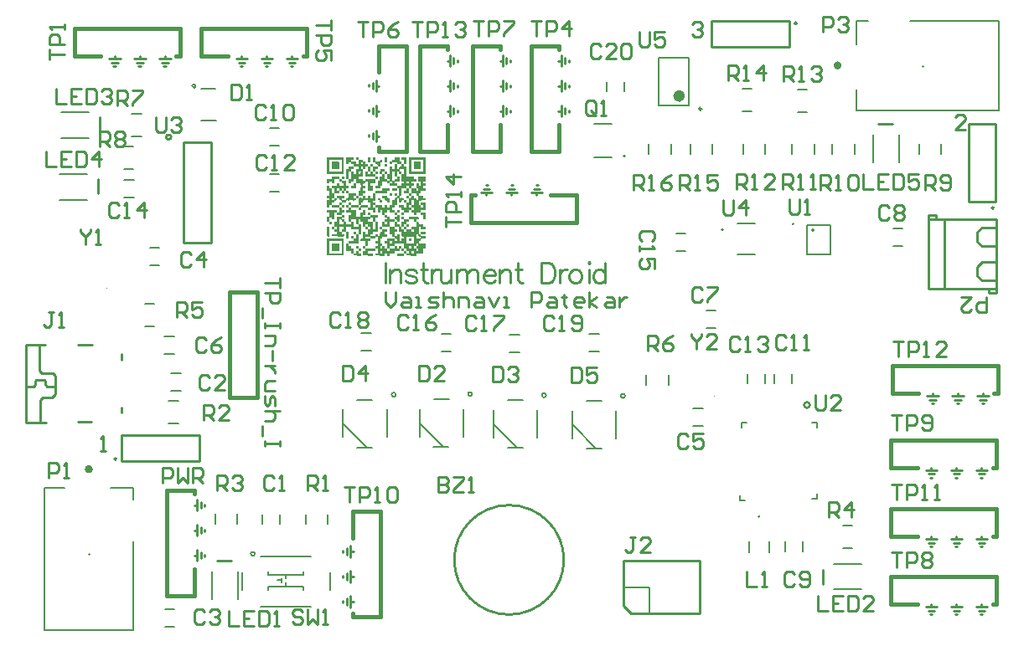
<source format=gto>
G04*
G04 #@! TF.GenerationSoftware,Altium Limited,Altium Designer,23.1.1 (15)*
G04*
G04 Layer_Color=65535*
%FSLAX44Y44*%
%MOMM*%
G71*
G04*
G04 #@! TF.SameCoordinates,32E53F4C-9CDF-4151-867A-B185B0D7BA91*
G04*
G04*
G04 #@! TF.FilePolarity,Positive*
G04*
G01*
G75*
%ADD10C,0.2540*%
%ADD11C,0.1000*%
%ADD12C,0.4000*%
%ADD13C,0.1524*%
%ADD14C,0.6000*%
%ADD15C,0.2500*%
%ADD16C,0.2000*%
%ADD17C,0.3810*%
%ADD18C,0.2286*%
%ADD19C,0.1270*%
%ADD20C,0.2032*%
G36*
X371839Y484248D02*
X371918Y484222D01*
X373821Y484196D01*
X373912Y484105D01*
X373938Y483922D01*
X373912Y476935D01*
X373873Y476870D01*
X373743Y476818D01*
X373391Y476831D01*
X373247Y476818D01*
X373169Y476844D01*
X372478Y476831D01*
X371787Y476844D01*
X371709Y476818D01*
X371540Y476753D01*
X371488Y476700D01*
X371514Y476466D01*
X371540Y476387D01*
X371514Y476049D01*
X371527Y474915D01*
X371488Y474771D01*
X371514Y474641D01*
X371553Y474602D01*
X371683Y474549D01*
X371787Y474523D01*
X372791Y474510D01*
X373795Y474523D01*
X373912Y474432D01*
X373938Y474250D01*
X373951Y471812D01*
X373925Y465086D01*
X373912Y464994D01*
X373938Y464916D01*
X373964Y464864D01*
X374030Y464799D01*
X374212Y464773D01*
X374316Y464799D01*
X375281Y464773D01*
X376545Y464786D01*
X377627Y464773D01*
X377706Y464799D01*
X378201Y464773D01*
X378462Y464799D01*
X378722Y464773D01*
X379179Y464786D01*
X380417Y464773D01*
X380495Y464799D01*
X380860Y464773D01*
X380938Y464799D01*
X381173Y464747D01*
X381238Y464682D01*
X381212Y464186D01*
X381238Y464108D01*
X381212Y463847D01*
X381225Y463156D01*
X381212Y463143D01*
X381238Y463117D01*
X381212Y463039D01*
X381238Y462544D01*
X381356Y462400D01*
X381408Y462348D01*
X381590Y462322D01*
X383559Y462335D01*
X383663Y462231D01*
X383676Y462035D01*
X383650Y459924D01*
X383598Y459845D01*
X383493Y459819D01*
X378931Y459793D01*
X378814Y459676D01*
X378787Y459519D01*
X378814Y459441D01*
X378840Y458894D01*
X378814Y458815D01*
X378827Y457890D01*
X378814Y457694D01*
X378905Y457551D01*
X379035Y457499D01*
X381147Y457473D01*
X381238Y457382D01*
X381212Y456730D01*
X381225Y456065D01*
X381212Y455791D01*
X381238Y455713D01*
X381212Y455296D01*
X381186Y455035D01*
X381069Y454996D01*
X378957Y454970D01*
X378866Y454879D01*
X378840Y454618D01*
X378827Y453484D01*
X378840Y453210D01*
X378814Y453132D01*
X378840Y452793D01*
X378970Y452611D01*
X379113Y452571D01*
X379531Y452597D01*
X381199Y452623D01*
X381251Y452650D01*
X381329Y452623D01*
X381747Y452597D01*
X383493Y452623D01*
X383585Y452689D01*
X383611Y452949D01*
X383624Y453197D01*
X383611Y453627D01*
X383637Y453705D01*
X383611Y453810D01*
X383624Y454475D01*
X383598Y454709D01*
X383585Y455113D01*
X383611Y455191D01*
X383624Y456560D01*
X383611Y457069D01*
X383637Y457147D01*
X383611Y457225D01*
X383637Y457434D01*
X383676Y457473D01*
X383780Y457499D01*
X386074Y457473D01*
X386114Y457434D01*
X386140Y457251D01*
X386114Y456208D01*
X386127Y455413D01*
X386114Y455165D01*
X386179Y455074D01*
X386283Y455048D01*
X388225Y455035D01*
X388356Y455061D01*
X388434Y455139D01*
X388460Y455322D01*
X388434Y455426D01*
X388447Y458646D01*
X388434Y459493D01*
X388460Y459571D01*
X388421Y459715D01*
X388369Y459793D01*
X388265Y459819D01*
X386127Y459845D01*
X386035Y459911D01*
X386009Y460015D01*
X386022Y460289D01*
X386009Y464264D01*
X386035Y464343D01*
X386009Y464525D01*
X386035Y464682D01*
X386101Y464747D01*
X386205Y464773D01*
X386387Y464799D01*
X387587Y464773D01*
X388160Y464799D01*
X388343Y464773D01*
X392892Y464786D01*
X393062Y464773D01*
X393140Y464799D01*
X393322Y464773D01*
X393414Y464682D01*
X393387Y459884D01*
X393322Y459819D01*
X393192Y459793D01*
X393114Y459819D01*
X391054Y459793D01*
X390963Y459702D01*
X390937Y459598D01*
X390950Y457942D01*
X390937Y457642D01*
X391002Y457551D01*
X391184Y457499D01*
X393231Y457512D01*
X393361Y457460D01*
X393414Y457277D01*
X393400Y455465D01*
X393414Y455139D01*
X393322Y455022D01*
X393218Y454996D01*
X391054Y454970D01*
X390989Y454905D01*
X390963Y454722D01*
X390937Y454305D01*
X390963Y452767D01*
X391054Y452650D01*
X391158Y452623D01*
X391732Y452597D01*
X393205Y452611D01*
X393309Y452584D01*
X393387Y452506D01*
X393414Y452402D01*
X393387Y450186D01*
X393296Y450095D01*
X393127Y450081D01*
X388786Y450095D01*
X388551Y449964D01*
X388512Y449847D01*
X388525Y449521D01*
X388512Y448152D01*
X388538Y448074D01*
X388564Y447892D01*
X388486Y447761D01*
X388447Y447722D01*
X388265Y447696D01*
X387965Y447709D01*
X386296Y447683D01*
X386166Y447579D01*
X386114Y447266D01*
X386127Y446132D01*
X386114Y445571D01*
X386140Y445493D01*
X386218Y445363D01*
X386257Y445323D01*
X386440Y445298D01*
X387704Y445311D01*
X387743Y445298D01*
X387821Y445323D01*
X389503Y445311D01*
X389933Y445323D01*
X390011Y445298D01*
X390832Y445311D01*
X390911Y445258D01*
X390963Y445076D01*
X390937Y444659D01*
X390963Y443068D01*
X391080Y442925D01*
X391184Y442899D01*
X391367Y442873D01*
X391445Y442899D01*
X393231Y442912D01*
X393322Y442873D01*
X393361Y442834D01*
X393414Y442703D01*
X393387Y440513D01*
X393296Y440396D01*
X393114Y440370D01*
X392931Y440396D01*
X390702Y440383D01*
X388838Y440396D01*
X388760Y440370D01*
X388473Y440344D01*
X388395Y440370D01*
X387430Y440396D01*
X386231Y440370D01*
X386192Y440331D01*
X386140Y440201D01*
X386114Y440096D01*
X386140Y435768D01*
X386257Y435599D01*
X386426Y435586D01*
X387091Y435599D01*
X387169Y435573D01*
X387508Y435599D01*
X388056Y435573D01*
X388134Y435599D01*
X388317Y435625D01*
X388382Y435690D01*
X388434Y435821D01*
X388460Y436003D01*
X388434Y436264D01*
X388460Y437932D01*
X388525Y437998D01*
X388629Y438024D01*
X393348Y437998D01*
X393387Y437958D01*
X393414Y437854D01*
X393400Y433070D01*
X393414Y430841D01*
X393296Y430698D01*
X393114Y430672D01*
X392931Y430698D01*
X392318Y430685D01*
X391393Y430698D01*
X391315Y430672D01*
X389920Y430685D01*
X389698Y430672D01*
X389620Y430698D01*
X389281Y430672D01*
X389177Y430698D01*
X388708Y430672D01*
X388656Y430619D01*
X388603Y430593D01*
X388538Y430450D01*
X388512Y430189D01*
X388538Y429850D01*
X388512Y429668D01*
X388538Y428886D01*
X388512Y428807D01*
X388538Y428442D01*
X388629Y428351D01*
X388812Y428299D01*
X391093Y428312D01*
X393283Y428286D01*
X393374Y428221D01*
X393414Y428103D01*
X393400Y421416D01*
X393414Y421116D01*
X393322Y420999D01*
X393218Y420973D01*
X390976Y420999D01*
X390911Y421064D01*
X390885Y421247D01*
X390911Y421325D01*
X390898Y423893D01*
X390911Y425601D01*
X390832Y425731D01*
X390715Y425770D01*
X390611Y425796D01*
X388564Y425783D01*
X388473Y425848D01*
X388434Y425966D01*
X388408Y428208D01*
X388238Y428273D01*
X387900Y428247D01*
X386009Y428260D01*
X385084Y428247D01*
X385058Y428273D01*
X384980Y428247D01*
X383871Y428260D01*
X383767Y428234D01*
X383689Y428156D01*
X383663Y427973D01*
X383637Y425861D01*
X383598Y425822D01*
X383415Y425770D01*
X383311Y425796D01*
X381316Y425783D01*
X381225Y425822D01*
X381160Y425966D01*
X381134Y428182D01*
X381069Y428247D01*
X380886Y428273D01*
X380704Y428247D01*
X379726Y428260D01*
X378905Y428247D01*
X378827Y428273D01*
X378774Y428299D01*
X378735Y428338D01*
X378709Y428442D01*
X378722Y429212D01*
X378696Y430489D01*
X378605Y430632D01*
X378566Y430672D01*
X378383Y430698D01*
X377406Y430685D01*
X376897Y430698D01*
X376819Y430672D01*
X376637Y430698D01*
X376506Y430672D01*
X376441Y430606D01*
X376415Y430502D01*
X376389Y430241D01*
X376402Y428429D01*
X376363Y428338D01*
X376298Y428273D01*
X376193Y428247D01*
X371631Y428221D01*
X371514Y428130D01*
X371488Y428025D01*
X371514Y427921D01*
X371488Y425887D01*
X371422Y425822D01*
X371318Y425796D01*
X369298Y425783D01*
X369167Y425809D01*
X369076Y425874D01*
X369011Y425939D01*
X369037Y428182D01*
X369128Y428273D01*
X369232Y428299D01*
X371344Y428325D01*
X371383Y428364D01*
X371422Y428534D01*
X371435Y430424D01*
X371409Y430502D01*
X371383Y430606D01*
X371318Y430672D01*
X371214Y430698D01*
X370914Y430685D01*
X369493Y430698D01*
X369415Y430672D01*
X369128Y430698D01*
X369037Y430789D01*
X369011Y430893D01*
X369024Y432418D01*
X368998Y432575D01*
X368985Y432640D01*
X369011Y432718D01*
X368985Y432953D01*
X368893Y433044D01*
X368711Y433096D01*
X368294Y433070D01*
X368033Y433096D01*
X367381Y433070D01*
X367303Y433096D01*
X366769Y433083D01*
X366677Y433148D01*
X366638Y433187D01*
X366612Y433292D01*
X366586Y433448D01*
X366612Y433526D01*
X366599Y434478D01*
X366612Y435247D01*
X366586Y435325D01*
X366612Y435508D01*
X366677Y435573D01*
X366860Y435625D01*
X367042Y435599D01*
X367147Y435573D01*
X368854Y435612D01*
X369232Y435625D01*
X369311Y435599D01*
X371422Y435573D01*
X371514Y435482D01*
X371527Y433670D01*
X371501Y433539D01*
X371488Y433422D01*
X371553Y433305D01*
X371605Y433279D01*
X371787Y433200D01*
X373769Y433226D01*
X373860Y433292D01*
X373886Y433474D01*
X373860Y437932D01*
X373821Y437971D01*
X373599Y437985D01*
X371579Y437971D01*
X371435Y438089D01*
X371422Y438284D01*
X371435Y440148D01*
X371305Y440383D01*
X369258Y440396D01*
X369141Y440279D01*
X369115Y440096D01*
X369089Y438089D01*
X369024Y438024D01*
X368919Y437998D01*
X368737Y437971D01*
X368163Y437998D01*
X368085Y437971D01*
X366703Y437998D01*
X366612Y438089D01*
X366599Y438310D01*
X366612Y440148D01*
X366586Y440227D01*
X366612Y440905D01*
X366586Y440983D01*
X366612Y441478D01*
X366586Y442703D01*
X366521Y442769D01*
X366339Y442795D01*
X365648Y442808D01*
X365113Y442795D01*
X365035Y442821D01*
X364852Y442795D01*
X364514Y442821D01*
X364435Y442795D01*
X364266Y442729D01*
X364214Y442677D01*
X364188Y442443D01*
X364214Y442364D01*
X364227Y440161D01*
X364214Y438010D01*
X364240Y437932D01*
X364214Y437202D01*
X364188Y435612D01*
X364148Y435573D01*
X364018Y435521D01*
X361906Y435495D01*
X361841Y435456D01*
X361789Y435325D01*
X361815Y434986D01*
X361789Y433135D01*
X361750Y433096D01*
X361567Y433070D01*
X360681Y433096D01*
X359781Y433083D01*
X359534Y433096D01*
X359417Y433005D01*
X359390Y432901D01*
X359377Y430932D01*
X359403Y430828D01*
X359456Y430776D01*
X359560Y430750D01*
X361698Y430724D01*
X361815Y430632D01*
X361841Y430528D01*
X361815Y430345D01*
X361828Y428847D01*
X361815Y428521D01*
X361919Y428338D01*
X362037Y428299D01*
X364070Y428325D01*
X364109Y428364D01*
X364135Y428468D01*
X364161Y428912D01*
X364135Y428990D01*
X364148Y430437D01*
X364135Y430632D01*
X364201Y430724D01*
X364409Y430776D01*
X364514Y430750D01*
X366599Y430724D01*
X366638Y430685D01*
X366664Y430580D01*
X366651Y430280D01*
X366664Y428859D01*
X366638Y428781D01*
X366664Y428390D01*
X366547Y428247D01*
X364305Y428221D01*
X364240Y428182D01*
X364214Y428077D01*
X364240Y426044D01*
X364331Y425952D01*
X364461Y425900D01*
X364566Y425874D01*
X365191Y425900D01*
X365270Y425874D01*
X365934Y425887D01*
X366260Y425874D01*
X366391Y425927D01*
X366547Y425900D01*
X366586Y425861D01*
X366638Y425731D01*
X366664Y425548D01*
X366651Y425249D01*
X366664Y423567D01*
X366638Y423489D01*
X366664Y422837D01*
X366638Y418587D01*
X366573Y418522D01*
X366391Y418496D01*
X366312Y418522D01*
X365869Y418496D01*
X365791Y418522D01*
X365217Y418496D01*
X365139Y418522D01*
X364683Y418509D01*
X364514Y418522D01*
X364435Y418496D01*
X364331Y418470D01*
X364214Y418379D01*
X364201Y417193D01*
X364240Y416345D01*
X364279Y416280D01*
X364331Y416254D01*
X364461Y416202D01*
X364566Y416176D01*
X365569Y416189D01*
X365830Y416163D01*
X366039Y416189D01*
X366182Y416202D01*
X366234Y416176D01*
X366312Y416202D01*
X366521Y416176D01*
X366586Y416137D01*
X366638Y416006D01*
X366664Y415746D01*
X366651Y413881D01*
X366690Y413790D01*
X366730Y413751D01*
X366912Y413725D01*
X367251Y413751D01*
X367642Y413725D01*
X367720Y413751D01*
X368176Y413738D01*
X368528Y413751D01*
X368607Y413725D01*
X368867Y413751D01*
X368985Y413842D01*
X369011Y413947D01*
X368985Y415980D01*
X368959Y416059D01*
X368933Y416215D01*
X368959Y416293D01*
X369011Y416736D01*
X368998Y418314D01*
X369024Y418444D01*
X369089Y418535D01*
X369128Y418574D01*
X369311Y418600D01*
X369728Y418574D01*
X371318Y418600D01*
X371383Y418666D01*
X371409Y418770D01*
X371435Y419031D01*
X371409Y420830D01*
X371344Y420947D01*
X371240Y420973D01*
X369128Y420999D01*
X368985Y421116D01*
X369011Y421690D01*
X368998Y422329D01*
X369024Y423372D01*
X369102Y423450D01*
X369285Y423476D01*
X371396Y423450D01*
X371514Y423332D01*
X371540Y423150D01*
X371514Y422889D01*
X371527Y421338D01*
X371501Y421234D01*
X371488Y421168D01*
X371579Y421051D01*
X371944Y420999D01*
X372126Y421025D01*
X375998Y421012D01*
X376154Y421038D01*
X376246Y421077D01*
X376311Y421142D01*
X376337Y421403D01*
X376311Y421507D01*
X376324Y422563D01*
X376311Y423332D01*
X376376Y423424D01*
X376558Y423476D01*
X386048Y423450D01*
X386114Y423385D01*
X386140Y423202D01*
X386114Y422368D01*
X386140Y422290D01*
X386114Y422211D01*
X386127Y421208D01*
X386101Y421103D01*
X386048Y421025D01*
X385918Y420973D01*
X384080Y420960D01*
X383780Y420973D01*
X383715Y420908D01*
X383663Y420725D01*
X383689Y418718D01*
X383780Y418600D01*
X383885Y418574D01*
X384419Y418587D01*
X384823Y418574D01*
X384901Y418600D01*
X385553Y418574D01*
X385631Y418600D01*
X385996Y418574D01*
X386087Y418483D01*
X386140Y418301D01*
X386114Y417883D01*
X386140Y416319D01*
X386257Y416176D01*
X386374Y416163D01*
X386505Y416189D01*
X386674Y416202D01*
X386752Y416176D01*
X387652Y416189D01*
X388186Y416176D01*
X388265Y416202D01*
X389451Y416189D01*
X389568Y416202D01*
X389646Y416176D01*
X390650Y416189D01*
X390806Y416163D01*
X390898Y416098D01*
X390937Y416059D01*
X390950Y414168D01*
X390937Y413868D01*
X391028Y413751D01*
X391198Y413738D01*
X391471Y413751D01*
X391549Y413725D01*
X391810Y413751D01*
X392149Y413725D01*
X392253Y413751D01*
X392827Y413725D01*
X393009Y413751D01*
X393322Y413725D01*
X393414Y413634D01*
X393387Y411314D01*
X393322Y411248D01*
X393140Y411222D01*
X392931Y411248D01*
X392853Y411222D01*
X392436Y411248D01*
X392253Y411222D01*
X391523Y411248D01*
X391445Y411222D01*
X388721Y411235D01*
X388708Y411222D01*
X388629Y411248D01*
X388499Y411274D01*
X388460Y411314D01*
X388434Y411418D01*
X388447Y411718D01*
X388421Y413517D01*
X388382Y413608D01*
X388317Y413673D01*
X386231Y413647D01*
X386192Y413608D01*
X386140Y413477D01*
X386114Y413139D01*
X386127Y411926D01*
X386114Y409984D01*
X386140Y409906D01*
X386114Y409645D01*
X386140Y408420D01*
X386114Y408341D01*
X386127Y406868D01*
X386114Y406595D01*
X386179Y406503D01*
X386361Y406451D01*
X388369Y406477D01*
X388408Y406516D01*
X388460Y406725D01*
X388434Y407064D01*
X388460Y407325D01*
X388434Y407820D01*
X388447Y408250D01*
X388434Y408680D01*
X388538Y408863D01*
X388682Y408902D01*
X388864Y408876D01*
X391302Y408889D01*
X393036Y408876D01*
X393114Y408902D01*
X393296Y408876D01*
X393387Y408785D01*
X393414Y408602D01*
X393387Y406490D01*
X393322Y406399D01*
X393140Y406347D01*
X392957Y406373D01*
X390650Y406360D01*
X388760Y406373D01*
X388590Y406256D01*
X388564Y406203D01*
X388538Y406125D01*
X388512Y406021D01*
X388538Y405578D01*
X388512Y405500D01*
X388525Y404835D01*
X388512Y404457D01*
X388538Y404379D01*
X388512Y404274D01*
X388538Y404118D01*
X388629Y404026D01*
X388812Y404001D01*
X390989Y404013D01*
X393283Y403987D01*
X393374Y403922D01*
X393414Y403805D01*
X393387Y401563D01*
X393322Y401498D01*
X393179Y401485D01*
X388760Y401498D01*
X388682Y401472D01*
X388512Y401380D01*
X388525Y400898D01*
X388512Y400807D01*
X388538Y400728D01*
X388512Y400233D01*
X388525Y399177D01*
X388473Y399099D01*
X388369Y399073D01*
X386505Y399060D01*
X386309Y399073D01*
X386166Y398956D01*
X386114Y398773D01*
X386140Y396792D01*
X386179Y396753D01*
X386283Y396727D01*
X393348Y396701D01*
X393387Y396661D01*
X393414Y396557D01*
X393387Y391838D01*
X393296Y391747D01*
X392645Y391773D01*
X391106Y391747D01*
X390963Y391630D01*
X390937Y391369D01*
X390950Y390470D01*
X390937Y388006D01*
X390963Y387928D01*
X390937Y387510D01*
X390950Y387106D01*
X390911Y387015D01*
X390845Y386950D01*
X390663Y386924D01*
X390480Y386950D01*
X389555Y386937D01*
X388108Y386950D01*
X388030Y386924D01*
X387326Y386950D01*
X387248Y386924D01*
X387143Y386950D01*
X386218Y386937D01*
X385866Y386950D01*
X385788Y386924D01*
X385292Y386950D01*
X383754Y386924D01*
X383715Y386885D01*
X383663Y386702D01*
X383637Y384564D01*
X383572Y384499D01*
X383467Y384473D01*
X373977Y384499D01*
X373912Y384564D01*
X373886Y384669D01*
X373860Y386859D01*
X373795Y386924D01*
X373612Y386950D01*
X371657Y386924D01*
X371527Y386846D01*
X371514Y386624D01*
X371540Y386546D01*
X371514Y386363D01*
X371527Y385333D01*
X371514Y384955D01*
X371540Y384877D01*
X371514Y384642D01*
X371422Y384525D01*
X371240Y384473D01*
X365022Y384486D01*
X364618Y384473D01*
X364539Y384499D01*
X364435Y384473D01*
X364227Y384499D01*
X364161Y384564D01*
X364135Y384747D01*
X364161Y385164D01*
X364135Y385425D01*
X364161Y385607D01*
X364148Y386846D01*
X364214Y386937D01*
X364253Y386976D01*
X364422Y386989D01*
X365504Y386976D01*
X365582Y387002D01*
X365687Y386976D01*
X367068Y387002D01*
X367147Y386976D01*
X368776Y386989D01*
X371292Y386976D01*
X371383Y387041D01*
X371409Y387145D01*
X371435Y387328D01*
X371409Y389179D01*
X371279Y389361D01*
X371031Y389375D01*
X370953Y389348D01*
X370536Y389375D01*
X369793Y389361D01*
X369545Y389375D01*
X369467Y389348D01*
X369102Y389375D01*
X369037Y389440D01*
X368985Y389622D01*
X369011Y389961D01*
X368998Y391330D01*
X369011Y391577D01*
X368893Y391721D01*
X368711Y391773D01*
X367890Y391760D01*
X366808Y391773D01*
X366664Y391656D01*
X366638Y391395D01*
X366664Y390430D01*
X366651Y389844D01*
X366664Y389570D01*
X366560Y389388D01*
X366521Y389348D01*
X366417Y389322D01*
X366339Y389348D01*
X366156Y389375D01*
X366013Y389361D01*
X364957Y389375D01*
X364879Y389348D01*
X364214Y389335D01*
X363666Y389361D01*
X362532Y389375D01*
X362454Y389348D01*
X362076Y389361D01*
X361972Y389335D01*
X361867Y389257D01*
X361815Y389075D01*
X361828Y387132D01*
X361789Y387041D01*
X361750Y387002D01*
X361619Y386950D01*
X358869Y386937D01*
X357214Y386950D01*
X357135Y386924D01*
X357005Y386898D01*
X356966Y386859D01*
X356940Y386754D01*
X356914Y386024D01*
X356927Y384682D01*
X356875Y384551D01*
X356822Y384499D01*
X356718Y384473D01*
X356366Y384486D01*
X356197Y384473D01*
X356119Y384499D01*
X355545Y384473D01*
X354502Y384499D01*
X354437Y384538D01*
X354411Y384642D01*
X354385Y386859D01*
X354320Y386924D01*
X354215Y386950D01*
X352768Y386937D01*
X352260Y386950D01*
X352143Y386885D01*
X352090Y386754D01*
X352104Y386507D01*
X352090Y385764D01*
X352117Y385685D01*
X352090Y385268D01*
X352104Y384968D01*
X352090Y384877D01*
X352117Y384799D01*
X352090Y384564D01*
X352025Y384499D01*
X351843Y384473D01*
X342431Y384499D01*
X342340Y384564D01*
X342314Y384669D01*
X342288Y386806D01*
X342379Y386950D01*
X342483Y386976D01*
X344595Y387002D01*
X344660Y387067D01*
X344686Y387171D01*
X344699Y390131D01*
X344686Y390691D01*
X344712Y390769D01*
X344686Y391317D01*
X344712Y391395D01*
X344686Y391604D01*
X344569Y391747D01*
X344465Y391773D01*
X344126Y391747D01*
X344048Y391773D01*
X342783Y391760D01*
X342483Y391773D01*
X342418Y391734D01*
X342366Y391551D01*
X342340Y389466D01*
X342301Y389400D01*
X342248Y389375D01*
X342170Y389348D01*
X341753Y389375D01*
X341010Y389361D01*
X340424Y389375D01*
X340345Y389348D01*
X339498Y389361D01*
X339016Y389348D01*
X338937Y389375D01*
X338247Y389361D01*
X338103Y389375D01*
X338025Y389348D01*
X337660Y389322D01*
X337582Y389296D01*
X337347Y389322D01*
X337217Y389375D01*
X336787Y389361D01*
X335731Y389375D01*
X335653Y389348D01*
X335261Y389375D01*
X335118Y389257D01*
X335092Y388996D01*
X335079Y388045D01*
X335092Y387197D01*
X335066Y387145D01*
X335144Y387015D01*
X335261Y386976D01*
X337960Y386989D01*
X339537Y386976D01*
X339615Y387002D01*
X339798Y386976D01*
X339915Y386859D01*
X339889Y384590D01*
X339850Y384525D01*
X339668Y384473D01*
X330204Y384499D01*
X330138Y384564D01*
X330112Y384669D01*
X330138Y385164D01*
X330112Y385242D01*
X330125Y389035D01*
X330112Y389309D01*
X330204Y389427D01*
X330308Y389453D01*
X332498Y389479D01*
X332563Y389544D01*
X332589Y389648D01*
X332576Y389974D01*
X332589Y391630D01*
X332524Y391721D01*
X332341Y391747D01*
X331481Y391773D01*
X331403Y391747D01*
X330829Y391773D01*
X330660Y391760D01*
X330464Y391773D01*
X330386Y391747D01*
X330230Y391773D01*
X330138Y391864D01*
X330112Y392203D01*
X330138Y394159D01*
X330230Y394276D01*
X330373Y394289D01*
X331963Y394263D01*
X332055Y394250D01*
X332133Y394276D01*
X332446Y394302D01*
X332511Y394341D01*
X332563Y394471D01*
X332589Y394576D01*
X332576Y396779D01*
X332589Y398825D01*
X332563Y398904D01*
X332537Y398956D01*
X332472Y399021D01*
X332289Y399073D01*
X331911Y399060D01*
X331455Y399073D01*
X331377Y399047D01*
X330881Y399073D01*
X330699Y399047D01*
X329773Y399060D01*
X329682Y399047D01*
X329604Y399073D01*
X328809Y399060D01*
X328353Y399073D01*
X328274Y399047D01*
X327779Y399073D01*
X327714Y399138D01*
X327688Y399243D01*
X327714Y401485D01*
X327779Y401550D01*
X327883Y401576D01*
X329017Y401563D01*
X329708Y401576D01*
X329786Y401550D01*
X330021Y401576D01*
X330086Y401641D01*
X330112Y401745D01*
X330125Y406529D01*
X330112Y408185D01*
X330138Y408263D01*
X330112Y408446D01*
X330138Y408759D01*
X330256Y408902D01*
X330673Y408876D01*
X331494Y408863D01*
X332355Y408889D01*
X332446Y408902D01*
X332563Y408837D01*
X332615Y408706D01*
X332641Y408524D01*
X332615Y408263D01*
X332641Y408081D01*
X332615Y407820D01*
X332641Y407403D01*
X332615Y407142D01*
X332628Y406868D01*
X332615Y406621D01*
X332693Y406490D01*
X332811Y406451D01*
X333306Y406477D01*
X333567Y406451D01*
X334571Y406464D01*
X334740Y406451D01*
X334818Y406477D01*
X334949Y406555D01*
X335014Y406725D01*
X334988Y407064D01*
X335014Y407403D01*
X334988Y407481D01*
X335001Y408328D01*
X334975Y408589D01*
X334962Y409306D01*
X334988Y409384D01*
X335014Y410114D01*
X334988Y410192D01*
X335001Y410909D01*
X334975Y411066D01*
X334910Y411157D01*
X334870Y411196D01*
X334662Y411248D01*
X333880Y411222D01*
X333801Y411248D01*
X332746Y411235D01*
X332654Y411274D01*
X332589Y411339D01*
X332563Y411444D01*
X332589Y412017D01*
X332563Y412096D01*
X332589Y412356D01*
X332563Y413503D01*
X332446Y413647D01*
X332133Y413699D01*
X331872Y413673D01*
X330204Y413699D01*
X330164Y413738D01*
X330112Y413947D01*
X330125Y416254D01*
X330112Y418118D01*
X330138Y418196D01*
X330112Y418405D01*
X330047Y418496D01*
X329943Y418522D01*
X329291Y418496D01*
X328261Y418509D01*
X328014Y418496D01*
X327935Y418522D01*
X327779Y418548D01*
X327688Y418639D01*
X327662Y418796D01*
X327688Y418874D01*
X327662Y420830D01*
X327570Y420947D01*
X327388Y420973D01*
X325433Y420947D01*
X325393Y420908D01*
X325367Y420803D01*
X325341Y420673D01*
X325367Y420595D01*
X325341Y420360D01*
X325367Y420282D01*
X325341Y420099D01*
X325354Y419330D01*
X325341Y419057D01*
X325367Y418979D01*
X325341Y418561D01*
X325367Y418196D01*
X325341Y418118D01*
X325354Y417166D01*
X325341Y416736D01*
X325367Y416658D01*
X325341Y416554D01*
X325367Y416293D01*
X325433Y416202D01*
X325537Y416176D01*
X327740Y416189D01*
X327792Y416137D01*
X327818Y416032D01*
X327792Y415772D01*
X327805Y413673D01*
X327792Y409462D01*
X327818Y409384D01*
X327792Y406855D01*
X327766Y406464D01*
X327675Y406373D01*
X327570Y406347D01*
X326919Y406373D01*
X325524Y406386D01*
X325420Y406334D01*
X325367Y406203D01*
X325341Y406021D01*
X325354Y401915D01*
X325341Y401224D01*
X325367Y401198D01*
X325341Y401120D01*
X325354Y400455D01*
X325341Y399633D01*
X325367Y399555D01*
X325341Y399138D01*
X325354Y398552D01*
X325341Y398226D01*
X325367Y398148D01*
X325341Y397808D01*
X325354Y396831D01*
X325315Y396740D01*
X325250Y396674D01*
X325146Y396648D01*
X324807Y396674D01*
X321652Y396648D01*
X321574Y396674D01*
X320883Y396661D01*
X320818Y396674D01*
X320740Y396648D01*
X320388Y396635D01*
X319918Y396661D01*
X319645Y396674D01*
X319566Y396648D01*
X319188Y396661D01*
X318863Y396648D01*
X318784Y396674D01*
X318341Y396648D01*
X318263Y396674D01*
X318080Y396648D01*
X317976Y396622D01*
X317403Y396674D01*
X315734Y396648D01*
X315669Y396583D01*
X315617Y396401D01*
X315604Y396257D01*
X315630Y394484D01*
X315682Y394354D01*
X315734Y394302D01*
X315917Y394276D01*
X316216Y394263D01*
X317950Y394276D01*
X318041Y394211D01*
X318093Y394002D01*
X318067Y393820D01*
X318093Y391995D01*
X318211Y391877D01*
X318393Y391851D01*
X318472Y391877D01*
X319267Y391864D01*
X319645Y391877D01*
X319723Y391851D01*
X320453Y391877D01*
X320518Y391812D01*
X320544Y391656D01*
X320518Y391577D01*
X320492Y391239D01*
X320479Y390704D01*
X320505Y389635D01*
X320518Y388996D01*
X320492Y388918D01*
X320505Y387836D01*
X320479Y387628D01*
X320466Y387458D01*
X320492Y387380D01*
X320518Y387093D01*
X320583Y387028D01*
X320766Y386976D01*
X321352Y386989D01*
X322669Y386976D01*
X322799Y387054D01*
X322838Y387093D01*
X322864Y387328D01*
X322838Y387406D01*
X322864Y388657D01*
X322838Y388736D01*
X322864Y389231D01*
X322891Y389388D01*
X322930Y389427D01*
X323034Y389453D01*
X325198Y389479D01*
X325315Y389570D01*
X325289Y390144D01*
X325302Y391617D01*
X325250Y391695D01*
X325120Y391747D01*
X325015Y391773D01*
X324898Y391786D01*
X324742Y391760D01*
X324546Y391747D01*
X324468Y391773D01*
X322995Y391760D01*
X322917Y391812D01*
X322864Y391942D01*
X322838Y392281D01*
X322851Y393833D01*
X322838Y394080D01*
X322943Y394263D01*
X323086Y394302D01*
X323164Y394276D01*
X323360Y394263D01*
X324833Y394276D01*
X324911Y394250D01*
X325015Y394276D01*
X325276Y394250D01*
X325341Y394185D01*
X325367Y394002D01*
X325341Y393585D01*
X325367Y391995D01*
X325459Y391877D01*
X325563Y391851D01*
X325980Y391877D01*
X327662Y391890D01*
X327766Y391838D01*
X327792Y391734D01*
X327805Y391356D01*
X327792Y390769D01*
X327818Y390691D01*
X327792Y390274D01*
X327766Y389466D01*
X327649Y389348D01*
X326984Y389361D01*
X326814Y389348D01*
X326736Y389375D01*
X325732Y389361D01*
X325485Y389375D01*
X325420Y389309D01*
X325367Y389179D01*
X325341Y388918D01*
X325354Y387628D01*
X325341Y387510D01*
X325367Y387432D01*
X325341Y387171D01*
X325367Y387093D01*
X325393Y387041D01*
X325433Y387002D01*
X325537Y386976D01*
X327701Y386950D01*
X327792Y386859D01*
X327818Y386728D01*
X327792Y386650D01*
X327805Y386115D01*
X327792Y385138D01*
X327818Y385060D01*
X327792Y384981D01*
X327805Y384630D01*
X327753Y384525D01*
X327570Y384473D01*
X320453Y384499D01*
X320388Y384564D01*
X320375Y384734D01*
X320401Y385151D01*
X320414Y385477D01*
X320388Y385555D01*
X320401Y386142D01*
X320375Y386741D01*
X320349Y386846D01*
X320270Y386924D01*
X320166Y386950D01*
X318250Y386937D01*
X318120Y386963D01*
X317989Y387041D01*
X317963Y387145D01*
X317989Y387484D01*
X318002Y388149D01*
X317976Y388723D01*
X317963Y388788D01*
X317989Y388866D01*
X317963Y389153D01*
X317846Y389296D01*
X317715Y389348D01*
X317546Y389361D01*
X317272Y389348D01*
X317194Y389375D01*
X315239Y389348D01*
X315160Y389375D01*
X314782Y389361D01*
X313492Y389375D01*
X313414Y389348D01*
X313205Y389375D01*
X313140Y389440D01*
X313114Y389622D01*
X313101Y396622D01*
X313127Y396674D01*
X313257Y396727D01*
X315499Y396753D01*
X315564Y396818D01*
X315578Y396961D01*
X315564Y399008D01*
X315656Y399151D01*
X315760Y399177D01*
X316242Y399164D01*
X316829Y399177D01*
X316907Y399151D01*
X317012Y399177D01*
X320257Y399164D01*
X320336Y399216D01*
X320388Y399347D01*
X320362Y401432D01*
X320322Y401472D01*
X320218Y401498D01*
X318080Y401524D01*
X317963Y401641D01*
X317989Y402058D01*
X317976Y403818D01*
X318015Y403909D01*
X318054Y403948D01*
X318237Y404001D01*
X320375Y403974D01*
X320466Y403909D01*
X320518Y403727D01*
X320492Y403648D01*
X320518Y401745D01*
X320635Y401602D01*
X320818Y401550D01*
X321391Y401576D01*
X321952Y401563D01*
X322734Y401589D01*
X322812Y401667D01*
X322838Y401771D01*
X322864Y402032D01*
X322838Y402110D01*
X322851Y406112D01*
X322825Y406217D01*
X322773Y406321D01*
X322643Y406373D01*
X321222Y406360D01*
X320792Y406373D01*
X320714Y406347D01*
X320531Y406373D01*
X320440Y406438D01*
X320388Y406568D01*
X320401Y407259D01*
X320388Y408055D01*
X320414Y408133D01*
X320388Y408550D01*
X320414Y408785D01*
X320479Y408876D01*
X320583Y408902D01*
X321079Y408876D01*
X322369Y408889D01*
X322799Y408850D01*
X322864Y408785D01*
X322891Y408680D01*
X322917Y408498D01*
X322891Y408159D01*
X322904Y407207D01*
X322891Y406621D01*
X322982Y406503D01*
X323086Y406477D01*
X323503Y406451D01*
X325146Y406477D01*
X325276Y406555D01*
X325315Y406673D01*
X325289Y407012D01*
X325302Y408302D01*
X325276Y408615D01*
X325263Y409097D01*
X325289Y409176D01*
X325276Y410857D01*
X325302Y410961D01*
X325315Y411105D01*
X325224Y411196D01*
X325120Y411222D01*
X324859Y411248D01*
X324598Y411222D01*
X323855Y411235D01*
X323529Y411222D01*
X323451Y411248D01*
X323269Y411222D01*
X321066Y411235D01*
X320687Y411222D01*
X320609Y411248D01*
X320049Y411235D01*
X319801Y411248D01*
X319723Y411222D01*
X318680Y411248D01*
X318250Y411235D01*
X318120Y411261D01*
X318028Y411326D01*
X317989Y411366D01*
X317963Y411522D01*
X317989Y411600D01*
X317963Y413451D01*
X317846Y413621D01*
X317663Y413673D01*
X315408Y413660D01*
X313414Y413673D01*
X313361Y413621D01*
X313322Y413608D01*
X313296Y413556D01*
X313192Y413321D01*
X313166Y412904D01*
X313192Y412826D01*
X313205Y411222D01*
X313179Y409814D01*
X313166Y409567D01*
X313192Y409488D01*
X313179Y409058D01*
X313231Y408980D01*
X313283Y408954D01*
X313466Y408876D01*
X315434Y408889D01*
X315525Y408850D01*
X315564Y408811D01*
X315617Y408628D01*
X315591Y401563D01*
X315551Y401524D01*
X315447Y401498D01*
X315356Y401485D01*
X313414Y401498D01*
X313335Y401472D01*
X313179Y401498D01*
X313114Y401563D01*
X313088Y401745D01*
X313114Y401850D01*
X313088Y408706D01*
X313023Y408772D01*
X312840Y408798D01*
X312762Y408772D01*
X308408Y408745D01*
X308369Y408706D01*
X308343Y408602D01*
X308369Y406516D01*
X308434Y406451D01*
X308916Y406464D01*
X309633Y406451D01*
X309711Y406477D01*
X310050Y406451D01*
X310298Y406464D01*
X310663Y406438D01*
X310754Y406373D01*
X310793Y406256D01*
X310767Y404066D01*
X310702Y404001D01*
X310494Y403948D01*
X298631Y403974D01*
X298592Y404013D01*
X298540Y404196D01*
X298566Y404457D01*
X298553Y406269D01*
X298579Y406373D01*
X298631Y406425D01*
X298840Y406477D01*
X298918Y406451D01*
X301304Y406464D01*
X303220Y406451D01*
X303363Y406568D01*
X303389Y406751D01*
X303376Y408172D01*
X303389Y408550D01*
X303363Y408628D01*
X303298Y408745D01*
X303116Y408798D01*
X302933Y408772D01*
X301082Y408798D01*
X300965Y408889D01*
X300991Y409541D01*
X300965Y409619D01*
X300978Y410179D01*
X300965Y410479D01*
X300991Y410557D01*
X300951Y411040D01*
X300899Y411170D01*
X300769Y411222D01*
X300586Y411248D01*
X299857Y411222D01*
X299127Y411248D01*
X298709Y411222D01*
X298566Y411339D01*
X298540Y411522D01*
X298566Y411783D01*
X298553Y412760D01*
X298566Y413425D01*
X298540Y413503D01*
X298579Y413647D01*
X298657Y413725D01*
X298918Y413751D01*
X299505Y413738D01*
X299857Y413751D01*
X299935Y413725D01*
X300834Y413764D01*
X300938Y413816D01*
X300991Y413947D01*
X300965Y414442D01*
X300978Y415863D01*
X300951Y415967D01*
X300912Y416111D01*
X300938Y416423D01*
X300965Y416502D01*
X300991Y416919D01*
X300978Y417896D01*
X300991Y418170D01*
X300965Y418248D01*
X300991Y418457D01*
X301056Y418548D01*
X301186Y418600D01*
X301760Y418574D01*
X303272Y418600D01*
X303311Y418639D01*
X303363Y418822D01*
X303389Y419239D01*
X303376Y423372D01*
X303428Y423450D01*
X303533Y423476D01*
X308147Y423502D01*
X308265Y423593D01*
X308291Y423697D01*
X308278Y425170D01*
X308291Y425627D01*
X308225Y425718D01*
X308095Y425770D01*
X307913Y425796D01*
X303467Y425783D01*
X303376Y425848D01*
X303363Y426096D01*
X303389Y426174D01*
X303363Y428156D01*
X303272Y428247D01*
X301304Y428260D01*
X301147Y428234D01*
X301069Y428156D01*
X301043Y428051D01*
X301069Y427712D01*
X301043Y421090D01*
X300978Y420999D01*
X300873Y420973D01*
X298748Y420960D01*
X298644Y420986D01*
X298592Y421038D01*
X298540Y421247D01*
X298566Y421429D01*
X298553Y422720D01*
X298566Y423124D01*
X298540Y423202D01*
X298475Y423319D01*
X298344Y423372D01*
X296454Y423385D01*
X296246Y423254D01*
X296220Y423202D01*
X296168Y423072D01*
X296194Y420074D01*
X296168Y419995D01*
X296194Y419604D01*
X296168Y419526D01*
X296194Y418796D01*
X296246Y418744D01*
X296272Y418692D01*
X296363Y418600D01*
X296467Y418574D01*
X297002Y418587D01*
X298240Y418574D01*
X298318Y418600D01*
X298475Y418574D01*
X298566Y418509D01*
X298618Y418301D01*
X298592Y418040D01*
X298605Y417219D01*
X298592Y416554D01*
X298618Y416476D01*
X298592Y416189D01*
X298501Y416072D01*
X298397Y416045D01*
X298240Y416072D01*
X298162Y416098D01*
X297745Y416072D01*
X296220Y416059D01*
X296141Y416111D01*
X296089Y416293D01*
X296102Y418340D01*
X296076Y418444D01*
X296024Y418496D01*
X295842Y418522D01*
X295555Y418496D01*
X295477Y418522D01*
X294903Y418496D01*
X294251Y418522D01*
X294173Y418496D01*
X293834Y418522D01*
X293704Y418600D01*
X293665Y418639D01*
X293691Y423385D01*
X293756Y423450D01*
X293938Y423476D01*
X295933Y423463D01*
X296024Y423502D01*
X296089Y423567D01*
X296115Y423802D01*
X296089Y423880D01*
X296102Y428090D01*
X296050Y428221D01*
X295868Y428273D01*
X295685Y428247D01*
X293782Y428273D01*
X293665Y428364D01*
X293652Y428507D01*
X293678Y429029D01*
X293691Y429198D01*
X293665Y429277D01*
X293691Y430658D01*
X293730Y430698D01*
X293912Y430750D01*
X303350Y430724D01*
X303467Y430606D01*
X303520Y430398D01*
X303467Y430085D01*
X303493Y429746D01*
X303467Y429668D01*
X303493Y429172D01*
X303467Y428990D01*
X303493Y428573D01*
X303520Y428364D01*
X303559Y428325D01*
X303741Y428299D01*
X305749Y428325D01*
X305788Y428364D01*
X305840Y428547D01*
X305814Y432953D01*
X305723Y433070D01*
X305540Y433096D01*
X304328Y433083D01*
X303924Y433096D01*
X303846Y433070D01*
X303376Y433044D01*
X303298Y433070D01*
X303037Y433096D01*
X302829Y433070D01*
X302750Y433096D01*
X300626Y433083D01*
X300274Y433096D01*
X300196Y433070D01*
X299413Y433096D01*
X299335Y433070D01*
X298957Y433083D01*
X298709Y433070D01*
X298618Y433135D01*
X298566Y433266D01*
X298553Y433591D01*
X298566Y435377D01*
X298475Y435495D01*
X298136Y435521D01*
X296259Y435495D01*
X296168Y435403D01*
X296141Y435247D01*
X296168Y435169D01*
X296194Y434752D01*
X296168Y434673D01*
X296180Y433774D01*
X296168Y433552D01*
X296194Y433474D01*
X296168Y433187D01*
X296076Y433096D01*
X295894Y433070D01*
X295320Y433096D01*
X293821Y433083D01*
X293730Y433148D01*
X293691Y433187D01*
X293665Y433292D01*
X293691Y440383D01*
X293756Y440448D01*
X293860Y440474D01*
X294095Y440500D01*
X294173Y440474D01*
X294851Y440500D01*
X294929Y440474D01*
X295424Y440500D01*
X295959Y440487D01*
X296050Y440552D01*
X296089Y440670D01*
X296102Y442638D01*
X296063Y442729D01*
X295998Y442795D01*
X295894Y442821D01*
X295398Y442795D01*
X294981Y442821D01*
X294799Y442795D01*
X294147Y442821D01*
X294043Y442795D01*
X293782Y442821D01*
X293665Y442912D01*
X293652Y443003D01*
X293678Y443655D01*
X293691Y443694D01*
X293665Y443772D01*
X293691Y445180D01*
X293782Y445271D01*
X293964Y445323D01*
X294382Y445298D01*
X295098Y445311D01*
X295268Y445298D01*
X295346Y445323D01*
X295933Y445311D01*
X296024Y445350D01*
X296063Y445389D01*
X296089Y445493D01*
X296102Y449860D01*
X296076Y449990D01*
X295998Y450069D01*
X295894Y450095D01*
X294264Y450108D01*
X294056Y450081D01*
X293860Y450069D01*
X293691Y450160D01*
X293665Y450264D01*
X293691Y454957D01*
X293730Y454996D01*
X293938Y455048D01*
X296076Y455022D01*
X296128Y454970D01*
X296168Y454957D01*
X296220Y454827D01*
X296194Y454722D01*
X296168Y454462D01*
X296194Y454201D01*
X296168Y453862D01*
X296194Y453497D01*
X296168Y453419D01*
X296194Y452845D01*
X296272Y452715D01*
X296337Y452650D01*
X296519Y452623D01*
X296624Y452597D01*
X297914Y452611D01*
X298344Y452597D01*
X298475Y452676D01*
X298514Y452715D01*
X298566Y453028D01*
X298553Y454214D01*
X298566Y454696D01*
X298540Y454774D01*
X298566Y454957D01*
X298631Y455022D01*
X298736Y455048D01*
X303298Y455074D01*
X303363Y455139D01*
X303389Y455322D01*
X303376Y457395D01*
X303441Y457486D01*
X305501Y457512D01*
X305618Y457525D01*
X305697Y457499D01*
X305801Y457473D01*
X305866Y457408D01*
X305892Y457303D01*
X305918Y455139D01*
X305983Y455074D01*
X306166Y455048D01*
X310598Y455074D01*
X310689Y455165D01*
X310676Y455596D01*
X310689Y457147D01*
X310585Y457329D01*
X310520Y457395D01*
X310415Y457421D01*
X310077Y457395D01*
X309360Y457408D01*
X308434Y457395D01*
X308317Y457486D01*
X308265Y457694D01*
X308278Y458072D01*
X308265Y458111D01*
X308291Y458190D01*
X308265Y459154D01*
X308291Y459233D01*
X308265Y459702D01*
X308225Y459741D01*
X308095Y459793D01*
X307991Y459819D01*
X307847Y459832D01*
X305931Y459819D01*
X305866Y459884D01*
X305840Y459989D01*
X305814Y462231D01*
X305775Y462270D01*
X305514Y462296D01*
X305436Y462270D01*
X304641Y462283D01*
X304158Y462270D01*
X304080Y462296D01*
X303507Y462270D01*
X301225Y462283D01*
X301134Y462244D01*
X301069Y462179D01*
X301043Y462022D01*
X301069Y461944D01*
X301043Y457538D01*
X300926Y457395D01*
X300078Y457408D01*
X298853Y457382D01*
X298762Y457369D01*
X298631Y457447D01*
X298592Y457486D01*
X298566Y457590D01*
X298540Y457773D01*
X298566Y457877D01*
X298553Y459402D01*
X298566Y459676D01*
X298475Y459793D01*
X298292Y459819D01*
X296337Y459793D01*
X296194Y459676D01*
X296168Y459598D01*
X296180Y458933D01*
X296168Y457799D01*
X296194Y457720D01*
X296168Y457486D01*
X296128Y457447D01*
X295946Y457395D01*
X294916Y457408D01*
X294030Y457382D01*
X293886Y457369D01*
X293808Y457395D01*
X293756Y457421D01*
X293691Y457486D01*
X293665Y457590D01*
X293638Y459650D01*
Y459676D01*
X293626Y459897D01*
X293678Y460236D01*
X293691Y460275D01*
X293665Y460354D01*
X293691Y462205D01*
X293730Y462270D01*
X293860Y462322D01*
X298423Y462348D01*
X298514Y462439D01*
X298540Y462544D01*
X298566Y462804D01*
X298553Y464616D01*
X298592Y464708D01*
X298657Y464773D01*
X298840Y464799D01*
X299335Y464773D01*
X299505Y464786D01*
X300117Y464773D01*
X300196Y464799D01*
X301004Y464773D01*
X304041Y464786D01*
X305462Y464773D01*
X305540Y464799D01*
X305749Y464773D01*
X305866Y464682D01*
X305892Y464499D01*
X305879Y462609D01*
X305905Y462478D01*
X305931Y462400D01*
X306061Y462348D01*
X306244Y462322D01*
X308147Y462348D01*
X308265Y462439D01*
X308291Y462622D01*
X308265Y463039D01*
X308291Y463117D01*
X308278Y463965D01*
X308291Y464421D01*
X308265Y464499D01*
X308291Y464682D01*
X308356Y464747D01*
X308564Y464799D01*
X309985Y464786D01*
X310337Y464799D01*
X310415Y464773D01*
X310728Y464747D01*
X310793Y464682D01*
X310780Y463756D01*
X310793Y463195D01*
X310767Y463117D01*
X310780Y462426D01*
X310676Y462296D01*
X309164Y462270D01*
X308499Y462283D01*
X308369Y462231D01*
X308343Y462048D01*
X308369Y460041D01*
X308460Y459924D01*
X308564Y459897D01*
X309073Y459911D01*
X309373Y459897D01*
X309451Y459924D01*
X309868Y459897D01*
X310181Y459924D01*
X310259Y459897D01*
X310546Y459924D01*
X310676Y459976D01*
X310741Y459989D01*
X310846Y459963D01*
X311015Y459897D01*
X311328Y459924D01*
X311406Y459897D01*
X312162Y459924D01*
X312240Y459897D01*
X312423Y459924D01*
X312527Y459897D01*
X312970Y459924D01*
X313023Y459949D01*
X313166Y459884D01*
X313218Y459754D01*
X313179Y459506D01*
X313166Y459311D01*
X313192Y459233D01*
X313166Y458581D01*
X313192Y458503D01*
X313179Y457864D01*
X313205Y457655D01*
X313231Y457499D01*
X313244Y457329D01*
X313218Y457251D01*
X313166Y456938D01*
X313192Y456599D01*
X313166Y456339D01*
X313192Y456234D01*
X313218Y455165D01*
X313309Y455074D01*
X313414Y455048D01*
X315551Y455022D01*
X315617Y454957D01*
X315643Y454800D01*
X315617Y454722D01*
X315604Y454553D01*
X315630Y452780D01*
X315643Y452689D01*
X315525Y452545D01*
X315356Y452532D01*
X313388Y452545D01*
X313205Y452441D01*
X313179Y452337D01*
X313166Y452245D01*
X313192Y452167D01*
X313179Y451059D01*
X313192Y450681D01*
X313166Y450603D01*
X313205Y450381D01*
X313270Y450290D01*
X313388Y450225D01*
X313492Y450199D01*
X315408Y450212D01*
X315512Y450186D01*
X315591Y450108D01*
X315617Y449925D01*
X315643Y447813D01*
X315760Y447774D01*
X322799Y447748D01*
X322891Y447657D01*
X322917Y447553D01*
X322891Y447136D01*
X322904Y445897D01*
X322891Y445545D01*
X322969Y445415D01*
X323034Y445350D01*
X323347Y445298D01*
X323529Y445323D01*
X323607Y445298D01*
X324142Y445311D01*
X324494Y445298D01*
X324572Y445323D01*
X325224Y445350D01*
X325289Y445415D01*
X325302Y447201D01*
X325276Y447409D01*
X325263Y447865D01*
X325289Y447944D01*
X325315Y450108D01*
X325380Y450173D01*
X325485Y450199D01*
X327544Y450225D01*
X327662Y450342D01*
X327688Y450447D01*
X327714Y450525D01*
X327688Y450603D01*
X327662Y450968D01*
X327688Y451046D01*
X327701Y456326D01*
X327675Y457186D01*
X327636Y457277D01*
X327544Y457369D01*
X327440Y457395D01*
X327284Y457421D01*
X327205Y457395D01*
X325524Y457408D01*
X325315Y457382D01*
X325015Y457369D01*
X324937Y457395D01*
X323256Y457408D01*
X323151Y457382D01*
X323021Y457329D01*
X322943Y457277D01*
X322891Y457095D01*
X322904Y456169D01*
X322891Y455348D01*
X322917Y455270D01*
X322891Y453288D01*
X322904Y452676D01*
X322851Y452597D01*
X322721Y452545D01*
X318080Y452571D01*
X317989Y452663D01*
X317963Y452767D01*
X317989Y452871D01*
X318002Y454318D01*
X317976Y454735D01*
X317963Y454879D01*
X318054Y454996D01*
X318237Y455048D01*
X320322Y455074D01*
X320362Y455113D01*
X320414Y455270D01*
X320388Y455348D01*
X320401Y456951D01*
X320388Y457408D01*
X320453Y457499D01*
X320635Y457525D01*
X320740Y457499D01*
X322773Y457525D01*
X322812Y457564D01*
X322864Y457773D01*
X322838Y458737D01*
X322864Y458842D01*
X322838Y459702D01*
X322864Y459780D01*
X322838Y460745D01*
X322851Y462035D01*
X322825Y462192D01*
X322747Y462270D01*
X322643Y462296D01*
X322304Y462270D01*
X320701Y462283D01*
X320570Y462231D01*
X320492Y462048D01*
X320466Y459911D01*
X320401Y459845D01*
X320218Y459819D01*
X318302Y459832D01*
X318198Y459806D01*
X318159Y459767D01*
X318120Y459754D01*
X318067Y459624D01*
X318041Y457512D01*
X317924Y457395D01*
X317337Y457408D01*
X316151Y457395D01*
X316073Y457421D01*
X315812Y457395D01*
X315656Y457421D01*
X315617Y457460D01*
X315564Y457642D01*
X315551Y459976D01*
X315564Y462153D01*
X315499Y462244D01*
X315395Y462270D01*
X313205Y462296D01*
X313114Y462387D01*
X313088Y462570D01*
X313114Y462674D01*
X313101Y471864D01*
X313127Y471968D01*
X313205Y472047D01*
X313466Y472073D01*
X313570Y472047D01*
X313648Y472073D01*
X315356Y472060D01*
X315486Y472086D01*
X315564Y472164D01*
X315591Y472346D01*
X315564Y472425D01*
X315591Y474432D01*
X315656Y474497D01*
X315760Y474523D01*
X316112Y474510D01*
X316255Y474523D01*
X316334Y474497D01*
X317142Y474523D01*
X320205Y474510D01*
X320297Y474549D01*
X320362Y474615D01*
X320388Y474719D01*
X320401Y476661D01*
X320362Y476753D01*
X320297Y476818D01*
X320192Y476844D01*
X319866Y476831D01*
X319671Y476844D01*
X319593Y476818D01*
X318967Y476844D01*
X318889Y476818D01*
X318432Y476831D01*
X318263Y476818D01*
X318185Y476844D01*
X318080Y476870D01*
X318015Y476909D01*
X317963Y477039D01*
X317989Y477144D01*
X318002Y478773D01*
X317976Y479008D01*
X317950Y479164D01*
X317898Y479242D01*
X317768Y479295D01*
X315734Y479268D01*
X315669Y479203D01*
X315617Y479021D01*
X315591Y476909D01*
X315525Y476844D01*
X315343Y476818D01*
X315082Y476844D01*
X313218Y476831D01*
X313114Y476909D01*
X313088Y477013D01*
X313114Y477196D01*
X313140Y484131D01*
X313231Y484222D01*
X313335Y484248D01*
X313518Y484222D01*
X315903Y484235D01*
X317611Y484222D01*
X317689Y484248D01*
X318041Y484261D01*
X318302Y484235D01*
X319384Y484222D01*
X319436Y484248D01*
X319514Y484222D01*
X320453Y484196D01*
X320492Y484157D01*
X320505Y481875D01*
X320427Y481745D01*
X320322Y481719D01*
X320231Y481706D01*
X318211Y481719D01*
X318120Y481628D01*
X318093Y481524D01*
X318067Y481263D01*
X318093Y479464D01*
X318185Y479347D01*
X319006Y479334D01*
X322252Y479347D01*
X322330Y479321D01*
X322747Y479347D01*
X322891Y479229D01*
X322917Y479125D01*
X322891Y478551D01*
X322917Y477118D01*
X323034Y476974D01*
X323164Y476922D01*
X325067Y476948D01*
X325250Y477078D01*
X325289Y477196D01*
X325276Y479555D01*
X325289Y481550D01*
X325198Y481667D01*
X325015Y481719D01*
X323229Y481732D01*
X323125Y481706D01*
X323008Y481693D01*
X322891Y481784D01*
X322838Y481993D01*
X322851Y482319D01*
X322838Y483948D01*
X322864Y484026D01*
X322891Y484131D01*
X322982Y484222D01*
X325211Y484235D01*
X325302Y484170D01*
X325341Y484026D01*
X325354Y483753D01*
X325341Y481967D01*
X325406Y481823D01*
X325511Y481797D01*
X330099Y481771D01*
X330164Y481732D01*
X330217Y481602D01*
X330191Y481419D01*
X330204Y479894D01*
X330191Y479568D01*
X330217Y479490D01*
X330243Y479438D01*
X330308Y479373D01*
X330477Y479334D01*
X330647Y479321D01*
X330725Y479347D01*
X332198Y479334D01*
X332524Y479347D01*
X332615Y479255D01*
X332641Y479151D01*
X332615Y478734D01*
X332641Y478656D01*
X332628Y477965D01*
X332641Y477848D01*
X332615Y477769D01*
X332641Y477065D01*
X332733Y476948D01*
X332837Y476922D01*
X334910Y476935D01*
X335001Y476896D01*
X335040Y476857D01*
X335092Y476648D01*
X335079Y474706D01*
X335131Y474576D01*
X335183Y474523D01*
X335288Y474497D01*
X335783Y474523D01*
X337230Y474510D01*
X337321Y474549D01*
X337360Y474589D01*
X337412Y474797D01*
X337399Y476713D01*
X337451Y476844D01*
X337530Y476922D01*
X339798Y476896D01*
X339889Y476805D01*
X339915Y476700D01*
X339902Y474732D01*
X339928Y474628D01*
X340006Y474549D01*
X340189Y474523D01*
X344504Y474510D01*
X344647Y474602D01*
X344686Y474719D01*
X344712Y474823D01*
X344686Y475084D01*
X344712Y475579D01*
X344699Y476453D01*
X344712Y476700D01*
X344595Y476818D01*
X344334Y476844D01*
X344165Y476831D01*
X343291Y476844D01*
X343213Y476818D01*
X343109Y476844D01*
X342574Y476831D01*
X342444Y476857D01*
X342353Y476922D01*
X342314Y476961D01*
X342288Y477065D01*
X342301Y478304D01*
X342288Y478760D01*
X342314Y478838D01*
X342288Y479203D01*
X342248Y479242D01*
X342040Y479295D01*
X339928Y479321D01*
X339889Y479360D01*
X339863Y479464D01*
X339889Y484105D01*
X339980Y484196D01*
X340085Y484222D01*
X340775Y484235D01*
X340906Y484209D01*
X341075Y484196D01*
X341153Y484222D01*
X341258Y484248D01*
X341675Y484222D01*
X342235Y484235D01*
X342314Y484183D01*
X342366Y484000D01*
X342392Y479464D01*
X342483Y479347D01*
X345807Y479334D01*
X346707Y479347D01*
X346785Y479321D01*
X347020Y479347D01*
X347085Y479386D01*
X347111Y479490D01*
X347137Y479673D01*
X347163Y481732D01*
X347228Y481797D01*
X347372Y481810D01*
X349535Y481784D01*
X349614Y481732D01*
X349640Y481628D01*
X349653Y479451D01*
X349614Y479360D01*
X349548Y479295D01*
X349444Y479268D01*
X349184Y479295D01*
X347306Y479268D01*
X347215Y479203D01*
X347189Y479021D01*
X347215Y478917D01*
X347189Y478734D01*
X347215Y478395D01*
X347189Y478213D01*
X347215Y477639D01*
X347189Y477561D01*
X347215Y477144D01*
X347241Y477065D01*
X347267Y476961D01*
X347241Y476726D01*
X347215Y476648D01*
X347189Y476544D01*
X347215Y475944D01*
X347189Y475866D01*
X347215Y475266D01*
X347189Y475188D01*
X347215Y474719D01*
X347241Y474641D01*
X347215Y474563D01*
X347189Y474510D01*
X347124Y474445D01*
X346941Y474419D01*
X346837Y474393D01*
X346407Y474406D01*
X345664Y474393D01*
X345586Y474419D01*
X344960Y474393D01*
X344843Y474276D01*
X344790Y474145D01*
X344817Y473572D01*
X344804Y472464D01*
X344817Y472190D01*
X344751Y472073D01*
X344621Y472021D01*
X344256Y471995D01*
X344178Y472021D01*
X342757Y472007D01*
X342601Y472034D01*
X342561Y472047D01*
X342418Y471982D01*
X342366Y471799D01*
X342392Y469791D01*
X342470Y469661D01*
X342509Y469622D01*
X343070Y469609D01*
X344595Y469622D01*
X344777Y469518D01*
X344817Y469400D01*
X344790Y468853D01*
X344817Y468775D01*
X344830Y467328D01*
X344804Y467197D01*
X344725Y467119D01*
X344621Y467093D01*
X344034Y467106D01*
X343839Y467093D01*
X343761Y467119D01*
X342718Y467093D01*
X342640Y467119D01*
X342457Y467093D01*
X342392Y467028D01*
X342366Y466924D01*
X342392Y464864D01*
X342457Y464799D01*
X342561Y464773D01*
X342966Y464786D01*
X343370Y464773D01*
X343448Y464799D01*
X343708Y464773D01*
X344439Y464799D01*
X344517Y464773D01*
X344725Y464747D01*
X344817Y464655D01*
X344804Y462739D01*
X344817Y462439D01*
X344699Y462296D01*
X343031Y462270D01*
X342509Y462296D01*
X342392Y462205D01*
X342366Y461866D01*
X342340Y457512D01*
X342248Y457395D01*
X342131Y457382D01*
X340906Y457408D01*
X340658Y457421D01*
X340580Y457395D01*
X337803Y457408D01*
X337673Y457355D01*
X337582Y457290D01*
X337517Y457225D01*
X337491Y457121D01*
X337504Y456352D01*
X337491Y455583D01*
X337517Y455504D01*
X337491Y455270D01*
X337464Y455191D01*
X337530Y455100D01*
X337712Y455048D01*
X339824Y455022D01*
X339889Y454983D01*
X339928Y454840D01*
X339889Y454566D01*
X339915Y454488D01*
X339889Y450212D01*
X339798Y450095D01*
X339694Y450069D01*
X339381Y450121D01*
X339302Y450095D01*
X337386Y450081D01*
X335118Y450108D01*
X335014Y450160D01*
X334962Y450342D01*
X334988Y450447D01*
X335001Y451946D01*
X334975Y452441D01*
X334962Y452715D01*
X334988Y452793D01*
X334975Y456300D01*
X335001Y456456D01*
X335014Y456938D01*
X334988Y457016D01*
X334935Y457460D01*
X334962Y457564D01*
X335001Y457812D01*
X335014Y458059D01*
X334988Y458138D01*
X335001Y458672D01*
X334988Y459102D01*
X335014Y459180D01*
X334988Y459363D01*
X335014Y459650D01*
X334949Y459741D01*
X334896Y459767D01*
X334766Y459819D01*
X332706Y459793D01*
X332641Y459728D01*
X332615Y459546D01*
X332628Y458829D01*
X332615Y458737D01*
X332641Y458659D01*
X332628Y457864D01*
X332641Y457668D01*
X332615Y457590D01*
X332589Y457486D01*
X332498Y457395D01*
X332394Y457369D01*
X332055Y457395D01*
X330360Y457369D01*
X330269Y457303D01*
X330243Y457251D01*
X330217Y457173D01*
X330191Y457069D01*
X330217Y455165D01*
X330308Y455074D01*
X330490Y455048D01*
X332550Y455022D01*
X332641Y454931D01*
X332615Y454409D01*
X332641Y454331D01*
X332628Y453797D01*
X332641Y453575D01*
X332615Y453497D01*
X332641Y453080D01*
X332615Y453002D01*
X332641Y452663D01*
X332576Y452571D01*
X332368Y452519D01*
X332289Y452545D01*
X330308Y452519D01*
X330217Y452454D01*
X330191Y452350D01*
X330217Y450394D01*
X330269Y450342D01*
X330282Y450303D01*
X330334Y450277D01*
X330516Y450199D01*
X330816Y450212D01*
X331220Y450199D01*
X331299Y450225D01*
X331924Y450199D01*
X332002Y450225D01*
X332472Y450199D01*
X332589Y450108D01*
X332615Y450003D01*
X332641Y449821D01*
X332628Y448191D01*
X332641Y447918D01*
X332615Y447839D01*
X332550Y447722D01*
X332420Y447670D01*
X332159Y447696D01*
X330412Y447670D01*
X330269Y447553D01*
X330217Y447422D01*
X330191Y447318D01*
X330217Y445441D01*
X330308Y445350D01*
X330490Y445298D01*
X331220Y445323D01*
X332224Y445311D01*
X332498Y445323D01*
X332589Y445258D01*
X332641Y445076D01*
X332615Y444737D01*
X332641Y444633D01*
X332628Y443916D01*
X332641Y443824D01*
X332615Y443746D01*
X332641Y443042D01*
X332759Y442899D01*
X332941Y442873D01*
X333019Y442899D01*
X334127Y442886D01*
X334701Y442912D01*
X334805Y442938D01*
X334896Y443003D01*
X334935Y443042D01*
X334988Y443225D01*
X335014Y444346D01*
X334988Y444685D01*
X335014Y444945D01*
X334988Y445050D01*
X334975Y445115D01*
X335001Y445219D01*
X335053Y445271D01*
X335235Y445323D01*
X335965Y445298D01*
X337204Y445311D01*
X337360Y445284D01*
X337451Y445219D01*
X337491Y445102D01*
X337517Y444919D01*
X337491Y444502D01*
X337504Y443838D01*
X337491Y443173D01*
X337595Y442990D01*
X337634Y442951D01*
X337686Y442925D01*
X337764Y442899D01*
X337869Y442873D01*
X337973Y442899D01*
X339680Y442886D01*
X339785Y442938D01*
X339811Y442990D01*
X339837Y443068D01*
X339863Y443173D01*
X339889Y447683D01*
X339954Y447748D01*
X340059Y447774D01*
X342223Y447800D01*
X342314Y447892D01*
X342301Y448400D01*
X342314Y449638D01*
X342288Y449717D01*
X342314Y449899D01*
X342288Y449977D01*
X342327Y450121D01*
X342379Y450173D01*
X342744Y450225D01*
X342822Y450199D01*
X344295Y450212D01*
X344517Y450199D01*
X344647Y450251D01*
X344777Y450277D01*
X344856Y450251D01*
X345025Y450212D01*
X346941Y450199D01*
X347020Y450225D01*
X347293Y450238D01*
X347450Y450212D01*
X349314Y450199D01*
X349392Y450225D01*
X349522Y450303D01*
X349588Y450368D01*
X349614Y450551D01*
X349588Y451046D01*
X349614Y451255D01*
X349588Y451333D01*
X349614Y452532D01*
X349679Y452597D01*
X349783Y452623D01*
X350279Y452597D01*
X351413Y452611D01*
X351791Y452597D01*
X351869Y452623D01*
X351973Y452650D01*
X352182Y452623D01*
X352260Y452597D01*
X354450Y452623D01*
X354528Y452650D01*
X354632Y452623D01*
X354893Y452597D01*
X356783Y452611D01*
X356888Y452532D01*
X356940Y452350D01*
X356914Y452011D01*
X356927Y451372D01*
X356914Y450994D01*
X356940Y450916D01*
X356914Y450655D01*
X356888Y450186D01*
X356822Y450095D01*
X356718Y450069D01*
X356457Y450095D01*
X356379Y450121D01*
X355962Y450095D01*
X354659Y450069D01*
X354606Y450016D01*
X354554Y449990D01*
X354489Y449821D01*
X354515Y449560D01*
X354528Y447853D01*
X354398Y447696D01*
X353889Y447709D01*
X352938Y447696D01*
X352860Y447722D01*
X352273Y447683D01*
X351765Y447670D01*
X351686Y447696D01*
X349431Y447683D01*
X347658Y447709D01*
X347567Y447722D01*
X347489Y447696D01*
X347332Y447670D01*
X347254Y447644D01*
X346968Y447670D01*
X346889Y447696D01*
X345807Y447709D01*
X344517Y447670D01*
X344439Y447696D01*
X343839Y447722D01*
X343761Y447696D01*
X342992Y447709D01*
X342522Y447683D01*
X342431Y447618D01*
X342392Y447500D01*
X342366Y447396D01*
X342340Y440487D01*
X342248Y440396D01*
X342144Y440370D01*
X341884Y440396D01*
X341623Y440370D01*
X341284Y440396D01*
X340085Y440370D01*
X339941Y440253D01*
X339915Y440148D01*
X339941Y438115D01*
X340006Y438050D01*
X340267Y438024D01*
X342301Y437998D01*
X342366Y437932D01*
X342392Y435768D01*
X342470Y435638D01*
X342509Y435599D01*
X342679Y435586D01*
X342822Y435599D01*
X342900Y435573D01*
X343317Y435599D01*
X344217Y435586D01*
X344504Y435612D01*
X344660Y435638D01*
X344804Y435651D01*
X344882Y435625D01*
X345143Y435599D01*
X347098Y435625D01*
X347176Y435651D01*
X347385Y435625D01*
X347463Y435599D01*
X347645Y435573D01*
X347750Y435599D01*
X349223Y435586D01*
X349353Y435612D01*
X349496Y435625D01*
X349588Y435560D01*
X349640Y435377D01*
X349666Y433318D01*
X349731Y433226D01*
X349940Y433174D01*
X350018Y433200D01*
X351869Y433226D01*
X351986Y433318D01*
X352012Y433422D01*
X351999Y433800D01*
X352012Y434491D01*
X351986Y434569D01*
X351999Y434947D01*
X351986Y435403D01*
X352064Y435534D01*
X352104Y435573D01*
X352208Y435599D01*
X353342Y435586D01*
X354320Y435599D01*
X354489Y435508D01*
X354541Y435377D01*
X354502Y435051D01*
X354489Y434700D01*
X354515Y434621D01*
X354502Y433852D01*
X354528Y433357D01*
X354593Y433266D01*
X354763Y433200D01*
X356796Y433226D01*
X356836Y433266D01*
X356888Y433474D01*
X356875Y434712D01*
X356888Y435117D01*
X356861Y435195D01*
X356888Y435456D01*
X357005Y435599D01*
X357735Y435573D01*
X357813Y435599D01*
X359117Y435625D01*
X359169Y435677D01*
X359221Y435703D01*
X359260Y435742D01*
X359312Y435951D01*
X359286Y437776D01*
X359260Y437854D01*
X359299Y438102D01*
X359312Y440018D01*
X359286Y440096D01*
X359325Y440318D01*
X359403Y440448D01*
X359586Y440500D01*
X360003Y440474D01*
X361567Y440500D01*
X361711Y440592D01*
X361737Y440696D01*
X361698Y440891D01*
X361685Y441035D01*
X361711Y441113D01*
X361698Y442247D01*
X361711Y442469D01*
X361685Y442547D01*
X361724Y442769D01*
X361789Y442860D01*
X361906Y442899D01*
X362389Y442886D01*
X364044Y442925D01*
X364109Y442990D01*
X364161Y443199D01*
X364135Y444398D01*
X364161Y444972D01*
X364135Y445154D01*
X364109Y445206D01*
X364070Y445245D01*
X363888Y445271D01*
X361802Y445298D01*
X361737Y445363D01*
X361685Y445571D01*
X361711Y445649D01*
X361698Y446783D01*
X361711Y447500D01*
X361685Y447579D01*
X361763Y447709D01*
X361932Y447774D01*
X364122Y447748D01*
X364214Y447657D01*
X364240Y445415D01*
X364305Y445350D01*
X364514Y445298D01*
X365087Y445323D01*
X365191Y445298D01*
X366091Y445311D01*
X366339Y445298D01*
X366417Y445323D01*
X366521Y445350D01*
X366560Y445389D01*
X366586Y445493D01*
X366612Y445754D01*
X366599Y446888D01*
X366612Y447344D01*
X366586Y447422D01*
X366612Y448778D01*
X366599Y450486D01*
X366612Y451203D01*
X366586Y451281D01*
X366612Y451620D01*
X366586Y452454D01*
X366547Y452493D01*
X366339Y452545D01*
X364383Y452519D01*
X364253Y452441D01*
X364214Y452402D01*
X364188Y450212D01*
X364122Y450121D01*
X364018Y450095D01*
X363953Y450081D01*
X363744Y450108D01*
X363705Y450121D01*
X363627Y450095D01*
X363223Y450108D01*
X361945Y450081D01*
X361594Y450069D01*
X361515Y450095D01*
X359377Y450121D01*
X359312Y450186D01*
X359286Y450290D01*
X359312Y450394D01*
X359338Y452532D01*
X359377Y452571D01*
X359482Y452597D01*
X361646Y452623D01*
X361724Y452650D01*
X361959Y452623D01*
X362037Y452597D01*
X362571Y452611D01*
X363575Y452597D01*
X363653Y452623D01*
X363979Y452584D01*
X364070Y452623D01*
X364109Y452663D01*
X364161Y453028D01*
X364135Y454879D01*
X364044Y454996D01*
X363862Y455022D01*
X363679Y454996D01*
X361424Y454983D01*
X359403Y454996D01*
X359325Y454970D01*
X358361Y454996D01*
X356953Y455022D01*
X356914Y455061D01*
X356861Y455191D01*
X356888Y455687D01*
X356861Y457251D01*
X356770Y457369D01*
X356588Y457395D01*
X356158Y457408D01*
X354554Y457395D01*
X354463Y457460D01*
X354411Y457642D01*
X354424Y459637D01*
X354372Y459767D01*
X354241Y459819D01*
X349705Y459793D01*
X349666Y459754D01*
X349640Y459571D01*
X349614Y455087D01*
X349522Y454996D01*
X349405Y454983D01*
X347437Y454996D01*
X347293Y454879D01*
X347215Y454696D01*
X347189Y454409D01*
X347215Y454331D01*
X347202Y453849D01*
X347215Y453601D01*
X347189Y453523D01*
X347215Y453054D01*
X347189Y452976D01*
X347215Y452767D01*
X347241Y452715D01*
X347176Y452597D01*
X347046Y452545D01*
X342405Y452571D01*
X342314Y452663D01*
X342288Y452819D01*
X342314Y452897D01*
X342288Y454879D01*
X342405Y455022D01*
X342588Y455048D01*
X344621Y455074D01*
X344686Y455139D01*
X344712Y455296D01*
X344686Y455374D01*
X344699Y457030D01*
X344660Y457564D01*
X344686Y457642D01*
X344712Y458164D01*
X344686Y458242D01*
X344699Y459402D01*
X344686Y459754D01*
X344764Y459884D01*
X344804Y459924D01*
X344960Y459949D01*
X345038Y459924D01*
X345377Y459897D01*
X345899Y459924D01*
X345977Y459897D01*
X346524Y459924D01*
X346603Y459897D01*
X346798Y459884D01*
X346928Y459911D01*
X347020Y459949D01*
X347111Y460041D01*
X347137Y460145D01*
X347124Y464642D01*
X347163Y464734D01*
X347202Y464773D01*
X347385Y464799D01*
X347645Y464773D01*
X349444Y464799D01*
X349588Y464890D01*
X349614Y464994D01*
X349588Y465411D01*
X349601Y466858D01*
X349575Y466963D01*
X349522Y467041D01*
X349392Y467093D01*
X349001Y467119D01*
X348923Y467093D01*
X348584Y467119D01*
X347267Y467106D01*
X347189Y467158D01*
X347137Y467341D01*
X347163Y471982D01*
X347228Y472047D01*
X347411Y472073D01*
X347632Y472060D01*
X351321Y472073D01*
X351400Y472047D01*
X351647Y472060D01*
X351986Y472034D01*
X352077Y471968D01*
X352117Y471851D01*
X352090Y471512D01*
X352117Y469791D01*
X352195Y469661D01*
X352234Y469622D01*
X352416Y469596D01*
X353303Y469622D01*
X353590Y469596D01*
X353668Y469622D01*
X354398Y469596D01*
X354489Y469505D01*
X354515Y469400D01*
X354541Y469322D01*
X354515Y469244D01*
X354502Y467458D01*
X354554Y467328D01*
X354606Y467276D01*
X354737Y467223D01*
X354919Y467197D01*
X355336Y467223D01*
X356679Y467210D01*
X356770Y467249D01*
X356836Y467315D01*
X356861Y467419D01*
X356888Y467680D01*
X356875Y468423D01*
X356888Y468723D01*
X356861Y468801D01*
X356875Y471291D01*
X356861Y472112D01*
X356888Y472190D01*
X356914Y474432D01*
X356979Y474497D01*
X357083Y474523D01*
X358999Y474510D01*
X359247Y474523D01*
X359364Y474432D01*
X359390Y474250D01*
X359377Y472203D01*
X359417Y472112D01*
X359456Y472073D01*
X359638Y472047D01*
X359977Y472073D01*
X361528Y472060D01*
X361633Y472086D01*
X361711Y472164D01*
X361698Y474706D01*
X361711Y476127D01*
X361685Y476205D01*
X361698Y476479D01*
X361685Y476492D01*
X361711Y476570D01*
X361737Y476831D01*
X361828Y476922D01*
X361998Y476935D01*
X363992Y476922D01*
X364109Y477013D01*
X364148Y477183D01*
X364161Y477639D01*
X364135Y477717D01*
X364161Y478447D01*
X364135Y479203D01*
X364044Y479295D01*
X363914Y479321D01*
X363836Y479295D01*
X359456Y479268D01*
X359417Y479229D01*
X359390Y479047D01*
X359364Y478786D01*
X359390Y478708D01*
X359364Y476909D01*
X359299Y476844D01*
X359117Y476818D01*
X358856Y476844D01*
X356992Y476831D01*
X356888Y476935D01*
X356875Y477808D01*
X356888Y478343D01*
X356861Y478421D01*
X356888Y478995D01*
X356861Y479073D01*
X356888Y479255D01*
X356953Y479321D01*
X357057Y479347D01*
X357357Y479334D01*
X358439Y479347D01*
X358517Y479321D01*
X358621Y479347D01*
X358973Y479334D01*
X359221Y479373D01*
X359312Y479438D01*
X359299Y481537D01*
X359325Y481667D01*
X359364Y481706D01*
X359390Y481758D01*
X359508Y481797D01*
X361619Y481823D01*
X361711Y481915D01*
X361737Y482097D01*
X361711Y482175D01*
X361737Y484157D01*
X361828Y484248D01*
X362636Y484222D01*
X364605Y484235D01*
X365270Y484222D01*
X365348Y484248D01*
X365661Y484222D01*
X365739Y484196D01*
X365999Y484222D01*
X366078Y484248D01*
X366339Y484222D01*
X366521Y484196D01*
X366612Y484131D01*
X366664Y483922D01*
X366651Y481589D01*
X366677Y479477D01*
X366743Y479386D01*
X366782Y479347D01*
X368541Y479334D01*
X368919Y479347D01*
X369063Y479282D01*
X369115Y479151D01*
X369141Y477065D01*
X369232Y476922D01*
X369415Y476896D01*
X369519Y476922D01*
X371253Y476909D01*
X371344Y476974D01*
X371409Y477118D01*
X371435Y477222D01*
X371409Y481576D01*
X371344Y481693D01*
X371162Y481745D01*
X371057Y481719D01*
X369102Y481745D01*
X369037Y481810D01*
X369011Y481915D01*
X368998Y484170D01*
X369024Y484222D01*
X369128Y484248D01*
X369389Y484222D01*
X371396Y484248D01*
X371474Y484274D01*
X371839Y484248D01*
D02*
G37*
G36*
X310520Y484222D02*
X310598Y484196D01*
X310663Y484131D01*
X310689Y484026D01*
X310676Y467771D01*
X310689Y467341D01*
X310624Y467249D01*
X310494Y467197D01*
X309881Y467210D01*
X309659Y467197D01*
X309581Y467223D01*
X294577Y467210D01*
X294173Y467223D01*
X294147D01*
X294043Y467197D01*
X293808Y467223D01*
X293717Y467289D01*
X293691Y467341D01*
X293665Y467419D01*
X293691Y484183D01*
X293756Y484248D01*
X294642Y484222D01*
X309855Y484235D01*
X310337Y484222D01*
X310415Y484248D01*
X310520Y484222D01*
D02*
G37*
G36*
X352964D02*
X353524Y484235D01*
X353733Y484209D01*
X353824Y484196D01*
X353902Y484222D01*
X354450Y484196D01*
X354515Y484131D01*
X354541Y481784D01*
X354567Y481706D01*
X354541Y481602D01*
X354515Y481028D01*
X354489Y479907D01*
X354515Y479829D01*
X354528Y479581D01*
X354541Y479568D01*
X354515Y479438D01*
X354450Y479347D01*
X354320Y479295D01*
X352104Y479321D01*
X352012Y479386D01*
X351986Y479490D01*
X352012Y479881D01*
X351986Y479959D01*
X352012Y480742D01*
X351986Y480820D01*
X351999Y481380D01*
X351973Y481589D01*
X351960Y481810D01*
X351986Y481889D01*
X352012Y482462D01*
X351999Y484144D01*
X352051Y484222D01*
X352208Y484248D01*
X352286Y484222D01*
X352508Y484209D01*
X352860Y484248D01*
X352964Y484222D01*
D02*
G37*
G36*
X335470D02*
X335496D01*
X337451Y484196D01*
X337491Y484157D01*
X337517Y484053D01*
X337491Y483974D01*
X337517Y481889D01*
X337543Y481810D01*
X337517Y481341D01*
X337491Y481263D01*
X337517Y480585D01*
X337491Y480507D01*
X337504Y479555D01*
X337477Y479451D01*
X337425Y479347D01*
X337295Y479295D01*
X335079Y479321D01*
X334962Y479438D01*
X334988Y480011D01*
X335001Y480415D01*
X334962Y481915D01*
X334988Y481993D01*
X335014Y484131D01*
X335079Y484196D01*
X335183Y484222D01*
X335327Y484235D01*
X335470Y484222D01*
D02*
G37*
G36*
X354450Y476896D02*
X354515Y476831D01*
X354541Y476648D01*
X354489Y476335D01*
X354515Y476075D01*
X354502Y474941D01*
X354528Y474784D01*
X354541Y474589D01*
X354463Y474458D01*
X354424Y474419D01*
X354241Y474393D01*
X353981Y474419D01*
X353720D01*
X353094Y474393D01*
X353016Y474419D01*
X352156Y474393D01*
X352025Y474471D01*
X351986Y474510D01*
X351999Y475149D01*
X351986Y475527D01*
X352012Y475605D01*
X351999Y476766D01*
X352064Y476857D01*
X352104Y476896D01*
X352208Y476922D01*
X354450Y476896D01*
D02*
G37*
G36*
X393361Y484183D02*
X393335Y483766D01*
X393322Y467641D01*
X393348Y467536D01*
X393361Y467367D01*
X393270Y467249D01*
X393166Y467223D01*
X392905Y467197D01*
X392827Y467223D01*
X391693Y467210D01*
X377419Y467223D01*
X377341Y467197D01*
X377002Y467223D01*
X376819Y467197D01*
X376402Y467223D01*
X376311Y467315D01*
X376285Y467471D01*
X376311Y467549D01*
X376337Y467888D01*
X376311Y468305D01*
X376337Y484079D01*
Y484105D01*
X376363Y484157D01*
X376402Y484196D01*
X376506Y484222D01*
X393309Y484235D01*
X393361Y484183D01*
D02*
G37*
G36*
X353668Y445298D02*
X354306Y445311D01*
X354437Y445258D01*
X354515Y445180D01*
X354541Y444998D01*
X354515Y444919D01*
X354541Y443068D01*
X354685Y442925D01*
X354867Y442899D01*
X355154Y442925D01*
X355232Y442899D01*
X356822Y442873D01*
X356888Y442808D01*
X356940Y442625D01*
X356914Y441973D01*
X356927Y441778D01*
X356914Y441296D01*
X356940Y441217D01*
X356914Y440800D01*
X356940Y440540D01*
X356914Y439262D01*
X356927Y438180D01*
X356901Y438076D01*
X356822Y437998D01*
X356718Y437971D01*
X356053Y437985D01*
X354685Y437971D01*
X354672Y437985D01*
X354659Y437998D01*
X354502Y438024D01*
X354437Y438089D01*
X354411Y438193D01*
X354385Y440279D01*
X354320Y440370D01*
X354215Y440396D01*
X353915Y440383D01*
X353329Y440396D01*
X353251Y440370D01*
X352834Y440396D01*
X352117Y440383D01*
X352025Y440448D01*
X351986Y440487D01*
X351999Y441074D01*
X351986Y441478D01*
X352012Y441556D01*
X351986Y442677D01*
X351895Y442769D01*
X351791Y442795D01*
X351530Y442821D01*
X351452Y442795D01*
X350995Y442808D01*
X350435Y442795D01*
X350357Y442821D01*
X349757Y442795D01*
X349614Y442886D01*
X349588Y443068D01*
X349614Y443173D01*
X349588Y443433D01*
X349614Y445232D01*
X349679Y445298D01*
X349783Y445323D01*
X350435Y445298D01*
X351465Y445311D01*
X351556Y445298D01*
X351634Y445323D01*
X353003Y445311D01*
X353590Y445323D01*
X353668Y445298D01*
D02*
G37*
G36*
X359299Y447748D02*
X359364Y447683D01*
X359390Y447579D01*
Y447266D01*
Y447240D01*
X359364Y445337D01*
X359325Y445298D01*
X359221Y445271D01*
X357044Y445258D01*
X356914Y445311D01*
X356861Y445441D01*
X356888Y445858D01*
X356875Y446497D01*
X356888Y447422D01*
X356861Y447500D01*
X356901Y447670D01*
X356979Y447748D01*
X357083Y447774D01*
X359299Y447748D01*
D02*
G37*
G36*
X345116Y442899D02*
X345416Y442886D01*
X347098Y442899D01*
X347215Y442782D01*
X347241Y442651D01*
X347215Y442573D01*
X347189Y442391D01*
X347215Y441973D01*
X347189Y441895D01*
X347215Y441817D01*
X347189Y441269D01*
X347215Y441191D01*
X347189Y440774D01*
X347215Y440696D01*
X347293Y440565D01*
X347332Y440526D01*
X347541Y440474D01*
X349483Y440487D01*
X349575Y440448D01*
X349640Y440305D01*
X349614Y438063D01*
X349548Y437998D01*
X349366Y437971D01*
X347254Y437998D01*
X347163Y438063D01*
X347137Y438167D01*
X347111Y440279D01*
X347046Y440370D01*
X346941Y440396D01*
X346172Y440409D01*
X345260Y440383D01*
X344882Y440370D01*
X344751Y440448D01*
X344686Y440618D01*
X344712Y441348D01*
X344686Y441452D01*
X344699Y442456D01*
X344686Y442573D01*
Y442599D01*
X344712Y442782D01*
X344830Y442899D01*
X345038Y442925D01*
X345116Y442899D01*
D02*
G37*
G36*
X295998Y413725D02*
X296102Y413699D01*
X296194Y413608D01*
X296168Y413112D01*
X296194Y411209D01*
Y411183D01*
X296180Y410414D01*
X296194Y410114D01*
X296168Y410036D01*
X296194Y409045D01*
X296220Y408967D01*
X296246Y408837D01*
X296220Y408759D01*
X296180Y408589D01*
X296168Y407194D01*
X296194Y407116D01*
X296207Y406138D01*
X296168Y405786D01*
X296180Y404131D01*
X296141Y404040D01*
X296102Y404001D01*
X295920Y403948D01*
X293808Y403974D01*
X293691Y404066D01*
X293665Y404170D01*
X293652Y406634D01*
X293691Y408237D01*
X293665Y408576D01*
X293638Y408759D01*
X293626Y408902D01*
X293652Y409215D01*
X293678Y409710D01*
X293691Y409932D01*
X293665Y410010D01*
X293678Y412943D01*
X293665Y413608D01*
X293756Y413699D01*
X293938Y413725D01*
X294277Y413751D01*
X295125Y413738D01*
X295920Y413751D01*
X295998Y413725D01*
D02*
G37*
G36*
X310494Y401576D02*
X310598Y401550D01*
X310689Y401459D01*
X310676Y400142D01*
X310702Y384916D01*
X310715Y384877D01*
X310689Y384799D01*
X310663Y384695D01*
X310598Y384603D01*
X310468Y384551D01*
X294212Y384564D01*
X293808Y384551D01*
X293691Y384642D01*
X293665Y384747D01*
Y400468D01*
Y400494D01*
X293691Y400624D01*
X293665Y400702D01*
X293691Y401459D01*
X293730Y401524D01*
X293782Y401550D01*
X293860Y401576D01*
X293990Y401602D01*
X294069Y401576D01*
X310011Y401563D01*
X310350Y401589D01*
X310415Y401602D01*
X310494Y401576D01*
D02*
G37*
%LPC*%
G36*
X327961Y479295D02*
X327818Y479177D01*
X327792Y478995D01*
X327818Y477091D01*
X327909Y476948D01*
X328040Y476896D01*
X328379Y476922D01*
X329917Y476896D01*
X329943D01*
X329995Y476922D01*
X330060Y476961D01*
X330112Y477091D01*
X330125Y478929D01*
X330099Y479190D01*
X330034Y479282D01*
X327961Y479295D01*
D02*
G37*
G36*
X368763Y476844D02*
X368085Y476818D01*
X368007Y476844D01*
X365530D01*
X364761Y476831D01*
X364487Y476844D01*
X364409Y476818D01*
X364279Y476766D01*
X364214Y476700D01*
X364188Y476518D01*
X364214Y476414D01*
X364227Y474184D01*
X364201Y472333D01*
X364188Y472268D01*
X364214Y472190D01*
X364240Y472138D01*
X364279Y472099D01*
X364383Y472073D01*
X364722Y472047D01*
X364800Y472073D01*
X365126Y472060D01*
X365426Y472073D01*
X365504Y472047D01*
X366469Y472073D01*
X366586Y472138D01*
X366612Y472242D01*
X366638Y474432D01*
X366703Y474497D01*
X366808Y474523D01*
X367160Y474510D01*
X367851Y474523D01*
X367929Y474497D01*
X368828Y474537D01*
X368959Y474615D01*
X369011Y474745D01*
X368985Y476674D01*
X368893Y476792D01*
X368763Y476844D01*
D02*
G37*
G36*
X339589Y474419D02*
X338377Y474406D01*
X338208Y474419D01*
X338129Y474393D01*
X337738Y474419D01*
X337608Y474341D01*
X337595Y474328D01*
X337517Y474250D01*
X337491Y474067D01*
X337517Y472034D01*
X337543Y471955D01*
X337504Y471604D01*
X337491Y470939D01*
X337517Y470860D01*
X337491Y470600D01*
X337517Y469739D01*
X337608Y469648D01*
X337790Y469622D01*
X338351Y469609D01*
X338964Y469622D01*
X339016Y469596D01*
X339094Y469622D01*
X339511Y469596D01*
X339694Y469622D01*
X339811Y469713D01*
X339863Y469896D01*
X339837Y474302D01*
X339772Y474393D01*
X339589Y474419D01*
D02*
G37*
G36*
X334662D02*
X332980Y474406D01*
X332759Y474419D01*
X332667Y474328D01*
X332641Y474224D01*
X332615Y473989D01*
X332641Y473911D01*
X332628Y472464D01*
X332641Y472190D01*
X332563Y472060D01*
X332524Y472021D01*
X332263Y471995D01*
X332185Y472021D01*
X331950Y471995D01*
X331872Y472021D01*
X331286Y472007D01*
X331038Y472021D01*
X330960Y471995D01*
X330438Y472021D01*
X330360Y471995D01*
X330243Y471929D01*
X330217Y471825D01*
X330191Y471486D01*
X330204Y469413D01*
X330191Y468853D01*
X330217Y468775D01*
X330191Y468670D01*
X330217Y467315D01*
X330243Y467237D01*
X330217Y466663D01*
X330191Y466324D01*
X330177Y465242D01*
X330204Y465033D01*
X330217Y464890D01*
X330138Y464760D01*
X330099Y464721D01*
X329995Y464695D01*
X329109Y464721D01*
X328665Y464695D01*
X328587Y464721D01*
X327896Y464682D01*
X327544Y464669D01*
X327466Y464695D01*
X326971Y464721D01*
X325784Y464708D01*
X325485Y464721D01*
X325420Y464682D01*
X325367Y464551D01*
X325341Y464134D01*
X325367Y464082D01*
X325341Y464004D01*
X325354Y462948D01*
X325341Y462778D01*
X325367Y462726D01*
X325341Y462648D01*
X325367Y462439D01*
X325459Y462322D01*
X330008Y462335D01*
X330099Y462296D01*
X330191Y462205D01*
X330217Y462022D01*
X330191Y461944D01*
X330217Y460093D01*
X330282Y460028D01*
X330334Y460002D01*
X330569Y459897D01*
X331077Y459911D01*
X331403Y459897D01*
X331481Y459924D01*
X331898Y459897D01*
X332394Y459924D01*
X332537Y460041D01*
X332589Y460171D01*
X332576Y462140D01*
X332602Y462244D01*
X332654Y462322D01*
X332759Y462348D01*
X333254Y462322D01*
X337595Y462335D01*
X337973Y462322D01*
X337999D01*
X340150Y462335D01*
X341597Y462322D01*
X341675Y462348D01*
X341936Y462322D01*
X342144Y462348D01*
X342288Y462465D01*
X342314Y462648D01*
X342288Y462987D01*
X342314Y463326D01*
X342288Y464186D01*
X342314Y464264D01*
X342288Y464525D01*
X342144Y464669D01*
X341962Y464721D01*
X341584Y464708D01*
X341362Y464721D01*
X341284Y464695D01*
X340450Y464721D01*
X340371Y464695D01*
X338559Y464708D01*
X338129Y464695D01*
X338051Y464721D01*
X337712Y464695D01*
X337582Y464642D01*
X337373Y464669D01*
X337295Y464695D01*
X337191Y464721D01*
X335209Y464695D01*
X335131Y464669D01*
X334414Y464708D01*
X334088Y464721D01*
X334010Y464695D01*
X333358Y464721D01*
X332719Y464708D01*
X332628Y464773D01*
X332589Y464890D01*
X332576Y465007D01*
X332589Y466924D01*
X332563Y467002D01*
X332589Y468045D01*
X332576Y469440D01*
X332628Y469570D01*
X332759Y469622D01*
X332863Y469648D01*
X332941Y469622D01*
X333189Y469609D01*
X333671Y469622D01*
X333749Y469596D01*
X334245Y469622D01*
X334766Y469596D01*
X334896Y469674D01*
X334935Y469713D01*
X335014Y469974D01*
X334988Y470313D01*
X334975Y471995D01*
X335014Y472346D01*
X334988Y472425D01*
X335001Y474132D01*
X334975Y474237D01*
X334844Y474367D01*
X334662Y474419D01*
D02*
G37*
G36*
X324937D02*
X324429Y474406D01*
X323973Y474419D01*
X323894Y474393D01*
X323634Y474419D01*
X322591Y474393D01*
X322486Y474419D01*
X321066Y474406D01*
X320766Y474419D01*
X320544Y474302D01*
X320518Y474250D01*
X320492Y474171D01*
X320466Y474067D01*
X320492Y473989D01*
X320466Y472112D01*
X320401Y472047D01*
X320088Y471995D01*
X319905Y472021D01*
X319123Y471995D01*
X319045Y472021D01*
X318472Y471995D01*
X318393Y472021D01*
X318159Y471995D01*
X318120Y471955D01*
X318067Y471590D01*
X318093Y469765D01*
X318159Y469648D01*
X318341Y469596D01*
X319149Y469622D01*
X320375Y469596D01*
X320492Y469479D01*
X320518Y469270D01*
X320492Y469192D01*
X320518Y467419D01*
X320635Y467249D01*
X320818Y467197D01*
X321079Y467223D01*
X322708Y467210D01*
X322799Y467276D01*
X322838Y467393D01*
X322851Y467641D01*
X322838Y471408D01*
Y471434D01*
X322864Y471642D01*
X322838Y471721D01*
X322864Y471982D01*
X322930Y472047D01*
X323034Y472073D01*
X323425Y472047D01*
X323503Y472073D01*
X324976Y472060D01*
X325198Y472099D01*
X325263Y472138D01*
X325315Y472320D01*
X325289Y472399D01*
X325263Y474250D01*
X325224Y474315D01*
X325172Y474341D01*
X325042Y474393D01*
X324937Y474419D01*
D02*
G37*
G36*
X329917D02*
X329343Y474393D01*
X329239Y474419D01*
X328978Y474393D01*
X328796D01*
X327975Y474406D01*
X327883Y474341D01*
X327844Y474302D01*
X327792Y474093D01*
X327818Y472138D01*
X327857Y472099D01*
X328040Y472047D01*
X328366Y472060D01*
X328665Y472047D01*
X328744Y472073D01*
X329343Y472047D01*
X329421Y472073D01*
X329969Y472047D01*
X330099Y472125D01*
X330138Y472268D01*
X330112Y472529D01*
X330125Y474184D01*
X330099Y474289D01*
X330034Y474380D01*
X329917Y474419D01*
D02*
G37*
G36*
X371214Y472021D02*
X370862Y472007D01*
X369493Y472021D01*
X369415Y471995D01*
X368359Y472007D01*
X367955Y471995D01*
X367877Y472021D01*
X367342Y472007D01*
X367199Y472021D01*
X367121Y471995D01*
X366860Y472021D01*
X366730Y471995D01*
X366690Y471955D01*
X366664Y471773D01*
X366651Y470847D01*
X366664Y470078D01*
X366638Y470000D01*
X366664Y469922D01*
X366690Y469687D01*
X366756Y469622D01*
X366938Y469596D01*
X367434Y469622D01*
X368255Y469609D01*
X368946Y469622D01*
X369089Y469505D01*
X369115Y469400D01*
Y467602D01*
X369102Y467588D01*
X369089Y467445D01*
X369180Y467276D01*
X369311Y467223D01*
X369441Y467197D01*
X369519Y467223D01*
X371253Y467210D01*
X371344Y467249D01*
X371383Y467289D01*
X371435Y467497D01*
X371409Y471903D01*
X371318Y471995D01*
X371214Y472021D01*
D02*
G37*
G36*
X365348Y469570D02*
X364696Y469544D01*
X364592Y469570D01*
X364344Y469531D01*
X364240Y469479D01*
X364214Y469374D01*
X364240Y467263D01*
X364266Y467184D01*
X364227Y466963D01*
X364214Y466819D01*
X364240Y466741D01*
X364214Y466324D01*
X364201Y465972D01*
X364227Y464903D01*
X364305Y464825D01*
X364448Y464786D01*
X364722Y464773D01*
X364800Y464799D01*
X365713Y464773D01*
X365739D01*
X366156Y464799D01*
X366260Y464773D01*
X366339Y464799D01*
X366573Y464773D01*
X366638Y464708D01*
X366664Y464603D01*
X366638Y459911D01*
X366573Y459819D01*
X366417Y459793D01*
X366339Y459819D01*
X361932Y459793D01*
X361841Y459728D01*
X361789Y459519D01*
X361841Y459154D01*
X361815Y458972D01*
X361802Y457733D01*
X361828Y457629D01*
X361932Y457525D01*
X362115Y457499D01*
X364122Y457473D01*
X364188Y457408D01*
X364214Y457303D01*
X364240Y455139D01*
X364279Y455100D01*
X364461Y455048D01*
X368946Y455074D01*
X369011Y455139D01*
X369037Y455244D01*
X369011Y455583D01*
X369037Y457434D01*
X369180Y457499D01*
X371344Y457525D01*
X371383Y457564D01*
X371435Y457747D01*
X371409Y459728D01*
X371318Y459819D01*
X369128Y459845D01*
X369037Y459936D01*
X369011Y460041D01*
X368998Y462452D01*
X369011Y464343D01*
X368985Y464421D01*
X369011Y466089D01*
X368985Y466950D01*
X368919Y467041D01*
X368789Y467093D01*
X368685Y467119D01*
X367394Y467106D01*
X366990Y467119D01*
X366912Y467093D01*
X366730Y467119D01*
X366612Y467237D01*
X366586Y467497D01*
X366612Y467680D01*
X366599Y468709D01*
X366612Y469400D01*
X366521Y469518D01*
X366339Y469544D01*
X365752Y469557D01*
X365426Y469544D01*
X365348Y469570D01*
D02*
G37*
G36*
X361463D02*
X360968Y469544D01*
X359521Y469557D01*
X359430Y469518D01*
X359390Y469479D01*
X359364Y469244D01*
X359390Y469166D01*
X359377Y467015D01*
X359390Y464708D01*
X359364Y464629D01*
X359390Y464551D01*
X359377Y460184D01*
X359403Y460080D01*
X359456Y459949D01*
X359469Y459936D01*
X359508Y459897D01*
X361541Y459924D01*
X361633Y459989D01*
X361659Y460041D01*
X361711Y460171D01*
X361737Y462231D01*
X361802Y462296D01*
X361906Y462322D01*
X363744Y462335D01*
X364018Y462322D01*
X364109Y462387D01*
X364161Y462596D01*
X364148Y463521D01*
X364161Y464421D01*
X364135Y464499D01*
X364083Y464629D01*
X364018Y464695D01*
X363314Y464721D01*
X363236Y464695D01*
X362232Y464708D01*
X361932Y464695D01*
X361750Y464799D01*
X361711Y464916D01*
X361685Y467158D01*
X361659Y467184D01*
X361685Y467263D01*
X361711Y467836D01*
X361698Y468736D01*
X361711Y469009D01*
X361685Y469088D01*
X361724Y469283D01*
X361737Y469453D01*
X361672Y469518D01*
X361463Y469570D01*
D02*
G37*
G36*
X351608D02*
X351530Y469544D01*
X351191Y469570D01*
X351008Y469544D01*
X350331Y469570D01*
X350252Y469544D01*
X349822Y469557D01*
X349718Y469531D01*
X349666Y469479D01*
X349640Y469374D01*
Y468253D01*
Y468227D01*
X349666Y467341D01*
X349731Y467249D01*
X349835Y467223D01*
X350422Y467210D01*
X351139Y467223D01*
X351217Y467197D01*
X351634Y467223D01*
X351843Y467249D01*
X351895Y467302D01*
X351947Y467328D01*
X352012Y467471D01*
X351999Y468006D01*
X352012Y468384D01*
X351986Y468462D01*
X352012Y468723D01*
X351999Y469127D01*
X352012Y469426D01*
X351921Y469518D01*
X351817Y469544D01*
X351608Y469570D01*
D02*
G37*
G36*
X341884D02*
X341545Y469544D01*
X340332Y469557D01*
X340046Y469531D01*
X339954Y469492D01*
X339915Y469453D01*
X339889Y469192D01*
X339915Y469088D01*
X339902Y468136D01*
X339928Y467406D01*
X340006Y467276D01*
X340137Y467223D01*
X340319Y467197D01*
X340580Y467223D01*
X341493D01*
X342027Y467210D01*
X342235Y467341D01*
X342288Y467471D01*
X342314Y467549D01*
X342288Y467628D01*
X342314Y468097D01*
X342288Y468175D01*
X342301Y468449D01*
X342288Y469218D01*
X342314Y469296D01*
X342288Y469453D01*
X342248Y469492D01*
X342066Y469544D01*
X341884Y469570D01*
D02*
G37*
G36*
X337060D02*
X336956Y469544D01*
X335275Y469557D01*
X335170Y469531D01*
X335092Y469479D01*
X335066Y469374D01*
X335092Y469035D01*
X335079Y467458D01*
X335105Y467354D01*
X335170Y467263D01*
X335314Y467197D01*
X335731Y467223D01*
X336174D01*
X337230Y467210D01*
X337360Y467289D01*
X337386Y467393D01*
X337412Y467654D01*
X337386Y469453D01*
X337321Y469544D01*
X337060Y469570D01*
D02*
G37*
G36*
X327362D02*
X327023Y469544D01*
X325498Y469557D01*
X325406Y469518D01*
X325367Y469479D01*
X325341Y469296D01*
X325367Y468957D01*
X325341Y468697D01*
X325354Y467667D01*
X325341Y467445D01*
X325393Y467289D01*
X325459Y467223D01*
X325563Y467197D01*
X325980Y467223D01*
X326866D01*
X327427Y467210D01*
X327531Y467237D01*
X327570Y467276D01*
X327622Y467302D01*
X327688Y467445D01*
X327675Y469127D01*
X327701Y469257D01*
X327714Y469453D01*
X327649Y469518D01*
X327544Y469544D01*
X327362Y469570D01*
D02*
G37*
G36*
X317611D02*
X317429Y469544D01*
X317168Y469570D01*
X317064Y469544D01*
X316308Y469570D01*
X316229Y469544D01*
X315799Y469557D01*
X315695Y469531D01*
X315617Y469453D01*
X315591Y469244D01*
X315617Y469166D01*
Y462491D01*
X315630Y462478D01*
X315682Y462348D01*
X315864Y462322D01*
X316321Y462335D01*
X317742Y462322D01*
X317924Y462426D01*
X317963Y462465D01*
X317989Y462648D01*
X317976Y463000D01*
X317989Y464447D01*
X317963Y464525D01*
X317937Y464786D01*
X317963Y464864D01*
X317989Y465281D01*
X318002Y465633D01*
X317976Y465842D01*
X317963Y465959D01*
X317989Y466037D01*
X318015Y466246D01*
X317989Y466324D01*
X317963Y466950D01*
X317937Y467028D01*
X317963Y467445D01*
X317989Y467523D01*
X318015Y467706D01*
X318002Y468032D01*
X318015Y468253D01*
X317989Y468331D01*
X317963Y469453D01*
X317898Y469518D01*
X317794Y469544D01*
X317611Y469570D01*
D02*
G37*
G36*
X354033Y467119D02*
X353772Y467093D01*
X353381Y467119D01*
X353355D01*
X352716Y467106D01*
X352260Y467119D01*
X352117Y467002D01*
X352090Y466819D01*
X352104Y466598D01*
X352090Y466272D01*
X352117Y466194D01*
X352090Y465855D01*
X352104Y464538D01*
X352090Y463899D01*
X352117Y463821D01*
X352090Y463560D01*
X352104Y462948D01*
X352090Y462830D01*
X352117Y462752D01*
X352104Y462531D01*
X352130Y462426D01*
X352208Y462348D01*
X352312Y462322D01*
X353055Y462335D01*
X354215Y462322D01*
X354346Y462400D01*
X354385Y462439D01*
X354411Y462622D01*
X354424Y463547D01*
X354411Y466194D01*
X354437Y466272D01*
X354411Y466533D01*
X354385Y467002D01*
X354294Y467093D01*
X354033Y467119D01*
D02*
G37*
G36*
X356588Y462296D02*
X356405Y462270D01*
X355871Y462283D01*
X355415Y462270D01*
X355336Y462296D01*
X355232Y462270D01*
X354724Y462283D01*
X354619Y462257D01*
X354541Y462205D01*
X354515Y462100D01*
X354541Y460067D01*
X354632Y459976D01*
X354763Y459924D01*
X354867Y459897D01*
X355050Y459871D01*
X355128Y459897D01*
X355388Y459924D01*
X355467Y459897D01*
X356066Y459924D01*
X356145Y459897D01*
X356770Y459924D01*
X356836Y459989D01*
X356861Y460093D01*
X356888Y460275D01*
X356875Y460523D01*
X356888Y461970D01*
Y461996D01*
X356836Y462205D01*
X356796Y462244D01*
X356588Y462296D01*
D02*
G37*
G36*
X376089Y459819D02*
X374056Y459793D01*
X373964Y459728D01*
X373912Y459546D01*
X373938Y459207D01*
X373912Y458815D01*
X373938Y458737D01*
X373964Y457590D01*
X374030Y457525D01*
X374134Y457499D01*
X375698D01*
X376193Y457525D01*
X376311Y457616D01*
X376337Y457720D01*
X376311Y457981D01*
X376324Y458959D01*
X376298Y459324D01*
X376285Y459363D01*
X376311Y459441D01*
X376324Y459611D01*
X376285Y459702D01*
X376219Y459767D01*
X376089Y459819D01*
D02*
G37*
G36*
X358986Y459845D02*
X358726Y459819D01*
X357031Y459793D01*
X356940Y459728D01*
X356914Y459546D01*
X356927Y458724D01*
X356914Y457694D01*
X356992Y457564D01*
X357161Y457499D01*
X359143Y457525D01*
X359312Y457616D01*
X359338Y457668D01*
Y457694D01*
X359312Y458111D01*
X359299Y459428D01*
X359325Y459532D01*
X359338Y459650D01*
X359247Y459767D01*
X358986Y459845D01*
D02*
G37*
G36*
X375985Y454996D02*
X374082Y454970D01*
X373990Y454879D01*
X373938Y454696D01*
X373964Y452715D01*
X374056Y452623D01*
X374238Y452597D01*
X376141Y452623D01*
X376285Y452741D01*
X376337Y452949D01*
X376311Y453523D01*
Y453601D01*
Y453627D01*
X376337Y454044D01*
X376311Y454123D01*
X376285Y454827D01*
X376193Y454944D01*
X375985Y454996D01*
D02*
G37*
G36*
X385788Y452545D02*
X383728Y452519D01*
X383663Y452350D01*
Y451620D01*
Y451594D01*
X383689Y450316D01*
X383780Y450199D01*
X384184Y450212D01*
X385762Y450199D01*
X385944Y450303D01*
X386009Y450368D01*
X386035Y450473D01*
X386009Y451046D01*
X386035Y451750D01*
X386009Y451828D01*
X386022Y452415D01*
X385970Y452493D01*
X385788Y452545D01*
D02*
G37*
G36*
X373534D02*
X369180Y452519D01*
X369089Y452428D01*
X369115Y451776D01*
X369089Y445389D01*
X369050Y445323D01*
X368919Y445271D01*
X368685Y445245D01*
X368607Y445271D01*
X366730Y445245D01*
X366690Y445206D01*
X366664Y445102D01*
X366638Y444763D01*
X366664Y444580D01*
X366651Y444046D01*
X366664Y443459D01*
X366638Y443381D01*
X366664Y443068D01*
X366756Y442925D01*
X366938Y442899D01*
X368646Y442912D01*
X368763Y442899D01*
X368841Y442925D01*
X369024Y442951D01*
X369311Y442925D01*
X369389Y442899D01*
X371474Y442873D01*
X371514Y442834D01*
X371540Y442729D01*
X371514Y442234D01*
Y442182D01*
Y442156D01*
X371527Y440891D01*
X371488Y440748D01*
X371514Y440592D01*
X371657Y440526D01*
X371761Y440500D01*
X372022Y440474D01*
X372413Y440500D01*
X372491Y440474D01*
X373404Y440500D01*
X373482Y440474D01*
X373560Y440500D01*
X373847Y440474D01*
X373912Y440409D01*
X373938Y440227D01*
X373964Y438089D01*
X374003Y438050D01*
X374342Y438024D01*
X376219Y438050D01*
X376311Y438141D01*
X376337Y438323D01*
X376311Y438402D01*
X376285Y440253D01*
X376259Y440331D01*
X376298Y440683D01*
X376324Y441882D01*
X376311Y442338D01*
X376337Y442417D01*
X376311Y442703D01*
X376089Y442795D01*
X375907Y442821D01*
X375724Y442795D01*
X375190Y442808D01*
X374368Y442795D01*
X374316Y442821D01*
X374238Y442795D01*
X373977Y442821D01*
X373938Y442860D01*
X373886Y443042D01*
X373912Y445232D01*
X373977Y445298D01*
X374082Y445323D01*
X374577Y445298D01*
X375724Y445323D01*
X375802Y445298D01*
X376115Y445323D01*
X376285Y445415D01*
X376337Y445597D01*
X376311Y446327D01*
X376337Y446405D01*
X376311Y447214D01*
X376337Y447292D01*
X376311Y447527D01*
X376219Y447618D01*
X376089Y447670D01*
X375907Y447696D01*
X373756Y447683D01*
X371566Y447709D01*
X371474Y447774D01*
X371435Y447813D01*
X371409Y448074D01*
X371435Y448152D01*
X371461Y450160D01*
X371501Y450199D01*
X371605Y450225D01*
X372022Y450199D01*
X373743Y450225D01*
X373834Y450290D01*
X373886Y450473D01*
X373899Y452232D01*
X373860Y452454D01*
X373821Y452493D01*
X373717Y452519D01*
X373534Y452545D01*
D02*
G37*
G36*
X310441D02*
X308408Y452519D01*
X308343Y452454D01*
X308330Y452311D01*
X308356Y450329D01*
X308434Y450199D01*
X308551Y450186D01*
X308903Y450225D01*
X309086Y450199D01*
X309855Y450212D01*
X310468Y450199D01*
X310611Y450290D01*
Y450316D01*
X310624Y450329D01*
X310663Y450368D01*
X310689Y450629D01*
X310663Y450890D01*
X310689Y451229D01*
X310663Y451333D01*
X310676Y451998D01*
X310663Y452167D01*
X310689Y452245D01*
X310702Y452363D01*
X310663Y452454D01*
X310624Y452493D01*
X310441Y452545D01*
D02*
G37*
G36*
X305644D02*
X303585Y452519D01*
X303467Y452428D01*
X303454Y452311D01*
X303480Y452206D01*
X303493Y451880D01*
X303467Y451802D01*
X303493Y451307D01*
X303467Y451072D01*
X303493Y450994D01*
Y450785D01*
Y450759D01*
X303467Y450551D01*
X303441Y450473D01*
X303520Y450342D01*
X303663Y450199D01*
X303767Y450173D01*
X303924Y450199D01*
X304002Y450225D01*
X304341Y450199D01*
X305749Y450225D01*
X305788Y450264D01*
X305840Y450394D01*
X305814Y452454D01*
X305749Y452519D01*
X305644Y452545D01*
D02*
G37*
G36*
X300769D02*
X298683Y452519D01*
X298618Y452454D01*
X298592Y452350D01*
Y451646D01*
Y451620D01*
X298618Y451516D01*
X298592Y450864D01*
X298605Y450069D01*
X298592Y447918D01*
X298657Y447800D01*
X298762Y447774D01*
X300847Y447800D01*
X300938Y447865D01*
X300991Y448074D01*
X300965Y448283D01*
X300991Y448361D01*
X300965Y448465D01*
X300978Y449912D01*
X300912Y450134D01*
X300938Y450473D01*
X300965Y450551D01*
X300991Y450890D01*
X300978Y451920D01*
X300991Y452376D01*
X300899Y452493D01*
X300769Y452545D01*
D02*
G37*
G36*
X378488D02*
X376480Y452519D01*
X376415Y452454D01*
X376389Y452350D01*
Y450812D01*
Y450785D01*
X376415Y447839D01*
X376480Y447774D01*
X376663Y447748D01*
X376741Y447774D01*
X378553Y447761D01*
X378683Y447839D01*
X378735Y448048D01*
X378709Y448152D01*
X378722Y449860D01*
X378683Y450212D01*
X378709Y450707D01*
X378722Y451711D01*
X378696Y452415D01*
X378631Y452506D01*
X378488Y452545D01*
D02*
G37*
G36*
X383128Y447722D02*
X383050Y447696D01*
X381603Y447709D01*
X381290Y447657D01*
X381225Y447644D01*
X381147Y447670D01*
X380886Y447696D01*
X379048Y447709D01*
X378918Y447631D01*
X378892Y447579D01*
X378840Y447448D01*
X378814Y447266D01*
X378827Y446027D01*
X378814Y445571D01*
X378840Y445493D01*
X378918Y445363D01*
X378957Y445323D01*
X379218Y445298D01*
X380534Y445311D01*
X380782Y445298D01*
X380860Y445323D01*
X381121Y445298D01*
X381212Y445232D01*
X381238Y445128D01*
X381212Y444633D01*
X381238Y444268D01*
X381212Y444189D01*
X381225Y443655D01*
X381212Y443251D01*
X381238Y443173D01*
X381343Y442990D01*
X381382Y442951D01*
X381512Y442899D01*
X383506Y442912D01*
X383598Y442847D01*
X383663Y442703D01*
X383689Y440565D01*
X383754Y440500D01*
X383937Y440474D01*
X384197Y440500D01*
X385162Y440474D01*
X385514Y440487D01*
X385762Y440474D01*
X385944Y440578D01*
X385983Y440618D01*
X386035Y440826D01*
X386009Y441374D01*
X386035Y441452D01*
X386009Y441556D01*
X386022Y442299D01*
X385996Y442716D01*
X385983Y443068D01*
X386009Y443147D01*
X386022Y443864D01*
X386009Y444111D01*
X386035Y444189D01*
X386009Y444268D01*
X386035Y444607D01*
X386009Y445128D01*
X385944Y445219D01*
X385762Y445271D01*
X385501D01*
X383819Y445258D01*
X383689Y445311D01*
X383637Y445363D01*
X383611Y445467D01*
X383624Y446080D01*
X383611Y446927D01*
X383637Y447005D01*
X383598Y447409D01*
X383572Y447514D01*
X383532Y447553D01*
X383506Y447605D01*
X383467Y447644D01*
X383337Y447696D01*
X383128Y447722D01*
D02*
G37*
G36*
X307730Y450121D02*
X307652Y450095D01*
X306035Y450069D01*
X305918Y450003D01*
X305892Y449899D01*
X305866Y447787D01*
X305775Y447696D01*
X305644Y447670D01*
X305566Y447696D01*
X305227Y447722D01*
X305045Y447696D01*
X304119Y447709D01*
X303754Y447683D01*
X303650Y447657D01*
X303402Y447644D01*
X303272Y447696D01*
X303063Y447722D01*
X302985Y447696D01*
X301160Y447670D01*
X301121Y447631D01*
X301069Y447500D01*
X301043Y447292D01*
X301069Y447214D01*
X301056Y443186D01*
X301082Y443055D01*
X301147Y442964D01*
X301186Y442925D01*
X301290Y442899D01*
X303181Y442886D01*
X303272Y442951D01*
X303311Y442990D01*
X303363Y443120D01*
X303389Y443303D01*
X303376Y445193D01*
X303402Y445245D01*
X303454Y445271D01*
X303533Y445298D01*
X304080Y445323D01*
X304158Y445298D01*
X305749Y445323D01*
X306752Y445311D01*
X307313Y445323D01*
X307391Y445298D01*
X308043Y445323D01*
X308890Y445311D01*
X309477Y445323D01*
X309555Y445298D01*
X310011Y445311D01*
X310233Y445298D01*
X310311Y445323D01*
X310676Y445298D01*
X310767Y445206D01*
X310793Y445102D01*
X310780Y444828D01*
X310793Y442912D01*
X310702Y442821D01*
X310520Y442795D01*
X309412Y442808D01*
X308643Y442795D01*
X308564Y442821D01*
X308434Y442795D01*
X308343Y442703D01*
X308369Y440565D01*
X308434Y440500D01*
X308538Y440474D01*
X308877Y440500D01*
X308955Y440474D01*
X311367Y440487D01*
X311954Y440474D01*
X312032Y440500D01*
X312997Y440474D01*
X313114Y440592D01*
X313101Y441491D01*
X313127Y442743D01*
X313166Y442834D01*
X313205Y442899D01*
X313309Y442925D01*
X313570Y442899D01*
X315395Y442925D01*
X315512Y443016D01*
X315564Y443147D01*
X315578Y443420D01*
X315551Y445167D01*
X315539Y445441D01*
X315564Y445519D01*
X315578Y446914D01*
X315564Y447318D01*
X315591Y447396D01*
X315539Y447553D01*
X315499Y447618D01*
X315369Y447670D01*
X315265Y447696D01*
X315082Y447722D01*
X315004Y447696D01*
X313505Y447709D01*
X313231Y447696D01*
X313140Y447787D01*
X313114Y447892D01*
X313088Y450003D01*
X313023Y450069D01*
X312918Y450095D01*
X310911Y450069D01*
X310819Y450003D01*
X310767Y449795D01*
X310793Y449691D01*
X310767Y447813D01*
X310676Y447722D01*
X310572Y447696D01*
X308760Y447709D01*
X308408Y447696D01*
X308317Y447761D01*
X308265Y447892D01*
Y447944D01*
Y447970D01*
X308291Y448465D01*
X308265Y449977D01*
X308199Y450042D01*
X307991Y450095D01*
X307730Y450121D01*
D02*
G37*
G36*
X378488Y445271D02*
X376480Y445245D01*
X376415Y445180D01*
X376389Y444763D01*
X376415Y443068D01*
X376493Y442938D01*
X376532Y442899D01*
X378566Y442925D01*
X378657Y443016D01*
X378709Y443147D01*
X378735Y443642D01*
X378709Y444372D01*
Y444398D01*
X378722Y444985D01*
X378696Y445141D01*
X378631Y445232D01*
X378488Y445271D01*
D02*
G37*
G36*
X329943D02*
X325406Y445245D01*
X325367Y445128D01*
X325341Y444867D01*
X325367Y443042D01*
X325459Y442899D01*
X325641Y442873D01*
X325719Y442899D01*
X327570Y442925D01*
X327649Y442951D01*
X327961Y442925D01*
X328040Y442899D01*
X328300Y442925D01*
X328561Y442899D01*
X329982Y442886D01*
X330060Y442938D01*
X330112Y443068D01*
X330125Y443316D01*
X330112Y444554D01*
X330138Y444633D01*
X330112Y444919D01*
Y444945D01*
X330086Y445206D01*
X330047Y445245D01*
X329943Y445271D01*
D02*
G37*
G36*
X322695D02*
X320609Y445245D01*
X320518Y445180D01*
X320492Y445076D01*
X320505Y444776D01*
X320492Y444294D01*
X320518Y444216D01*
X320492Y444007D01*
Y443981D01*
X320518Y443068D01*
X320662Y442925D01*
X320844Y442899D01*
X321157Y442925D01*
X321235Y442899D01*
X321796Y442912D01*
X322069Y442873D01*
X322147Y442899D01*
X322747Y442925D01*
X322812Y442990D01*
X322838Y443094D01*
X322864Y443277D01*
X322838Y443459D01*
X322864Y443772D01*
X322838Y443851D01*
X322864Y444502D01*
X322838Y445180D01*
X322799Y445245D01*
X322695Y445271D01*
D02*
G37*
G36*
X324729Y442821D02*
X323803Y442808D01*
X323373Y442821D01*
X323295Y442795D01*
X322982Y442769D01*
X322917Y442703D01*
X322891Y442599D01*
X322904Y440578D01*
X322864Y440487D01*
X322773Y440396D01*
X322591Y440370D01*
X322408Y440396D01*
X320635Y440370D01*
X320557Y440344D01*
X319918Y440383D01*
X318263Y440396D01*
X318185Y440370D01*
X317911Y440357D01*
X317598Y440383D01*
X316021Y440396D01*
X315943Y440370D01*
X314118Y440396D01*
X313388Y440370D01*
X313335Y440318D01*
X313283Y440292D01*
X313192Y440201D01*
X313166Y440018D01*
X313192Y439836D01*
X313166Y438063D01*
X313101Y437998D01*
X312840Y437971D01*
X308421Y437985D01*
X308369Y437932D01*
X308343Y437750D01*
X308369Y435742D01*
X308434Y435625D01*
X308643Y435573D01*
X309399Y435599D01*
X309477Y435573D01*
X309555Y435599D01*
X310676Y435573D01*
X310741Y435508D01*
X310793Y435325D01*
X310780Y434243D01*
X310793Y433187D01*
X310728Y433096D01*
X310624Y433070D01*
X309659Y433096D01*
X309034Y433070D01*
X308955Y433096D01*
X308434Y433070D01*
X308369Y433005D01*
X308343Y432901D01*
X308369Y430815D01*
X308434Y430750D01*
X308812Y430763D01*
X310663Y430737D01*
X310793Y430658D01*
X310819Y430528D01*
X310793Y430450D01*
X310780Y429863D01*
X310793Y429120D01*
X310767Y429042D01*
X310780Y428377D01*
X310676Y428273D01*
X310337Y428247D01*
X308499Y428260D01*
X308408Y428221D01*
X308369Y428182D01*
X308343Y428077D01*
X308369Y425992D01*
X308460Y425900D01*
X308564Y425874D01*
X309086Y425900D01*
X309164Y425874D01*
X309946Y425900D01*
X310024Y425874D01*
X310468Y425900D01*
X310546Y425927D01*
X310702Y425900D01*
X310767Y425835D01*
X310793Y425653D01*
X310767Y423463D01*
X310676Y423372D01*
X309725Y423385D01*
X309294Y423372D01*
X309216Y423398D01*
X308460Y423372D01*
X308395Y423306D01*
X308343Y423124D01*
X308369Y421090D01*
X308434Y421025D01*
X308695Y420999D01*
X308773Y421025D01*
X309307Y421012D01*
X309920Y421025D01*
X309998Y420999D01*
X310429Y421012D01*
X310663Y420986D01*
X310767Y420908D01*
X310793Y420803D01*
X310780Y420530D01*
X310793Y419787D01*
X310767Y419709D01*
X310793Y419370D01*
X310819Y418770D01*
X310911Y418627D01*
X311041Y418574D01*
X311576Y418587D01*
X312762Y418574D01*
X312840Y418600D01*
X313127Y418574D01*
X313166Y418535D01*
X313218Y418353D01*
X313192Y418274D01*
X313166Y417962D01*
X313192Y417883D01*
X313179Y417166D01*
X313192Y416658D01*
X313166Y416580D01*
Y416554D01*
X313192Y416371D01*
X313244Y416319D01*
X313257Y416280D01*
X313309Y416254D01*
X313492Y416176D01*
X315982Y416189D01*
X317689Y416176D01*
X317768Y416202D01*
X317898Y416280D01*
X317963Y416345D01*
X317989Y416450D01*
X317963Y418405D01*
X317898Y418470D01*
X317728Y418509D01*
X317533Y418522D01*
X317455Y418496D01*
X316829Y418522D01*
X316751Y418496D01*
X316282Y418522D01*
X316203Y418496D01*
X316008Y418509D01*
X315760Y418496D01*
X315630Y418574D01*
X315591Y418614D01*
X315564Y418718D01*
X315578Y419461D01*
X315551Y420816D01*
X315539Y421168D01*
X315564Y421247D01*
X315578Y422433D01*
X315564Y425288D01*
X315591Y425366D01*
X315564Y425470D01*
X315591Y425809D01*
X315682Y425900D01*
X315786Y425927D01*
X315864Y425900D01*
X315969Y425874D01*
X316594Y425900D01*
X316673Y425874D01*
X317168Y425900D01*
X317350Y425874D01*
X317715Y425900D01*
X317898Y426005D01*
X317963Y426070D01*
X317989Y426174D01*
X318002Y428090D01*
X317937Y428182D01*
X317820Y428221D01*
X317715Y428247D01*
X313205Y428273D01*
X313140Y428312D01*
X313088Y428494D01*
X313114Y428755D01*
X313101Y430672D01*
X313179Y430750D01*
X313349Y430763D01*
X315369Y430750D01*
X315447Y430776D01*
X315499Y430802D01*
X315564Y430867D01*
X315591Y430971D01*
X315564Y431154D01*
X315578Y431427D01*
X315551Y432966D01*
X315499Y433044D01*
X315395Y433070D01*
X315056Y433096D01*
X313218Y433083D01*
X313140Y433161D01*
X313114Y433344D01*
X313140Y435508D01*
X313205Y435599D01*
X313309Y435625D01*
X313414Y435599D01*
X313596Y435573D01*
X313674Y435599D01*
X315473Y435625D01*
X315539Y435690D01*
X315564Y435794D01*
X315591Y437958D01*
X315630Y437998D01*
X315734Y438024D01*
X315851Y438037D01*
X317963Y438010D01*
X318054Y437945D01*
X318093Y437802D01*
X318067Y437541D01*
X318093Y435742D01*
X318159Y435625D01*
X318289Y435573D01*
X319175Y435599D01*
X319593Y435573D01*
X319853Y435599D01*
X320662Y435625D01*
X320740Y435599D01*
X321313Y435573D01*
X322043Y435599D01*
X323151Y435612D01*
X324220Y435586D01*
X324285Y435573D01*
X324364Y435599D01*
X325002Y435586D01*
X325133Y435612D01*
X325224Y435651D01*
X325263Y435690D01*
X325289Y435873D01*
X325276Y438050D01*
X325289Y440174D01*
X325263Y440253D01*
X325289Y440826D01*
X325315Y440905D01*
X325289Y441165D01*
X325302Y442664D01*
X325250Y442743D01*
X325067Y442795D01*
X324729Y442821D01*
D02*
G37*
G36*
X305644D02*
X305149Y442795D01*
X304967Y442821D01*
X304549Y442795D01*
X304106Y442821D01*
X304028Y442795D01*
X303754Y442808D01*
X303624Y442782D01*
X303480Y442690D01*
X303441Y442573D01*
X303493Y442443D01*
X303480Y441986D01*
X303493Y441843D01*
X303467Y441765D01*
X303493Y441191D01*
X303467Y440930D01*
X303493Y440513D01*
X303467Y440461D01*
X303402Y440396D01*
X301160Y440370D01*
X301121Y440331D01*
X301069Y440201D01*
X301043Y438089D01*
X300978Y438024D01*
X300769Y437971D01*
X300065Y437998D01*
X299987Y437971D01*
X298683Y437945D01*
X298644Y437906D01*
X298618Y437802D01*
X298592Y437150D01*
X298605Y436485D01*
X298592Y435847D01*
X298709Y435625D01*
X298918Y435573D01*
X299387Y435599D01*
X299466Y435573D01*
X300352Y435599D01*
X301199Y435612D01*
X303024Y435586D01*
X303168Y435573D01*
X303246Y435599D01*
X303350Y435625D01*
X303428Y435651D01*
X303715Y435625D01*
X303793Y435599D01*
X304367Y435573D01*
X305097Y435599D01*
X305644Y435573D01*
X305775Y435651D01*
X305814Y435768D01*
X305840Y435873D01*
X305827Y437841D01*
X305853Y437945D01*
X305931Y438024D01*
X306101Y438037D01*
X307235Y438024D01*
X307261D01*
X308147Y438050D01*
X308265Y438115D01*
X308291Y438219D01*
X308265Y440227D01*
X308147Y440344D01*
X307939Y440396D01*
X305996Y440383D01*
X305905Y440448D01*
X305866Y440487D01*
X305840Y440592D01*
X305814Y442729D01*
X305749Y442795D01*
X305644Y442821D01*
D02*
G37*
G36*
X300639D02*
X300352Y442795D01*
X300326D01*
X299870Y442808D01*
X298722Y442782D01*
X298631Y442716D01*
X298592Y442573D01*
X298605Y441335D01*
X298592Y440670D01*
X298670Y440540D01*
X298709Y440500D01*
X298814Y440474D01*
X299426Y440487D01*
X300117Y440474D01*
X300196Y440500D01*
X300730Y440487D01*
X300860Y440540D01*
X300938Y440592D01*
X300991Y440722D01*
X301004Y440891D01*
X300965Y441921D01*
X300991Y441999D01*
X300965Y442651D01*
X300847Y442769D01*
X300639Y442821D01*
D02*
G37*
G36*
X380886Y440422D02*
X380808Y440396D01*
X379726Y440383D01*
X379035Y440396D01*
X378905Y440318D01*
X378840Y440174D01*
X378814Y439992D01*
X378827Y437398D01*
X378814Y437046D01*
Y437020D01*
X378827Y436146D01*
X378814Y435847D01*
X378918Y435664D01*
X379035Y435599D01*
X379218Y435573D01*
X379713Y435599D01*
X380013Y435586D01*
X380860Y435599D01*
X380938Y435573D01*
X381069Y435599D01*
X381134Y435664D01*
X381160Y435768D01*
X381134Y440305D01*
X381069Y440396D01*
X380886Y440422D01*
D02*
G37*
G36*
X334766Y440396D02*
X332511Y440383D01*
X330516Y440396D01*
X330438Y440370D01*
X330334Y440344D01*
X330217Y440227D01*
X330191Y440044D01*
X330204Y438206D01*
X330177Y438102D01*
X330125Y438024D01*
X329943Y437971D01*
X328418Y437985D01*
X328222Y437971D01*
X328144Y437998D01*
X327909Y437971D01*
X327844Y437906D01*
X327818Y437802D01*
X327792Y437541D01*
X327818Y435794D01*
X327909Y435625D01*
X328040Y435573D01*
X329004Y435599D01*
X330399Y435612D01*
X331077Y435586D01*
X331273Y435573D01*
X331351Y435599D01*
X333880Y435573D01*
X333906D01*
X333984Y435599D01*
X334975Y435573D01*
X335066Y435482D01*
X335092Y435299D01*
X335079Y433904D01*
X335105Y433331D01*
X335170Y433240D01*
X335209Y433200D01*
X335392Y433174D01*
X335470Y433200D01*
X337178Y433187D01*
X337282Y433213D01*
X337360Y433266D01*
X337386Y433370D01*
X337412Y433552D01*
X337386Y437854D01*
X337295Y437971D01*
X337060Y437998D01*
X336982Y437971D01*
X335131Y437998D01*
X335014Y438089D01*
X334988Y438193D01*
X335001Y438545D01*
X334975Y440135D01*
X334949Y440240D01*
X334910Y440279D01*
X334883Y440331D01*
X334766Y440396D01*
D02*
G37*
G36*
X342040Y435521D02*
X341779D01*
X340006Y435495D01*
X339941Y435456D01*
X339889Y435325D01*
X339915Y435065D01*
X339941Y433318D01*
X340006Y433252D01*
X340189Y433200D01*
X342144Y433226D01*
X342288Y433344D01*
X342314Y433526D01*
X342288Y433605D01*
X342314Y434022D01*
X342288Y434100D01*
X342301Y434478D01*
X342288Y434700D01*
X342314Y434778D01*
X342288Y435429D01*
X342144Y435495D01*
X342040Y435521D01*
D02*
G37*
G36*
X317689D02*
X316229D01*
X315682Y435495D01*
X315643Y435456D01*
X315617Y435351D01*
X315591Y435065D01*
X315617Y434986D01*
X315643Y433292D01*
X315734Y433200D01*
X317820Y433226D01*
X317963Y433344D01*
X317989Y433448D01*
X318002Y434217D01*
X317976Y435390D01*
X317872Y435495D01*
X317689Y435521D01*
D02*
G37*
G36*
X308017D02*
X306401D01*
X306009Y435495D01*
X305892Y435403D01*
X305866Y435221D01*
X305892Y434804D01*
X305905Y434321D01*
X305879Y434113D01*
X305866Y434074D01*
X305892Y433996D01*
X305879Y433435D01*
X305905Y433331D01*
X305983Y433252D01*
X306166Y433200D01*
X308121Y433226D01*
X308265Y433344D01*
X308291Y433448D01*
X308278Y433774D01*
X308291Y434387D01*
X308265Y434465D01*
X308291Y435403D01*
X308225Y435469D01*
X308017Y435521D01*
D02*
G37*
G36*
X390741D02*
X388629Y435495D01*
X388512Y435403D01*
X388538Y434673D01*
X388512Y434334D01*
X388538Y433370D01*
X388629Y433252D01*
X388760Y433200D01*
X388916Y433174D01*
X388994Y433200D01*
X389633Y433187D01*
X390754Y433213D01*
X390845Y433279D01*
X390859Y433292D01*
X390872Y433305D01*
X390911Y433448D01*
X390924Y435312D01*
X390898Y435443D01*
X390845Y435495D01*
X390741Y435521D01*
D02*
G37*
G36*
X327518D02*
X325406Y435495D01*
X325367Y435456D01*
X325341Y435195D01*
Y434882D01*
Y434856D01*
X325367Y433318D01*
X325459Y433200D01*
X325615Y433174D01*
X325693Y433200D01*
X327427Y433187D01*
X327531Y433213D01*
X327622Y433279D01*
X327688Y433422D01*
X327701Y435364D01*
X327649Y435469D01*
X327518Y435521D01*
D02*
G37*
G36*
X376572Y435534D02*
X376467Y435508D01*
X376415Y435456D01*
X376389Y435351D01*
X376415Y433292D01*
X376506Y433174D01*
X377236Y433200D01*
X378592Y433226D01*
X378683Y433318D01*
X378709Y433422D01*
X378722Y435390D01*
X378657Y435482D01*
X378540Y435521D01*
X377132D01*
X376572Y435534D01*
D02*
G37*
G36*
X380965Y433096D02*
X380221Y433083D01*
X379687Y433096D01*
X379609Y433070D01*
X379022Y433083D01*
X378879Y432992D01*
X378814Y432822D01*
X378840Y432483D01*
X378814Y432066D01*
X378840Y431441D01*
X378814Y431362D01*
X378840Y430867D01*
X378879Y430802D01*
X379009Y430750D01*
X380743Y430763D01*
X381069Y430750D01*
X381134Y430815D01*
X381160Y430919D01*
X381186Y432822D01*
Y432848D01*
X381121Y433018D01*
X381069Y433070D01*
X380965Y433096D01*
D02*
G37*
G36*
X344439D02*
X343943Y433070D01*
X343839Y433096D01*
X343122Y433083D01*
X342509Y433096D01*
X342392Y433005D01*
X342366Y432901D01*
X342379Y428429D01*
X342327Y428299D01*
X342196Y428247D01*
X339954Y428273D01*
X339889Y428312D01*
X339863Y428416D01*
X339837Y430554D01*
X339746Y430672D01*
X339641Y430698D01*
X339394Y430685D01*
X338442Y430698D01*
X338364Y430672D01*
X337869Y430698D01*
X337569Y430632D01*
X337477Y430619D01*
X337399Y430645D01*
X337191Y430698D01*
X335144Y430685D01*
X335053Y430750D01*
X335014Y430789D01*
X334988Y430971D01*
X335001Y432053D01*
X334988Y432431D01*
X335014Y432509D01*
X334988Y432901D01*
X334870Y433044D01*
X334688Y433096D01*
X334010Y433070D01*
X333932Y433096D01*
X333241Y433083D01*
X333097Y433096D01*
X333019Y433070D01*
X330947Y433083D01*
X329734Y433070D01*
X329656Y433096D01*
X328952Y433070D01*
X328874Y433096D01*
X327961Y433070D01*
X327818Y432953D01*
X327792Y432848D01*
X327805Y430932D01*
X327779Y430828D01*
X327714Y430737D01*
X327675Y430698D01*
X327570Y430672D01*
X326762Y430698D01*
X325524Y430685D01*
X325393Y430710D01*
X325315Y430789D01*
X325289Y430893D01*
X325302Y432914D01*
X325237Y433005D01*
X325198Y433044D01*
X324937Y433070D01*
X324755Y433096D01*
X324677Y433070D01*
X324129Y433096D01*
X324051Y433070D01*
X323347Y433096D01*
X323269Y433070D01*
X321483Y433083D01*
X321000Y433070D01*
X320922Y433096D01*
X320544Y433057D01*
X320427Y433044D01*
X320349Y433070D01*
X320153Y433083D01*
X319697Y433070D01*
X319619Y433096D01*
X318719Y433083D01*
X318237Y433096D01*
X318093Y432979D01*
X318067Y432796D01*
X318080Y431167D01*
X318067Y430867D01*
X318185Y430750D01*
X322799Y430724D01*
X322891Y430658D01*
X322917Y430554D01*
X322891Y430137D01*
X322904Y427986D01*
X322891Y426070D01*
X322917Y425992D01*
X322891Y424167D01*
X322917Y423593D01*
X322956Y423528D01*
X323164Y423476D01*
X327570Y423502D01*
X327688Y423593D01*
X327714Y423697D01*
X327688Y423958D01*
X327662Y425783D01*
X327636Y425861D01*
X327662Y425966D01*
X327688Y426226D01*
X327675Y428038D01*
X327701Y428169D01*
X327766Y428260D01*
X327883Y428299D01*
X330047Y428325D01*
X330086Y428364D01*
X330112Y428468D01*
X330125Y430359D01*
X330112Y430632D01*
X330204Y430750D01*
X330373Y430763D01*
X331246Y430750D01*
X331325Y430776D01*
X331507Y430750D01*
X332433Y430763D01*
X332537Y430737D01*
X332615Y430685D01*
X332641Y430580D01*
X332615Y430085D01*
X332641Y429746D01*
X332628Y429029D01*
X332641Y425992D01*
X332615Y425913D01*
X332589Y425861D01*
X332524Y425796D01*
X332420Y425770D01*
X332237Y425796D01*
X330360Y425770D01*
X330243Y425705D01*
X330217Y425653D01*
X330191Y425574D01*
X330217Y423593D01*
X330308Y423502D01*
X330490Y423476D01*
X337178Y423463D01*
X337308Y423489D01*
X337360Y423541D01*
X337412Y423750D01*
X337399Y424414D01*
X337412Y424975D01*
X337386Y425053D01*
X337412Y425314D01*
X337386Y425679D01*
X337321Y425770D01*
X337217Y425796D01*
X335105Y425822D01*
X335014Y425913D01*
X334988Y426018D01*
X335001Y426239D01*
X334988Y427712D01*
X335014Y427791D01*
X334988Y427973D01*
X335014Y428182D01*
X335105Y428273D01*
X335288Y428325D01*
X335548Y428299D01*
X337399Y428273D01*
X337464Y428208D01*
X337491Y428103D01*
X337517Y426044D01*
X337608Y425952D01*
X337790Y425900D01*
X337895Y425874D01*
X338599Y425900D01*
X338677Y425874D01*
X339120Y425900D01*
X339198Y425874D01*
X339811Y425913D01*
X340059Y425927D01*
X340137Y425900D01*
X340815Y425874D01*
X340893Y425900D01*
X341610Y425887D01*
X342105Y425913D01*
X342379Y425927D01*
X342457Y425900D01*
X343148Y425887D01*
X343396Y425900D01*
X343474Y425874D01*
X343969Y425900D01*
X344152Y425874D01*
X344491Y425900D01*
X344569Y425927D01*
X344699Y425900D01*
X344764Y425861D01*
X344817Y425731D01*
X344804Y425170D01*
X344817Y425157D01*
X344790Y425079D01*
X344817Y424427D01*
X344790Y424245D01*
X344817Y424062D01*
X344790Y423463D01*
X344699Y423372D01*
X343695Y423385D01*
X342718Y423372D01*
X342640Y423398D01*
X342483Y423372D01*
X342392Y423280D01*
X342366Y423098D01*
X342392Y418744D01*
X342470Y418614D01*
X342509Y418574D01*
X344582Y418587D01*
X344712Y418535D01*
X344790Y418457D01*
X344817Y418274D01*
X344790Y417388D01*
X344817Y416371D01*
X344843Y416293D01*
X344869Y416111D01*
X344843Y416032D01*
X344804Y415863D01*
X344790Y415667D01*
X344817Y415589D01*
X344804Y411874D01*
X344817Y410792D01*
X344790Y410714D01*
X344817Y410531D01*
X344804Y409319D01*
X344817Y408915D01*
X344725Y408798D01*
X344621Y408772D01*
X340033Y408745D01*
X339941Y408680D01*
X339915Y408576D01*
X339889Y406490D01*
X339798Y406373D01*
X339694Y406347D01*
X338964Y406373D01*
X337960Y406360D01*
X337764Y406373D01*
X337582Y406243D01*
X337543Y406203D01*
X337491Y406073D01*
X337517Y404144D01*
X337608Y404026D01*
X337790Y404001D01*
X342170Y404026D01*
X342288Y404118D01*
X342301Y404287D01*
X342288Y404457D01*
X342314Y404535D01*
X342301Y404913D01*
X342314Y405917D01*
X342288Y405995D01*
X342314Y406360D01*
X342379Y406425D01*
X342483Y406451D01*
X342601Y406464D01*
X343005Y406451D01*
X343083Y406477D01*
X343500Y406451D01*
X343943Y406477D01*
X344021Y406451D01*
X344725Y406425D01*
X344790Y406360D01*
X344817Y406256D01*
X344804Y405121D01*
X344817Y404613D01*
X344790Y404535D01*
X344817Y404431D01*
X344843Y404066D01*
X344882Y404026D01*
X344986Y404001D01*
X346954Y403987D01*
X347059Y404013D01*
X347111Y404066D01*
X347137Y404170D01*
X347163Y408759D01*
X347254Y408876D01*
X347359Y408902D01*
X347619Y408876D01*
X349392Y408902D01*
X349535Y409019D01*
X349588Y409150D01*
X349614Y409332D01*
X349588Y409749D01*
X349614Y410088D01*
X349588Y410166D01*
X349601Y411066D01*
X349575Y411170D01*
X349444Y411222D01*
X349066Y411235D01*
X347671Y411222D01*
X347593Y411248D01*
X347411Y411222D01*
X347202Y411248D01*
X347137Y411314D01*
X347111Y411418D01*
X347150Y411639D01*
X347163Y411679D01*
X347137Y411757D01*
X347124Y413569D01*
X347176Y413699D01*
X347306Y413751D01*
X347684Y413738D01*
X349027Y413751D01*
X349105Y413725D01*
X349444Y413751D01*
X349562Y413790D01*
X349614Y413921D01*
X349588Y414259D01*
X349575Y416332D01*
X349601Y416593D01*
X349614Y416788D01*
X349588Y416867D01*
X349601Y418079D01*
X349588Y418405D01*
X349653Y418548D01*
X349705Y418574D01*
X349783Y418600D01*
X350279Y418574D01*
X351386Y418587D01*
X351739Y418574D01*
X351869Y418653D01*
X351960Y418744D01*
X352012Y418926D01*
X351986Y419265D01*
X352012Y419343D01*
X351986Y420699D01*
X352012Y420908D01*
X352077Y420973D01*
X352390Y421025D01*
X352573Y420999D01*
X353681Y421012D01*
X354267Y420999D01*
X354411Y421116D01*
Y421273D01*
Y421299D01*
X354424Y423137D01*
X354372Y423267D01*
X354294Y423345D01*
X354111Y423398D01*
X352860Y423372D01*
X352781Y423398D01*
X352442Y423372D01*
X352051Y423398D01*
X351986Y423463D01*
X351973Y423606D01*
X351999Y423815D01*
X352012Y424245D01*
X351986Y424323D01*
X351999Y425275D01*
X351986Y425340D01*
X352012Y425418D01*
X351986Y425653D01*
X351895Y425744D01*
X351712Y425796D01*
X349874Y425783D01*
X349744Y425809D01*
X349614Y425887D01*
X349588Y425992D01*
X349575Y428560D01*
X349601Y430228D01*
X349614Y430345D01*
X349588Y430424D01*
X349483Y430606D01*
X349444Y430645D01*
X349236Y430698D01*
X347411Y430672D01*
X347293Y430554D01*
X347267Y430502D01*
X347215Y430372D01*
X347189Y430189D01*
X347215Y429407D01*
X347189Y429329D01*
X347202Y428794D01*
X347189Y428599D01*
X347215Y428521D01*
X347228Y428429D01*
X347189Y428338D01*
X347124Y428273D01*
X346941Y428247D01*
X344804Y428273D01*
X344751Y428325D01*
X344712Y428338D01*
X344686Y428442D01*
X344699Y428742D01*
X344686Y428964D01*
X344712Y429042D01*
X344686Y429590D01*
X344712Y429668D01*
X344686Y430632D01*
X344699Y431558D01*
X344686Y432092D01*
X344712Y432171D01*
X344686Y432901D01*
X344569Y433044D01*
X344439Y433096D01*
D02*
G37*
G36*
X356666Y430698D02*
X356197Y430672D01*
X356119Y430698D01*
X355688Y430685D01*
X354815Y430698D01*
X354737Y430672D01*
X354606Y430593D01*
X354567Y430554D01*
X354515Y430345D01*
X354502Y428872D01*
X354528Y428586D01*
X354541Y428416D01*
X354450Y428299D01*
X354267Y428247D01*
X352299Y428260D01*
X352195Y428234D01*
X352117Y428156D01*
X352090Y428051D01*
X352117Y426044D01*
X352234Y425900D01*
X352338Y425874D01*
X352599Y425900D01*
X352781Y425874D01*
X352964Y425900D01*
X353381Y425874D01*
X353459Y425900D01*
X353955Y425874D01*
X354489Y425887D01*
X354541Y425835D01*
X354554Y425718D01*
X354528Y425561D01*
X354489Y425236D01*
X354515Y425157D01*
X354489Y424792D01*
X354515Y424714D01*
Y424506D01*
Y424479D01*
X354502Y423684D01*
X354541Y423593D01*
X354606Y423528D01*
X354789Y423476D01*
X356848Y423450D01*
X356888Y423411D01*
X356914Y423306D01*
X356940Y421116D01*
X357005Y421051D01*
X357109Y421025D01*
X361476Y421012D01*
X361606Y421038D01*
X361659Y421064D01*
X361685Y421116D01*
X361711Y421194D01*
X361737Y423411D01*
X361880Y423476D01*
X364031Y423463D01*
X364109Y423515D01*
X364161Y423723D01*
X364148Y424492D01*
X364161Y425262D01*
X364135Y425340D01*
X364161Y425574D01*
X364109Y425731D01*
X364044Y425796D01*
X361919Y425783D01*
X361815Y425809D01*
X361737Y425861D01*
X361711Y425966D01*
X361685Y428156D01*
X361619Y428221D01*
X361515Y428247D01*
X356953Y428273D01*
X356888Y428338D01*
X356861Y428442D01*
X356888Y428703D01*
X356875Y429003D01*
X356888Y430320D01*
X356861Y430398D01*
X356836Y430606D01*
X356770Y430672D01*
X356666Y430698D01*
D02*
G37*
G36*
X339668Y423398D02*
X339289Y423385D01*
X339250Y423398D01*
X339172Y423372D01*
X337829Y423385D01*
X337699Y423358D01*
X337556Y423267D01*
X337517Y423228D01*
X337491Y423046D01*
X337504Y422276D01*
X337491Y421925D01*
X337517Y421846D01*
X337491Y421664D01*
X337517Y421273D01*
X337491Y421194D01*
X337464Y421090D01*
X337399Y420999D01*
X337217Y420973D01*
X335183Y420947D01*
X335118Y420882D01*
X335092Y420699D01*
X335079Y419591D01*
X335105Y418757D01*
X335196Y418614D01*
X335314Y418574D01*
X337347Y418600D01*
X337425Y418627D01*
X337530Y418653D01*
X337725Y418614D01*
X338077Y418574D01*
X339315Y418587D01*
X339720Y418574D01*
X339785Y418614D01*
X339837Y418744D01*
X339863Y418926D01*
Y422811D01*
Y422837D01*
X339837Y423280D01*
X339772Y423372D01*
X339668Y423398D01*
D02*
G37*
G36*
X322721Y420973D02*
X320753Y420960D01*
X319697Y420973D01*
X319671D01*
X318159Y420947D01*
X318093Y420803D01*
X318067Y420465D01*
X318093Y418770D01*
X318172Y418639D01*
X318211Y418600D01*
X318315Y418574D01*
X319188Y418587D01*
X320010Y418574D01*
X320088Y418600D01*
X320349Y418574D01*
X320466Y418457D01*
X320492Y418353D01*
X320479Y416775D01*
X320505Y416515D01*
X320531Y416358D01*
X320557Y416228D01*
X320570Y416111D01*
X320544Y416032D01*
X320492Y415850D01*
X320479Y413908D01*
X320518Y413816D01*
X320557Y413777D01*
X320766Y413725D01*
X321261Y413751D01*
X324272Y413738D01*
X324650Y413751D01*
X324729Y413725D01*
X325146Y413751D01*
X325276Y413829D01*
X325315Y413947D01*
X325289Y414286D01*
X325263Y415980D01*
X325224Y416019D01*
X325120Y416045D01*
X324859Y416072D01*
X323256Y416085D01*
X323151Y416059D01*
X322982Y416045D01*
X322891Y416111D01*
X322851Y416280D01*
X322838Y416606D01*
X322864Y416684D01*
X322838Y417258D01*
X322864Y417336D01*
X322851Y417714D01*
X322864Y418014D01*
X322838Y418092D01*
X322851Y418835D01*
X322838Y419969D01*
X322864Y420047D01*
X322838Y420308D01*
X322812Y420882D01*
X322721Y420973D01*
D02*
G37*
G36*
X380912Y420999D02*
X380834Y420973D01*
X380417Y420947D01*
X380339Y420973D01*
X376480Y420947D01*
X376441Y420908D01*
X376415Y420803D01*
X376389Y420543D01*
X376402Y418653D01*
X376324Y418522D01*
X376219Y418496D01*
X375828Y418522D01*
X375750Y418496D01*
X375177Y418522D01*
X374251Y418509D01*
X374134Y418522D01*
X374056Y418496D01*
X374003Y418470D01*
X373938Y418405D01*
X373925Y418235D01*
X373938Y417675D01*
Y417649D01*
X373925Y416541D01*
X373951Y416332D01*
X374016Y416241D01*
X374056Y416202D01*
X374238Y416176D01*
X374616Y416189D01*
X374968Y416176D01*
X375046Y416202D01*
X375125Y416176D01*
X376285Y416189D01*
X376363Y416111D01*
X376389Y415928D01*
X376402Y413908D01*
X376376Y413777D01*
X376311Y413686D01*
X376167Y413647D01*
X376063Y413673D01*
X374564Y413686D01*
X374147Y413660D01*
X374016Y413608D01*
X373964Y413556D01*
X373925Y413386D01*
X373912Y413243D01*
X373938Y413165D01*
X373964Y411418D01*
X374030Y411326D01*
X374199Y411287D01*
X374447Y411274D01*
X374525Y411300D01*
X375594Y411274D01*
X375672Y411300D01*
X376050Y411287D01*
X376428Y411300D01*
X376506Y411274D01*
X376976Y411300D01*
X377054Y411274D01*
X377601Y411300D01*
X377679Y411274D01*
X378566Y411300D01*
X378657Y411366D01*
X378709Y411496D01*
X378735Y411835D01*
X378709Y412017D01*
X378735Y412435D01*
X378709Y412513D01*
X378722Y413360D01*
X378709Y413608D01*
X378748Y413673D01*
X378879Y413725D01*
X379218Y413751D01*
X381343Y413738D01*
X383076Y413751D01*
X383154Y413725D01*
X383259Y413751D01*
X383545Y413777D01*
X383611Y413842D01*
X383637Y413947D01*
X383611Y414286D01*
X383598Y416332D01*
X383637Y416684D01*
X383611Y417023D01*
X383624Y417453D01*
X383598Y418418D01*
X383545Y418470D01*
X383441Y418496D01*
X383024Y418522D01*
X381290Y418509D01*
X381199Y418574D01*
X381160Y418614D01*
X381134Y420882D01*
X381095Y420947D01*
X380912Y420999D01*
D02*
G37*
G36*
X364044Y420973D02*
X361932Y420947D01*
X361867Y420882D01*
X361815Y420699D01*
X361828Y419748D01*
X361802Y419018D01*
X361789Y418848D01*
X361906Y418653D01*
X361959Y418627D01*
X362089Y418574D01*
X362715D01*
X363692Y418587D01*
X364018Y418574D01*
X364083Y418614D01*
X364135Y418796D01*
X364161Y418900D01*
X364135Y419865D01*
X364161Y419943D01*
X364135Y420856D01*
X364044Y420973D01*
D02*
G37*
G36*
X341910Y418522D02*
X341453Y418509D01*
X341023Y418522D01*
X340945Y418496D01*
X340267Y418522D01*
X340189Y418496D01*
X339980Y418470D01*
X339915Y418405D01*
X339889Y418222D01*
X339915Y418118D01*
X339928Y416072D01*
X339902Y411848D01*
X339889Y411783D01*
X339915Y411705D01*
Y411600D01*
Y411574D01*
X339941Y411470D01*
X340059Y411326D01*
X340319Y411300D01*
X340424Y411274D01*
X341766Y411287D01*
X341910Y411274D01*
X341988Y411300D01*
X342170Y411326D01*
X342235Y411392D01*
X342288Y411522D01*
X342314Y411939D01*
X342301Y413021D01*
X342314Y413191D01*
X342288Y413269D01*
X342262Y413686D01*
X342288Y414025D01*
X342314Y414286D01*
X342288Y414546D01*
X342314Y414624D01*
X342301Y415628D01*
X342314Y415850D01*
X342288Y415928D01*
X342235Y416111D01*
X342262Y416397D01*
X342288Y416476D01*
X342314Y416814D01*
X342301Y417896D01*
X342314Y418353D01*
X342223Y418444D01*
X342092Y418496D01*
X341910Y418522D01*
D02*
G37*
G36*
X361463D02*
X361176Y418496D01*
X361150D01*
X361046Y418522D01*
X358139Y418509D01*
X357422Y418522D01*
X357344Y418496D01*
X357174Y418509D01*
X357018Y418483D01*
X356940Y418405D01*
X356914Y418222D01*
X356927Y415941D01*
X356914Y413842D01*
X356979Y413777D01*
X357083Y413751D01*
X357852Y413738D01*
X358335Y413751D01*
X358413Y413725D01*
X359130Y413738D01*
X359456Y413725D01*
X359534Y413751D01*
X361528Y413738D01*
X361659Y413790D01*
X361711Y413921D01*
X361685Y416059D01*
X361659Y416137D01*
X361685Y416476D01*
X361711Y416580D01*
X361698Y418079D01*
X361711Y418379D01*
X361646Y418470D01*
X361463Y418522D01*
D02*
G37*
G36*
X354215D02*
X353642Y418496D01*
X353225Y418522D01*
X352977Y418509D01*
X352599Y418522D01*
X352547Y418496D01*
X352468Y418522D01*
X352208Y418496D01*
X352117Y418431D01*
X352090Y418327D01*
X352117Y416319D01*
X352234Y416176D01*
X352351Y416163D01*
X352481Y416189D01*
X352651Y416202D01*
X352729Y416176D01*
X354020Y416189D01*
X354150Y416163D01*
X354241Y416150D01*
X354385Y416267D01*
X354437Y416528D01*
X354411Y416606D01*
Y417101D01*
Y417127D01*
X354424Y418340D01*
X354385Y418431D01*
X354320Y418496D01*
X354215Y418522D01*
D02*
G37*
G36*
X307991Y420973D02*
X306035Y420947D01*
X305918Y420830D01*
X305892Y420334D01*
Y418744D01*
Y418718D01*
X305879Y417818D01*
X305892Y416658D01*
X305866Y416580D01*
X305892Y416345D01*
X306009Y416228D01*
X306179Y416189D01*
X306557Y416176D01*
X306635Y416202D01*
X306974Y416176D01*
X308682Y416189D01*
X310468Y416176D01*
X310611Y416293D01*
X310663Y416345D01*
X310689Y416450D01*
X310663Y416867D01*
X310689Y417127D01*
X310676Y417453D01*
X310689Y417779D01*
X310663Y417857D01*
X310689Y418353D01*
X310598Y418470D01*
X310389Y418522D01*
X310207Y418496D01*
X309477Y418522D01*
X309412Y418509D01*
X309138Y418522D01*
X309060Y418496D01*
X308408Y418522D01*
X308356Y418574D01*
X308317Y418587D01*
X308265Y418770D01*
X308291Y418874D01*
X308278Y419930D01*
X308291Y420282D01*
X308265Y420360D01*
X308239Y420882D01*
X308199Y420921D01*
X307991Y420973D01*
D02*
G37*
G36*
X373534Y416072D02*
X371709Y416045D01*
X371540Y415928D01*
X371488Y415746D01*
X371514Y415667D01*
X371501Y413881D01*
X371553Y413803D01*
X371813Y413725D01*
X372205Y413751D01*
X372231D01*
X372661Y413738D01*
X372908Y413751D01*
X372987Y413725D01*
X373534Y413751D01*
X373612Y413725D01*
X373717Y413751D01*
X373847Y413777D01*
X373886Y413895D01*
X373860Y415980D01*
X373795Y416045D01*
X373534Y416072D01*
D02*
G37*
G36*
X333984Y416098D02*
X333723Y416072D01*
X332733Y416045D01*
X332641Y415954D01*
X332615Y415694D01*
X332641Y415589D01*
X332628Y413855D01*
X332693Y413764D01*
X332798Y413738D01*
X333071Y413725D01*
X333150Y413751D01*
X333554Y413738D01*
X333723Y413751D01*
X333801Y413725D01*
X334531Y413751D01*
X334610Y413725D01*
X334857Y413764D01*
X334949Y413829D01*
X334988Y413868D01*
X335014Y413973D01*
X334988Y414312D01*
Y414937D01*
Y414963D01*
X335001Y415863D01*
X334935Y415954D01*
X334870Y416019D01*
X334688Y416072D01*
X334544Y416085D01*
X334062Y416072D01*
X333984Y416098D01*
D02*
G37*
G36*
X366156Y413699D02*
X366078Y413673D01*
X364083Y413660D01*
X362154Y413686D01*
X362037Y413699D01*
X361906Y413621D01*
X361841Y413477D01*
X361815Y413295D01*
X361841Y411444D01*
X361906Y411353D01*
X362037Y411300D01*
X362297Y411274D01*
X364057Y411287D01*
X364201Y411196D01*
X364240Y411053D01*
X364214Y410792D01*
X364227Y409006D01*
X364201Y408902D01*
X364096Y408798D01*
X363914Y408772D01*
X361932Y408745D01*
X361867Y408706D01*
X361841Y408654D01*
X361815Y408576D01*
X361789Y408472D01*
X361815Y408133D01*
X361828Y406008D01*
X361815Y404144D01*
X361906Y404026D01*
X362011Y404001D01*
X363979Y403987D01*
X364109Y404040D01*
X364161Y404222D01*
X364148Y404965D01*
X364161Y406047D01*
X364135Y406125D01*
X364161Y406360D01*
X364201Y406425D01*
X364331Y406477D01*
X364905Y406451D01*
X366482Y406464D01*
X366573Y406425D01*
X366638Y406360D01*
X366664Y406177D01*
X366651Y401550D01*
X366664Y399660D01*
X366638Y399581D01*
X366664Y399295D01*
X366756Y399177D01*
X366860Y399151D01*
X367355Y399177D01*
X368893Y399203D01*
X369011Y399321D01*
X369037Y399425D01*
X369011Y399686D01*
X369037Y401485D01*
X369102Y401576D01*
X369206Y401602D01*
X369780Y401576D01*
X371253Y401563D01*
X371344Y401602D01*
X371409Y401745D01*
X371435Y402084D01*
X371409Y403857D01*
X371370Y403922D01*
X371162Y403974D01*
X370979Y403948D01*
X369154Y403974D01*
X369011Y404092D01*
X368998Y404261D01*
X369011Y405969D01*
X368985Y406047D01*
X369024Y407650D01*
X369037Y407872D01*
X369011Y407950D01*
X369024Y408485D01*
X368998Y408615D01*
X368933Y408706D01*
X368893Y408745D01*
X368789Y408772D01*
X366730Y408798D01*
X366638Y408863D01*
X366612Y408967D01*
X366599Y409058D01*
X366612Y410036D01*
X366586Y410114D01*
Y410166D01*
Y410192D01*
X366612Y410453D01*
X366586Y411679D01*
X366612Y411757D01*
X366599Y412187D01*
X366612Y413425D01*
X366508Y413608D01*
X366339Y413673D01*
X366156Y413699D01*
D02*
G37*
G36*
X355832D02*
X355754Y413673D01*
X354306Y413660D01*
X352925Y413686D01*
X352599Y413699D01*
X352521Y413673D01*
X351791Y413647D01*
X351712Y413673D01*
X350083Y413686D01*
X349822Y413660D01*
X349731Y413621D01*
X349692Y413582D01*
X349640Y413399D01*
X349653Y412891D01*
X349640Y411522D01*
X349666Y411444D01*
X349744Y411314D01*
X349887Y411274D01*
X350891Y411287D01*
X351582Y411274D01*
X351660Y411300D01*
X353055Y411287D01*
X353537Y411300D01*
X353616Y411274D01*
X354281Y411287D01*
X354385Y411261D01*
X354476Y411196D01*
X354515Y411157D01*
X354541Y411053D01*
X354515Y410714D01*
X354489Y408889D01*
X354424Y408824D01*
X354241Y408772D01*
X352273Y408785D01*
X352182Y408745D01*
X352117Y408680D01*
X352090Y408576D01*
Y408498D01*
Y408472D01*
X352117Y408237D01*
X352090Y408159D01*
X352104Y406816D01*
X352090Y406595D01*
X352182Y406477D01*
X352364Y406451D01*
X354281Y406464D01*
X354385Y406438D01*
X354489Y406386D01*
X354515Y406282D01*
X354489Y404066D01*
X354398Y403974D01*
X354137Y403948D01*
X349822Y403961D01*
X349718Y403935D01*
X349666Y403883D01*
X349640Y403701D01*
X349614Y401563D01*
X349548Y401498D01*
X349379Y401485D01*
X347437Y401498D01*
X347254Y401393D01*
X347215Y401354D01*
X347189Y401250D01*
X347215Y400755D01*
X347189Y400676D01*
X347215Y400181D01*
X347189Y400103D01*
X347215Y399764D01*
X347189Y399686D01*
X347215Y399321D01*
X347267Y399190D01*
X347241Y398956D01*
X347189Y398825D01*
X347215Y398643D01*
X347189Y398173D01*
X347215Y398095D01*
X347202Y396909D01*
X347241Y396818D01*
X347306Y396753D01*
X347489Y396727D01*
X349601Y396701D01*
X349640Y396661D01*
X349666Y396557D01*
X349640Y396218D01*
X349666Y394393D01*
X349731Y394302D01*
X349835Y394276D01*
X351999Y394250D01*
X352090Y394159D01*
X352117Y393976D01*
X352090Y393793D01*
X352117Y392021D01*
X352208Y391903D01*
X352390Y391851D01*
X352495Y391877D01*
X353368Y391864D01*
X353772Y391877D01*
X353850Y391851D01*
X354267Y391877D01*
X354385Y391995D01*
X354437Y392203D01*
X354411Y392308D01*
X354385Y396557D01*
X354320Y396648D01*
X354137Y396674D01*
X353955Y396648D01*
X353772Y396674D01*
X352195Y396661D01*
X352104Y396701D01*
X352012Y396792D01*
X351986Y396974D01*
X352012Y397157D01*
X351986Y397470D01*
X352012Y397548D01*
X351999Y399047D01*
X352051Y399125D01*
X352234Y399177D01*
X352716Y399164D01*
X354033Y399177D01*
X354111Y399151D01*
X354320Y399177D01*
X354385Y399243D01*
X354411Y399425D01*
X354424Y400637D01*
X354411Y401406D01*
X354476Y401524D01*
X354528Y401550D01*
X354606Y401576D01*
X355610Y401563D01*
X358022Y401576D01*
X358100Y401550D01*
X358282Y401576D01*
X359065Y401602D01*
X359143Y401628D01*
X359403Y401602D01*
X359482Y401576D01*
X361476Y401563D01*
X361567Y401602D01*
X361659Y401693D01*
X361698Y401863D01*
X361711Y403727D01*
X361659Y403883D01*
X361594Y403948D01*
X361372Y403961D01*
X359482Y403948D01*
X359351Y404026D01*
X359312Y404066D01*
X359286Y404274D01*
X359312Y404352D01*
X359286Y406177D01*
X359221Y406269D01*
X359169Y406295D01*
X359039Y406347D01*
X358934Y406373D01*
X358439Y406347D01*
X358361Y406373D01*
X357018Y406360D01*
X356927Y406425D01*
X356888Y406568D01*
X356875Y407677D01*
X356888Y408185D01*
X356861Y408263D01*
X356888Y409071D01*
X356861Y409150D01*
X356888Y409906D01*
X356861Y409984D01*
X356888Y410870D01*
X356861Y410948D01*
X356888Y412904D01*
X356861Y412982D01*
X356888Y413425D01*
X356783Y413608D01*
X356744Y413647D01*
X356640Y413673D01*
X355832Y413699D01*
D02*
G37*
G36*
X371162D02*
X371083Y413673D01*
X369232Y413647D01*
X369193Y413608D01*
X369167Y413556D01*
X369115Y413425D01*
X369089Y413243D01*
X369115Y413165D01*
X369141Y411444D01*
X369258Y411300D01*
X369519Y411274D01*
X370327D01*
X371318Y411300D01*
X371357Y411339D01*
X371409Y411470D01*
X371435Y411652D01*
X371422Y413099D01*
X371435Y413451D01*
X371331Y413634D01*
X371292Y413673D01*
X371162Y413699D01*
D02*
G37*
G36*
X337126Y413686D02*
X335222Y413660D01*
X335144Y413582D01*
X335092Y413399D01*
X335079Y413282D01*
X335092Y412461D01*
X335066Y412382D01*
X335092Y412043D01*
X335118Y411366D01*
X335209Y411274D01*
X335587Y411287D01*
X336878Y411274D01*
X336930Y411300D01*
X337008Y411274D01*
X337295Y411300D01*
X337360Y411366D01*
X337386Y411470D01*
X337412Y411965D01*
Y412226D01*
Y412252D01*
X337386Y413530D01*
X337269Y413673D01*
X337126Y413686D01*
D02*
G37*
G36*
X306687Y413699D02*
X306609Y413673D01*
X306061Y413647D01*
X305944Y413530D01*
X305918Y413425D01*
X305892Y413243D01*
X305879Y409163D01*
X305905Y409058D01*
X305957Y408980D01*
X306009Y408954D01*
X306140Y408902D01*
X306322Y408876D01*
X308147Y408902D01*
X308265Y408993D01*
X308291Y409097D01*
X308265Y409436D01*
Y409462D01*
X308291Y410271D01*
X308278Y410623D01*
X308291Y410896D01*
X308265Y410975D01*
X308291Y411183D01*
X308382Y411274D01*
X308486Y411300D01*
X309216Y411274D01*
X310220Y411287D01*
X310415Y411274D01*
X310494Y411300D01*
X310546Y411326D01*
X310637Y411418D01*
X310663Y411522D01*
X310676Y411796D01*
X310663Y412252D01*
X310689Y412330D01*
X310663Y413477D01*
X310585Y413608D01*
X310546Y413647D01*
X310363Y413673D01*
X308030Y413660D01*
X306857Y413686D01*
X306687Y413699D01*
D02*
G37*
G36*
X303246Y413673D02*
X302020D01*
X301160Y413647D01*
X301121Y413608D01*
X301069Y413477D01*
X301043Y413295D01*
X301069Y413112D01*
X301056Y411587D01*
X301082Y411431D01*
X301121Y411339D01*
X301160Y411300D01*
X301264Y411274D01*
X303272Y411300D01*
X303337Y411366D01*
X303363Y411548D01*
X303389Y412122D01*
X303363Y413530D01*
X303246Y413673D01*
D02*
G37*
G36*
X380965Y411248D02*
X380639Y411235D01*
X380104Y411248D01*
X380026Y411222D01*
X379426Y411248D01*
X379348Y411222D01*
X378905Y411196D01*
X378840Y411131D01*
X378814Y411027D01*
X378827Y410440D01*
X378814Y410244D01*
X378840Y410166D01*
X378814Y409515D01*
X378840Y409436D01*
X378827Y409163D01*
X378853Y409058D01*
X378918Y408967D01*
X378983Y408902D01*
X379087Y408876D01*
X379192D01*
X381030Y408863D01*
X381108Y408915D01*
X381160Y409045D01*
X381134Y411157D01*
X381069Y411222D01*
X380965Y411248D01*
D02*
G37*
G36*
X373482D02*
X373404Y411222D01*
X372843Y411235D01*
X372700Y411222D01*
X372622Y411248D01*
X372283Y411222D01*
X371748Y411235D01*
X371644Y411209D01*
X371514Y411157D01*
X371488Y411053D01*
X371527Y410909D01*
X371540Y410714D01*
X371514Y410636D01*
X371527Y409945D01*
X371514Y409123D01*
X371631Y408954D01*
X371683Y408928D01*
X371813Y408876D01*
X373743Y408902D01*
X373834Y408967D01*
X373860Y409045D01*
X373873Y409058D01*
X373899Y409997D01*
X373912Y410140D01*
X373886Y410219D01*
X373899Y410883D01*
X373873Y411118D01*
X373808Y411209D01*
X373652Y411235D01*
X373482Y411248D01*
D02*
G37*
G36*
X344439Y403974D02*
X344178Y403948D01*
X342496Y403961D01*
X342418Y403935D01*
X342366Y403753D01*
X342379Y401732D01*
X342353Y401602D01*
X342301Y401524D01*
X342196Y401498D01*
X337634Y401472D01*
X337491Y401406D01*
X337464Y401302D01*
X337491Y401146D01*
X337517Y401067D01*
X337491Y400650D01*
X337504Y399777D01*
X337491Y399477D01*
X337517Y399399D01*
X337491Y399164D01*
X337399Y399073D01*
X335275Y399086D01*
X335183Y399047D01*
X335118Y398982D01*
X335066Y398773D01*
X335092Y398434D01*
X335079Y395527D01*
X335092Y394367D01*
X335001Y394250D01*
X334896Y394224D01*
X332680Y394198D01*
X332667Y394185D01*
X332615Y394054D01*
X332641Y393481D01*
X332628Y392112D01*
X332654Y391982D01*
X332733Y391877D01*
X333580Y391864D01*
X334427Y391877D01*
X334505Y391851D01*
X334792Y391877D01*
X334870Y391903D01*
X335757Y391877D01*
X337230Y391864D01*
X337334Y391890D01*
X337477Y391929D01*
X337712Y391903D01*
X337790Y391877D01*
X337973Y391851D01*
X338468Y391877D01*
X339133Y391864D01*
X339198Y391877D01*
X339276Y391851D01*
X339537Y391877D01*
X339993Y391890D01*
X340463Y391864D01*
X340919Y391851D01*
X340997Y391877D01*
X341975Y391864D01*
X342079Y391890D01*
X342210Y391942D01*
X342288Y392021D01*
X342314Y392203D01*
X342288Y392542D01*
X342314Y392620D01*
X342301Y393598D01*
X342314Y393846D01*
X342288Y393924D01*
X342262Y394080D01*
X342340Y394211D01*
X342379Y394250D01*
X342483Y394276D01*
X342939Y394263D01*
X344530Y394289D01*
X344660Y394393D01*
X344686Y394576D01*
X344712Y395436D01*
X344686Y395514D01*
X344699Y395918D01*
X344673Y396492D01*
X344595Y396622D01*
X344412Y396674D01*
X343200Y396661D01*
X342822Y396674D01*
X342744Y396648D01*
X342431Y396674D01*
X342314Y396766D01*
X342288Y396870D01*
X342314Y397417D01*
X342288Y397496D01*
X342301Y398187D01*
X342288Y398460D01*
X342314Y398539D01*
X342288Y398721D01*
X342314Y399034D01*
X342379Y399125D01*
X342509Y399177D01*
X343617Y399164D01*
X344386Y399177D01*
X344412Y399151D01*
X344491Y399177D01*
X344595Y399203D01*
X344660Y399268D01*
X344712Y399451D01*
X344686Y399764D01*
X344712Y399842D01*
X344686Y400807D01*
X344699Y402410D01*
X344686Y403362D01*
X344712Y403440D01*
X344673Y403844D01*
X344621Y403922D01*
X344439Y403974D01*
D02*
G37*
G36*
X383845Y406386D02*
X383754Y406347D01*
X383715Y406308D01*
X383663Y406125D01*
X383689Y401667D01*
X383780Y401576D01*
X383924Y401563D01*
X385266Y401576D01*
X385345Y401550D01*
X385605Y401576D01*
X385905Y401615D01*
X386179Y401628D01*
X386257Y401602D01*
X386518Y401576D01*
X386857Y401550D01*
X387196Y401576D01*
X387300Y401602D01*
X387561Y401576D01*
X387900Y401550D01*
X388265Y401576D01*
X388382Y401667D01*
X388434Y401797D01*
X388460Y401980D01*
X388434Y402241D01*
X388408Y403909D01*
X388265Y403974D01*
X387769Y403948D01*
X387508D01*
X386153Y403974D01*
X386035Y404066D01*
X386009Y404170D01*
X386022Y404496D01*
X386009Y405865D01*
X386035Y405943D01*
X386009Y406151D01*
X385892Y406295D01*
X385840Y406347D01*
X385736Y406373D01*
X383845Y406386D01*
D02*
G37*
G36*
X337243Y403948D02*
X334531D01*
X332706Y403922D01*
X332667Y403883D01*
X332641Y403779D01*
X332628Y403166D01*
X332641Y402945D01*
X332615Y402866D01*
X332641Y402110D01*
X332615Y402032D01*
X332641Y401771D01*
X332667Y401667D01*
X332759Y401576D01*
X334896Y401602D01*
X334975Y401628D01*
X335248Y401589D01*
X337047Y401563D01*
X337217Y401550D01*
X337334Y401641D01*
X337386Y401771D01*
X337412Y401876D01*
X337386Y403883D01*
X337347Y403922D01*
X337243Y403948D01*
D02*
G37*
G36*
X363927Y401511D02*
X361972Y401485D01*
X361828Y401393D01*
X361802Y401289D01*
X361789Y401172D01*
X361815Y401093D01*
X361841Y399295D01*
X361959Y399177D01*
X362141Y399151D01*
X362245Y399177D01*
X363405Y399164D01*
X363731Y399177D01*
X363810Y399151D01*
X364044Y399177D01*
X364135Y399268D01*
X364161Y399451D01*
Y399686D01*
Y399712D01*
X364148Y400768D01*
X364161Y400885D01*
X364135Y400963D01*
X364161Y401328D01*
X364083Y401459D01*
X364044Y401498D01*
X363927Y401511D01*
D02*
G37*
G36*
X358752Y399073D02*
X358100Y399047D01*
X358022Y399073D01*
X357448Y399047D01*
X357057Y399021D01*
X356940Y398930D01*
X356914Y398747D01*
X356927Y397822D01*
X356914Y397365D01*
X356940Y397339D01*
X356914Y397261D01*
X356940Y396818D01*
X357005Y396753D01*
X357109Y396727D01*
X358700D01*
X359247Y396753D01*
X359338Y396844D01*
X359312Y397105D01*
X359286Y397183D01*
X359312Y397522D01*
X359325Y398838D01*
X359286Y398930D01*
X359247Y398969D01*
X359117Y399021D01*
X359012Y399047D01*
X358752Y399073D01*
D02*
G37*
G36*
X380991Y403974D02*
X380573Y403948D01*
X374030Y403922D01*
X373964Y403857D01*
X373938Y403675D01*
X373925Y396909D01*
X373977Y396779D01*
X374108Y396727D01*
X378840Y396713D01*
X380886Y396727D01*
X380965Y396701D01*
X381095Y396753D01*
X381134Y396792D01*
X381160Y396896D01*
Y398565D01*
Y398591D01*
X381134Y403909D01*
X381095Y403948D01*
X380991Y403974D01*
D02*
G37*
G36*
X371292Y396674D02*
X368489Y396661D01*
X368163Y396674D01*
X368085Y396648D01*
X367068Y396674D01*
X366990Y396648D01*
X365543Y396661D01*
X365165Y396648D01*
X365087Y396674D01*
X364670Y396648D01*
X364214Y396635D01*
X363614Y396661D01*
X362115Y396674D01*
X362037Y396648D01*
X361906Y396570D01*
X361841Y396505D01*
X361815Y396322D01*
X361828Y394823D01*
X361815Y394524D01*
X361867Y394393D01*
X361893Y394341D01*
X361959Y394276D01*
X362141Y394250D01*
X362323Y394276D01*
X363327Y394263D01*
X363627Y394276D01*
X363705Y394250D01*
X364044Y394276D01*
X364148Y394250D01*
X364214Y394185D01*
X364240Y394002D01*
X364214Y393820D01*
X364240Y392021D01*
X364305Y391955D01*
X364435Y391903D01*
X364879Y391851D01*
X365426Y391877D01*
X365504Y391851D01*
X365765Y391877D01*
X366312Y391851D01*
X366391Y391877D01*
X366560Y391969D01*
X366612Y392099D01*
X366599Y394067D01*
X366625Y394172D01*
X366677Y394250D01*
X366782Y394276D01*
X367212Y394263D01*
X368919Y394276D01*
X369050Y394198D01*
X369089Y394159D01*
X369115Y394054D01*
X369102Y392138D01*
X369128Y392034D01*
X369193Y391942D01*
X369258Y391877D01*
X369467Y391851D01*
X369545Y391877D01*
X369988D01*
X371279Y391864D01*
X371383Y391969D01*
X371435Y392099D01*
X371409Y396531D01*
X371292Y396674D01*
D02*
G37*
G36*
X385736D02*
X385318Y396648D01*
X384745Y396674D01*
X384484Y396648D01*
X383819Y396661D01*
X383689Y396557D01*
X383663Y396218D01*
X383689Y394367D01*
X383780Y394276D01*
X384654Y394263D01*
X385788Y394276D01*
X385814D01*
X385944Y394354D01*
X386009Y394524D01*
X386022Y395136D01*
X386009Y395697D01*
X386035Y395775D01*
X386022Y396075D01*
X386035Y396375D01*
X385905Y396609D01*
X385736Y396674D01*
D02*
G37*
G36*
X383285Y394224D02*
X381356Y394198D01*
X381238Y394106D01*
X381212Y394002D01*
X381238Y392047D01*
X381329Y391955D01*
X381512Y391877D01*
X381616Y391851D01*
X382033Y391877D01*
X382346D01*
X383246Y391864D01*
X383493Y391903D01*
X383585Y391969D01*
X383611Y392073D01*
X383624Y392242D01*
X383598Y394146D01*
X383467Y394198D01*
X383285Y394224D01*
D02*
G37*
G36*
X361515D02*
X358491D01*
X357005Y394198D01*
X356940Y394132D01*
X356914Y394028D01*
X356940Y391995D01*
X357005Y391929D01*
X357187Y391877D01*
X357513Y391864D01*
X357579Y391877D01*
X357657Y391851D01*
X358308Y391877D01*
X358739Y391864D01*
X359025Y391890D01*
X359403Y391903D01*
X359482Y391877D01*
X359664Y391851D01*
X359768Y391877D01*
X361424Y391864D01*
X361528Y391890D01*
X361619Y391955D01*
X361685Y392021D01*
X361711Y392125D01*
X361685Y394132D01*
X361619Y394198D01*
X361515Y394224D01*
D02*
G37*
G36*
X349262D02*
X347332Y394198D01*
X347241Y394132D01*
X347215Y394028D01*
X347202Y394015D01*
X347189Y393898D01*
X347215Y393820D01*
X347202Y392112D01*
X347241Y392021D01*
X347280Y391982D01*
X347332Y391955D01*
X347567Y391851D01*
X348062Y391877D01*
X349249Y391864D01*
X349353Y391890D01*
X349562Y392021D01*
X349588Y392099D01*
X349614Y392203D01*
X349588Y392386D01*
X349562Y394159D01*
X349444Y394198D01*
X349262Y394224D01*
D02*
G37*
G36*
X378540D02*
X376480Y394198D01*
X376415Y394132D01*
X376389Y394028D01*
X376415Y391969D01*
X376506Y391877D01*
X376532D01*
X376611Y391851D01*
X376871Y391877D01*
X377132Y391851D01*
X377236Y391877D01*
X377588Y391864D01*
X378357Y391877D01*
X378436Y391851D01*
X378605Y391916D01*
X378683Y391995D01*
X378735Y392177D01*
X378709Y392516D01*
X378722Y394093D01*
X378670Y394172D01*
X378540Y394224D01*
D02*
G37*
G36*
X385762Y391773D02*
X384706Y391760D01*
X384536Y391773D01*
X384510D01*
X383754Y391747D01*
X383715Y391708D01*
X383663Y391525D01*
X383689Y389518D01*
X383754Y389453D01*
X383858Y389427D01*
X384197Y389453D01*
X385201Y389440D01*
X385631Y389453D01*
X385709Y389427D01*
X385879Y389466D01*
X385970Y389531D01*
X386009Y389570D01*
X386035Y389674D01*
X386009Y389935D01*
X386022Y390600D01*
X386009Y391291D01*
X386035Y391369D01*
X386009Y391630D01*
X385944Y391695D01*
X385892Y391721D01*
X385762Y391773D01*
D02*
G37*
G36*
X373560D02*
X372009Y391760D01*
X371735Y391773D01*
X371514Y391656D01*
X371488Y391551D01*
X371514Y391395D01*
X371540Y391317D01*
X371514Y390900D01*
X371527Y389870D01*
X371501Y389766D01*
X371488Y389570D01*
X371527Y389531D01*
X371657Y389479D01*
X371761Y389453D01*
X373013D01*
X373795Y389479D01*
X373860Y389544D01*
X373886Y389648D01*
X373860Y391682D01*
X373743Y391747D01*
X373560Y391773D01*
D02*
G37*
G36*
X356692D02*
X356510D01*
X354958Y391760D01*
X354737Y391773D01*
X354554Y391643D01*
X354515Y391604D01*
X354489Y391421D01*
X354515Y391291D01*
X354489Y391213D01*
X354515Y390665D01*
X354541Y390587D01*
X354515Y390508D01*
X354489Y390170D01*
X354515Y390065D01*
X354502Y389609D01*
X354567Y389518D01*
X354711Y389453D01*
X355871Y389440D01*
X356757Y389466D01*
X356848Y389531D01*
X356888Y389648D01*
X356861Y391656D01*
X356822Y391721D01*
X356692Y391773D01*
D02*
G37*
G36*
X381043Y389375D02*
X380639Y389361D01*
X380130Y389375D01*
X380052Y389348D01*
X379465Y389361D01*
X379218Y389348D01*
X379205Y389361D01*
X379087Y389375D01*
X378905Y389270D01*
X378840Y389127D01*
X378814Y387954D01*
X378840Y387875D01*
X378866Y387093D01*
X378957Y387002D01*
X379061Y386976D01*
X381069Y387002D01*
X381134Y387067D01*
X381160Y387250D01*
X381134Y389283D01*
X381043Y389375D01*
D02*
G37*
G36*
X375854D02*
X375516Y389348D01*
X375411Y389375D01*
X374877Y389361D01*
X374603Y389375D01*
X374525Y389348D01*
X374056Y389322D01*
X373990Y389283D01*
X373938Y389153D01*
X373912Y388996D01*
X373938Y388918D01*
X373964Y387067D01*
X374003Y387028D01*
X374108Y387002D01*
X374290Y386976D01*
X374642Y386989D01*
X376037Y386976D01*
X376115Y387002D01*
X376219Y387028D01*
X376285Y387093D01*
X376311Y387197D01*
Y387875D01*
Y387901D01*
X376337Y388319D01*
X376311Y388814D01*
X376285Y389179D01*
X376141Y389322D01*
X376037Y389348D01*
X375854Y389375D01*
D02*
G37*
G36*
X349131D02*
X348792Y389348D01*
X348714Y389375D01*
X348584D01*
X347763Y389361D01*
X347515Y389375D01*
X347332Y389270D01*
X347293Y389231D01*
X347241Y389101D01*
X347189Y388892D01*
X347215Y388162D01*
X347189Y387771D01*
X347215Y387693D01*
X347189Y387354D01*
X347215Y387276D01*
X347254Y387132D01*
X347319Y387041D01*
X347489Y386976D01*
X349418Y387002D01*
X349535Y387093D01*
X349588Y387276D01*
X349601Y387445D01*
X349588Y388840D01*
X349614Y388918D01*
X349588Y388996D01*
X349562Y389179D01*
X349444Y389322D01*
X349131Y389375D01*
D02*
G37*
%LPD*%
G36*
X378722Y401550D02*
X378787Y401485D01*
X378814Y401380D01*
X378840Y401198D01*
X378814Y400937D01*
X378840Y400442D01*
X378814Y400364D01*
X378840Y400103D01*
X378814Y399555D01*
X378840Y399477D01*
X378814Y399138D01*
X378748Y399073D01*
X378566Y399047D01*
X377992Y399073D01*
X376650Y399060D01*
X376441Y399086D01*
X376337Y399138D01*
X376285Y399295D01*
X376298Y399308D01*
X376324Y399594D01*
X376337Y399868D01*
X376311Y399946D01*
X376337Y401067D01*
X376311Y401172D01*
X376285Y401380D01*
X376363Y401511D01*
X376402Y401550D01*
X376506Y401576D01*
X377836Y401550D01*
X377914Y401576D01*
X378722Y401550D01*
D02*
G37*
%LPC*%
G36*
X308017Y481797D02*
X296154Y481771D01*
X296089Y481706D01*
X296115Y469713D01*
X296207Y469622D01*
X296363Y469596D01*
X296441Y469622D01*
X308160Y469609D01*
X308291Y469713D01*
Y471199D01*
Y471225D01*
X308278Y480572D01*
X308291Y481654D01*
X308199Y481771D01*
X308017Y481797D01*
D02*
G37*
%LPD*%
G36*
X305749Y479321D02*
X305840Y479229D01*
X305814Y472138D01*
X305749Y472073D01*
X305644Y472047D01*
X304993Y472073D01*
X299114Y472060D01*
X298970Y472073D01*
X298892Y472047D01*
X298631Y472073D01*
X298566Y472138D01*
X298540Y472320D01*
X298566Y472503D01*
Y477821D01*
Y477848D01*
X298553Y479138D01*
X298579Y479268D01*
X298657Y479347D01*
X299087Y479334D01*
X305331Y479347D01*
X305410Y479321D01*
X305514Y479347D01*
X305749Y479321D01*
D02*
G37*
%LPC*%
G36*
X390572Y481810D02*
X378814Y481784D01*
X378735Y481732D01*
X378709Y481628D01*
X378735Y481289D01*
X378709Y481211D01*
X378722Y480989D01*
X378709Y480533D01*
X378735Y480455D01*
X378709Y480037D01*
X378735Y469687D01*
X378801Y469622D01*
X379061Y469596D01*
X379948Y469622D01*
X390415Y469609D01*
X390559Y469622D01*
X390637Y469596D01*
X390793Y469622D01*
X390859Y469687D01*
X390911Y469870D01*
Y473207D01*
Y473233D01*
X390885Y481732D01*
X390845Y481771D01*
X390741Y481797D01*
X390572Y481810D01*
D02*
G37*
%LPD*%
G36*
X388369Y479321D02*
X388434Y479255D01*
X388460Y479073D01*
X388434Y478890D01*
X388460Y478447D01*
X388434Y478369D01*
X388447Y472203D01*
X388395Y472099D01*
X388265Y472047D01*
X387691Y472073D01*
X387613Y472047D01*
X386883Y472073D01*
X381290Y472060D01*
X381199Y472125D01*
X381160Y472164D01*
X381186Y479255D01*
X381225Y479321D01*
X381329Y479347D01*
X387665D01*
X388004Y479321D01*
X388108Y479347D01*
X388369Y479321D01*
D02*
G37*
%LPC*%
G36*
X308121Y399177D02*
X296532Y399164D01*
X296233Y399177D01*
X296141Y399112D01*
X296089Y398904D01*
X296102Y398473D01*
X296089Y387093D01*
X296154Y387002D01*
X296259Y386976D01*
X307626D01*
X308199Y387002D01*
X308291Y387093D01*
X308278Y388019D01*
X308291Y398173D01*
X308265Y398252D01*
X308291Y399060D01*
X308225Y399151D01*
X308121Y399177D01*
D02*
G37*
%LPD*%
G36*
X305775Y396701D02*
X305814Y396661D01*
X305840Y396557D01*
X305814Y389518D01*
X305749Y389453D01*
X305644Y389427D01*
X305306Y389453D01*
X298722Y389440D01*
X298631Y389479D01*
X298566Y389544D01*
X298540Y389648D01*
X298566Y390065D01*
Y390404D01*
Y390430D01*
X298553Y396544D01*
X298605Y396674D01*
X298657Y396701D01*
X298736Y396727D01*
X305775Y396701D01*
D02*
G37*
D10*
X136055Y504444D02*
G03*
X136055Y504444I-2540J0D01*
G01*
X532893Y76708D02*
G03*
X532893Y76708I-55373J0D01*
G01*
X967458Y433070D02*
G03*
X967458Y433070I-1000J0D01*
G01*
X81010Y179081D02*
G03*
X81010Y179081I-1000J0D01*
G01*
X768080Y619748D02*
G03*
X768080Y619748I-1000J0D01*
G01*
X781350Y233426D02*
G03*
X781350Y233426I-2840J0D01*
G01*
X86340Y280791D02*
Y283734D01*
Y225334D02*
Y230822D01*
X41656Y294132D02*
X56388D01*
X3113Y267900D02*
Y293808D01*
Y267900D02*
X5652Y265360D01*
X16829D01*
X19115Y263074D01*
Y244278D02*
Y263074D01*
X15559Y240722D02*
X19115Y244278D01*
X6161Y240722D02*
X15559D01*
X3875Y238436D02*
X6161Y240722D01*
X3875Y215950D02*
Y238436D01*
X-9334Y251898D02*
X-2984D01*
X-1460Y253422D01*
Y257994D01*
X-443Y259010D01*
X7939D01*
X8954Y257994D01*
Y254438D02*
Y257994D01*
Y254438D02*
X10986Y252406D01*
X11748D01*
X19115D01*
X-10885Y294196D02*
X8890D01*
X41656Y216154D02*
X55372D01*
X-10885Y215950D02*
X9398D01*
X-10885D02*
Y294196D01*
X86340Y283734D02*
Y285206D01*
Y279319D02*
Y280791D01*
X201549Y583692D02*
X212979D01*
X207264D02*
Y586300D01*
X204089Y579882D02*
X210439D01*
X206052Y576072D02*
X207899D01*
X226949Y583692D02*
X238379D01*
X232664D02*
Y586300D01*
X229489Y579882D02*
X235839D01*
X231452Y576072D02*
X233299D01*
X252349Y583692D02*
X263779D01*
X258064D02*
Y586300D01*
X254889Y579882D02*
X261239D01*
X256852Y576072D02*
X258699D01*
X343408Y550545D02*
Y561975D01*
Y556260D02*
X346016D01*
X339598Y553085D02*
Y559435D01*
X335788Y555625D02*
Y557472D01*
X343408Y525145D02*
Y536575D01*
Y530860D02*
X346016D01*
X339598Y527685D02*
Y534035D01*
X335788Y530225D02*
Y532072D01*
X343408Y499745D02*
Y511175D01*
Y505460D02*
X346016D01*
X339598Y502285D02*
Y508635D01*
X335788Y504825D02*
Y506672D01*
X417830Y525145D02*
Y536575D01*
X415222Y530860D02*
X417830D01*
X421640Y527685D02*
Y534035D01*
X425450Y529648D02*
Y531495D01*
X417830Y550545D02*
Y561975D01*
X415222Y556260D02*
X417830D01*
X421640Y553085D02*
Y559435D01*
X425450Y555048D02*
Y556895D01*
X417830Y575945D02*
Y587375D01*
X415222Y581660D02*
X417830D01*
X421640Y578485D02*
Y584835D01*
X425450Y580448D02*
Y582295D01*
X471170Y525145D02*
Y536575D01*
X468562Y530860D02*
X471170D01*
X474980Y527685D02*
Y534035D01*
X478790Y529648D02*
Y531495D01*
X471170Y550545D02*
Y561975D01*
X468562Y556260D02*
X471170D01*
X474980Y553085D02*
Y559435D01*
X478790Y555048D02*
Y556895D01*
X471170Y575945D02*
Y587375D01*
X468562Y581660D02*
X471170D01*
X474980Y578485D02*
Y584835D01*
X478790Y580448D02*
Y582295D01*
X530098Y525145D02*
Y536575D01*
X527490Y530860D02*
X530098D01*
X533908Y527685D02*
Y534035D01*
X537718Y529648D02*
Y531495D01*
X530098Y550545D02*
Y561975D01*
X527490Y556260D02*
X530098D01*
X533908Y553085D02*
Y559435D01*
X537718Y555048D02*
Y556895D01*
X530098Y575945D02*
Y587375D01*
X527490Y581660D02*
X530098D01*
X533908Y578485D02*
Y584835D01*
X537718Y580448D02*
Y582295D01*
X73279Y583692D02*
X84709D01*
X78994D02*
Y586300D01*
X75819Y579882D02*
X82169D01*
X77782Y576072D02*
X79629D01*
X98679Y583692D02*
X110109D01*
X104394D02*
Y586300D01*
X101219Y579882D02*
X107569D01*
X103182Y576072D02*
X105029D01*
X124079Y583692D02*
X135509D01*
X129794D02*
Y586300D01*
X126619Y579882D02*
X132969D01*
X128582Y576072D02*
X130429D01*
X52715Y82724D02*
Y82804D01*
X317500Y79375D02*
Y90805D01*
Y85090D02*
X320108D01*
X313690Y81915D02*
Y88265D01*
X309880Y84455D02*
Y86302D01*
X317500Y53975D02*
Y65405D01*
Y59690D02*
X320108D01*
X313690Y56515D02*
Y62865D01*
X309880Y59055D02*
Y60902D01*
X317500Y28575D02*
Y40005D01*
Y34290D02*
X320108D01*
X313690Y31115D02*
Y37465D01*
X309880Y33655D02*
Y35502D01*
X454025Y455930D02*
X455872D01*
X451485Y452120D02*
X457835D01*
X454660Y445702D02*
Y448310D01*
X448945D02*
X460375D01*
X479425Y455930D02*
X481272D01*
X476885Y452120D02*
X483235D01*
X480060Y445702D02*
Y448310D01*
X474345D02*
X485775D01*
X504825Y455930D02*
X506672D01*
X502285Y452120D02*
X508635D01*
X505460Y445702D02*
Y448310D01*
X499745D02*
X511175D01*
X795020Y52070D02*
Y66294D01*
X170180Y130868D02*
Y132715D01*
X166370Y128905D02*
Y135255D01*
X159952Y132080D02*
X162560D01*
Y126365D02*
Y137795D01*
X170180Y105468D02*
Y107315D01*
X166370Y103505D02*
Y109855D01*
X159952Y106680D02*
X162560D01*
Y100965D02*
Y112395D01*
X170180Y80068D02*
Y81915D01*
X166370Y78105D02*
Y84455D01*
X159952Y81280D02*
X162560D01*
Y75565D02*
Y86995D01*
X953828Y21590D02*
X955675D01*
X951865Y25400D02*
X958215D01*
X955040Y29210D02*
Y31818D01*
X949325Y29210D02*
X960755D01*
X928428Y21590D02*
X930275D01*
X926465Y25400D02*
X932815D01*
X929640Y29210D02*
Y31818D01*
X923925Y29210D02*
X935355D01*
X903028Y21590D02*
X904875D01*
X901065Y25400D02*
X907415D01*
X904240Y29210D02*
Y31818D01*
X898525Y29210D02*
X909955D01*
X942340Y439420D02*
Y518160D01*
X969010D01*
X942340Y439420D02*
X969010D01*
Y518160D01*
X86360Y203200D02*
X165100D01*
Y176530D02*
Y203200D01*
X86360Y176530D02*
Y203200D01*
Y176530D02*
X165100D01*
X955098Y234950D02*
X956945D01*
X953135Y238760D02*
X959485D01*
X956310Y242570D02*
Y245178D01*
X950595Y242570D02*
X962025D01*
X929698Y234950D02*
X931545D01*
X927735Y238760D02*
X934085D01*
X930910Y242570D02*
Y245178D01*
X925195Y242570D02*
X936625D01*
X904298Y234950D02*
X906145D01*
X902335Y238760D02*
X908685D01*
X905510Y242570D02*
Y245178D01*
X899795Y242570D02*
X911225D01*
X681990Y595630D02*
X760730D01*
X681990D02*
Y622300D01*
X760730Y595630D02*
Y622300D01*
X681990D02*
X760730D01*
X895040Y576580D02*
X895120D01*
X593344Y29972D02*
Y75692D01*
Y29972D02*
X600710Y22606D01*
X670560D01*
X593344Y75692D02*
X670560D01*
Y22606D02*
Y75692D01*
X953828Y90170D02*
X955675D01*
X951865Y93980D02*
X958215D01*
X955040Y97790D02*
Y100398D01*
X949325Y97790D02*
X960755D01*
X928428Y90170D02*
X930275D01*
X926465Y93980D02*
X932815D01*
X929640Y97790D02*
Y100398D01*
X923925Y97790D02*
X935355D01*
X903028Y90170D02*
X904875D01*
X901065Y93980D02*
X907415D01*
X904240Y97790D02*
Y100398D01*
X898525Y97790D02*
X909955D01*
X953828Y160020D02*
X955675D01*
X951865Y163830D02*
X958215D01*
X955040Y167640D02*
Y170248D01*
X949325Y167640D02*
X960755D01*
X928428Y160020D02*
X930275D01*
X926465Y163830D02*
X932815D01*
X929640Y167640D02*
Y170248D01*
X923925Y167640D02*
X935355D01*
X903028Y160020D02*
X904875D01*
X901065Y163830D02*
X907415D01*
X904240Y167640D02*
Y170248D01*
X898525Y167640D02*
X909955D01*
X900990Y421083D02*
X969991D01*
X969991Y351081D02*
Y421081D01*
X955097Y359276D02*
X969992D01*
X950791Y363582D02*
X955097Y359276D01*
X950791Y363582D02*
Y373482D01*
X955254Y377944D01*
X969992D01*
X955097Y394274D02*
X969991D01*
X950791Y398580D02*
X955097Y394274D01*
X950791Y398580D02*
Y408480D01*
X955254Y412943D01*
X969991D01*
X917303Y351080D02*
Y421081D01*
X900990Y351080D02*
Y421081D01*
Y351080D02*
X969990D01*
Y346580D02*
Y351080D01*
X961990Y346580D02*
X969990D01*
X961990D02*
Y351080D01*
X900990Y421081D02*
Y425581D01*
X908990D01*
Y421081D02*
Y425581D01*
X850900Y517652D02*
X865124D01*
X182880Y75692D02*
X197104D01*
X63754Y510032D02*
Y524256D01*
X61976Y447548D02*
Y461772D01*
X353060Y347975D02*
Y337818D01*
X358138Y332740D01*
X363217Y337818D01*
Y347975D01*
X370834Y342897D02*
X375913D01*
X378452Y340358D01*
Y332740D01*
X370834D01*
X368295Y335279D01*
X370834Y337818D01*
X378452D01*
X383530Y332740D02*
X388609D01*
X386069D01*
Y342897D01*
X383530D01*
X396226Y332740D02*
X403844D01*
X406383Y335279D01*
X403844Y337818D01*
X398765D01*
X396226Y340358D01*
X398765Y342897D01*
X406383D01*
X411461Y347975D02*
Y332740D01*
Y340358D01*
X414000Y342897D01*
X419079D01*
X421618Y340358D01*
Y332740D01*
X426696D02*
Y342897D01*
X434314D01*
X436853Y340358D01*
Y332740D01*
X444470Y342897D02*
X449549D01*
X452088Y340358D01*
Y332740D01*
X444470D01*
X441931Y335279D01*
X444470Y337818D01*
X452088D01*
X457166Y342897D02*
X462245Y332740D01*
X467323Y342897D01*
X472401Y332740D02*
X477480D01*
X474941D01*
Y342897D01*
X472401D01*
X500332Y332740D02*
Y347975D01*
X507950D01*
X510489Y345436D01*
Y340358D01*
X507950Y337818D01*
X500332D01*
X518107Y342897D02*
X523185D01*
X525724Y340358D01*
Y332740D01*
X518107D01*
X515567Y335279D01*
X518107Y337818D01*
X525724D01*
X533342Y345436D02*
Y342897D01*
X530802D01*
X535881D01*
X533342D01*
Y335279D01*
X535881Y332740D01*
X551116D02*
X546038D01*
X543498Y335279D01*
Y340358D01*
X546038Y342897D01*
X551116D01*
X553655Y340358D01*
Y337818D01*
X543498D01*
X558733Y332740D02*
Y347975D01*
Y337818D02*
X566351Y342897D01*
X558733Y337818D02*
X566351Y332740D01*
X576508Y342897D02*
X581586D01*
X584125Y340358D01*
Y332740D01*
X576508D01*
X573969Y335279D01*
X576508Y337818D01*
X584125D01*
X589204Y342897D02*
Y332740D01*
Y337818D01*
X591743Y340358D01*
X594282Y342897D01*
X596821D01*
X353060Y377186D02*
Y356870D01*
X357317Y370414D02*
Y356870D01*
Y366544D02*
X360219Y369446D01*
X362154Y370414D01*
X365056D01*
X366991Y369446D01*
X367958Y366544D01*
Y356870D01*
X383920Y367511D02*
X382953Y369446D01*
X380051Y370414D01*
X377149D01*
X374246Y369446D01*
X373279Y367511D01*
X374246Y365577D01*
X376181Y364609D01*
X381018Y363642D01*
X382953Y362674D01*
X383920Y360740D01*
Y359772D01*
X382953Y357837D01*
X380051Y356870D01*
X377149D01*
X374246Y357837D01*
X373279Y359772D01*
X391079Y377186D02*
Y360740D01*
X392047Y357837D01*
X393982Y356870D01*
X395916D01*
X388177Y370414D02*
X394949D01*
X398819D02*
Y356870D01*
Y364609D02*
X399786Y367511D01*
X401721Y369446D01*
X403656Y370414D01*
X406558D01*
X408396D02*
Y360740D01*
X409363Y357837D01*
X411298Y356870D01*
X414200D01*
X416135Y357837D01*
X419038Y360740D01*
Y370414D02*
Y356870D01*
X424358Y370414D02*
Y356870D01*
Y366544D02*
X427261Y369446D01*
X429195Y370414D01*
X432098D01*
X434032Y369446D01*
X435000Y366544D01*
Y356870D01*
Y366544D02*
X437902Y369446D01*
X439837Y370414D01*
X442739D01*
X444674Y369446D01*
X445641Y366544D01*
Y356870D01*
X452026Y364609D02*
X463635D01*
Y366544D01*
X462668Y368479D01*
X461700Y369446D01*
X459766Y370414D01*
X456863D01*
X454929Y369446D01*
X452994Y367511D01*
X452026Y364609D01*
Y362674D01*
X452994Y359772D01*
X454929Y357837D01*
X456863Y356870D01*
X459766D01*
X461700Y357837D01*
X463635Y359772D01*
X467989Y370414D02*
Y356870D01*
Y366544D02*
X470891Y369446D01*
X472826Y370414D01*
X475728D01*
X477663Y369446D01*
X478630Y366544D01*
Y356870D01*
X486853Y377186D02*
Y360740D01*
X487821Y357837D01*
X489755Y356870D01*
X491690D01*
X483951Y370414D02*
X490723D01*
X510555Y377186D02*
Y356870D01*
Y377186D02*
X517327D01*
X520229Y376218D01*
X522164Y374283D01*
X523131Y372349D01*
X524098Y369446D01*
Y364609D01*
X523131Y361707D01*
X522164Y359772D01*
X520229Y357837D01*
X517327Y356870D01*
X510555D01*
X528645Y370414D02*
Y356870D01*
Y364609D02*
X529613Y367511D01*
X531548Y369446D01*
X533482Y370414D01*
X536385D01*
X543060D02*
X541125Y369446D01*
X539190Y367511D01*
X538223Y364609D01*
Y362674D01*
X539190Y359772D01*
X541125Y357837D01*
X543060Y356870D01*
X545962D01*
X547897Y357837D01*
X549832Y359772D01*
X550799Y362674D01*
Y364609D01*
X549832Y367511D01*
X547897Y369446D01*
X545962Y370414D01*
X543060D01*
X557184Y377186D02*
X558151Y376218D01*
X559119Y377186D01*
X558151Y378153D01*
X557184Y377186D01*
X558151Y370414D02*
Y356870D01*
X574307Y377186D02*
Y356870D01*
Y367511D02*
X572372Y369446D01*
X570438Y370414D01*
X567535D01*
X565600Y369446D01*
X563666Y367511D01*
X562698Y364609D01*
Y362674D01*
X563666Y359772D01*
X565600Y357837D01*
X567535Y356870D01*
X570438D01*
X572372Y357837D01*
X574307Y359772D01*
X175261Y261618D02*
X172722Y264158D01*
X167643D01*
X165104Y261618D01*
Y251462D01*
X167643Y248923D01*
X172722D01*
X175261Y251462D01*
X190496Y248923D02*
X180339D01*
X190496Y259079D01*
Y261618D01*
X187957Y264158D01*
X182878D01*
X180339Y261618D01*
X12078Y159966D02*
Y175201D01*
X19696D01*
X22235Y172662D01*
Y167584D01*
X19696Y165045D01*
X12078D01*
X27313Y159966D02*
X32391D01*
X29852D01*
Y175201D01*
X27313Y172662D01*
X661670Y305557D02*
Y303018D01*
X666748Y297939D01*
X671827Y303018D01*
Y305557D01*
X666748Y297939D02*
Y290322D01*
X687062D02*
X676905D01*
X687062Y300479D01*
Y303018D01*
X684523Y305557D01*
X679444D01*
X676905Y303018D01*
X44072Y411050D02*
Y408511D01*
X49151Y403432D01*
X54229Y408511D01*
Y411050D01*
X49151Y403432D02*
Y395815D01*
X59308D02*
X64386D01*
X61847D01*
Y411050D01*
X59308Y408511D01*
X609346Y610611D02*
Y597915D01*
X611885Y595376D01*
X616964D01*
X619503Y597915D01*
Y610611D01*
X634738D02*
X624581D01*
Y602994D01*
X629659Y605533D01*
X632199D01*
X634738Y602994D01*
Y597915D01*
X632199Y595376D01*
X627120D01*
X624581Y597915D01*
X693674Y440431D02*
Y427735D01*
X696213Y425196D01*
X701292D01*
X703831Y427735D01*
Y440431D01*
X716527Y425196D02*
Y440431D01*
X708909Y432813D01*
X719066D01*
X120654Y524762D02*
Y512066D01*
X123193Y509526D01*
X128272D01*
X130811Y512066D01*
Y524762D01*
X135889Y522222D02*
X138428Y524762D01*
X143507D01*
X146046Y522222D01*
Y519683D01*
X143507Y517144D01*
X140968D01*
X143507D01*
X146046Y514605D01*
Y512066D01*
X143507Y509526D01*
X138428D01*
X135889Y512066D01*
X787404Y243838D02*
Y231142D01*
X789943Y228603D01*
X795022D01*
X797561Y231142D01*
Y243838D01*
X812796Y228603D02*
X802639D01*
X812796Y238759D01*
Y241298D01*
X810257Y243838D01*
X805178D01*
X802639Y241298D01*
X760730Y441701D02*
Y429005D01*
X763269Y426466D01*
X768347D01*
X770887Y429005D01*
Y441701D01*
X775965Y426466D02*
X781043D01*
X778504D01*
Y441701D01*
X775965Y439162D01*
X414022Y414029D02*
Y424185D01*
Y419107D01*
X429258D01*
Y429264D02*
X414022D01*
Y436881D01*
X416562Y439420D01*
X421640D01*
X424179Y436881D01*
Y429264D01*
X429258Y444499D02*
Y449577D01*
Y447038D01*
X414022D01*
X416562Y444499D01*
X429258Y464812D02*
X414022D01*
X421640Y457195D01*
Y467351D01*
X379739Y621027D02*
X389895D01*
X384817D01*
Y605793D01*
X394974D02*
Y621027D01*
X402591D01*
X405130Y618488D01*
Y613410D01*
X402591Y610871D01*
X394974D01*
X410209Y605793D02*
X415287D01*
X412748D01*
Y621027D01*
X410209Y618488D01*
X422905D02*
X425444Y621027D01*
X430522D01*
X433061Y618488D01*
Y615949D01*
X430522Y613410D01*
X427983D01*
X430522D01*
X433061Y610871D01*
Y608332D01*
X430522Y605793D01*
X425444D01*
X422905Y608332D01*
X865378Y297683D02*
X875535D01*
X870456D01*
Y282448D01*
X880613D02*
Y297683D01*
X888231D01*
X890770Y295144D01*
Y290065D01*
X888231Y287526D01*
X880613D01*
X895848Y282448D02*
X900927D01*
X898387D01*
Y297683D01*
X895848Y295144D01*
X918701Y282448D02*
X908544D01*
X918701Y292605D01*
Y295144D01*
X916162Y297683D01*
X911083D01*
X908544Y295144D01*
X864362Y152903D02*
X874519D01*
X869440D01*
Y137668D01*
X879597D02*
Y152903D01*
X887215D01*
X889754Y150364D01*
Y145286D01*
X887215Y142746D01*
X879597D01*
X894832Y137668D02*
X899911D01*
X897371D01*
Y152903D01*
X894832Y150364D01*
X907528Y137668D02*
X912606D01*
X910067D01*
Y152903D01*
X907528Y150364D01*
X311150Y150363D02*
X321307D01*
X316228D01*
Y135128D01*
X326385D02*
Y150363D01*
X334003D01*
X336542Y147824D01*
Y142746D01*
X334003Y140206D01*
X326385D01*
X341620Y135128D02*
X346698D01*
X344159D01*
Y150363D01*
X341620Y147824D01*
X354316D02*
X356855Y150363D01*
X361934D01*
X364473Y147824D01*
Y137667D01*
X361934Y135128D01*
X356855D01*
X354316Y137667D01*
Y147824D01*
X864362Y223007D02*
X874519D01*
X869440D01*
Y207772D01*
X879597D02*
Y223007D01*
X887215D01*
X889754Y220468D01*
Y215389D01*
X887215Y212850D01*
X879597D01*
X894832Y210311D02*
X897371Y207772D01*
X902450D01*
X904989Y210311D01*
Y220468D01*
X902450Y223007D01*
X897371D01*
X894832Y220468D01*
Y217929D01*
X897371Y215389D01*
X904989D01*
X864362Y84323D02*
X874519D01*
X869440D01*
Y69088D01*
X879597D02*
Y84323D01*
X887215D01*
X889754Y81784D01*
Y76705D01*
X887215Y74166D01*
X879597D01*
X894832Y81784D02*
X897371Y84323D01*
X902450D01*
X904989Y81784D01*
Y79245D01*
X902450Y76705D01*
X904989Y74166D01*
Y71627D01*
X902450Y69088D01*
X897371D01*
X894832Y71627D01*
Y74166D01*
X897371Y76705D01*
X894832Y79245D01*
Y81784D01*
X897371Y76705D02*
X902450D01*
X441452Y621787D02*
X451609D01*
X446530D01*
Y606552D01*
X456687D02*
Y621787D01*
X464305D01*
X466844Y619248D01*
Y614170D01*
X464305Y611630D01*
X456687D01*
X471922Y621787D02*
X482079D01*
Y619248D01*
X471922Y609091D01*
Y606552D01*
X325127Y621027D02*
X335283D01*
X330205D01*
Y605793D01*
X340362D02*
Y621027D01*
X347979D01*
X350518Y618488D01*
Y613410D01*
X347979Y610871D01*
X340362D01*
X365753Y621027D02*
X360675Y618488D01*
X355597Y613410D01*
Y608332D01*
X358136Y605793D01*
X363214D01*
X365753Y608332D01*
Y610871D01*
X363214Y613410D01*
X355597D01*
X297432Y622801D02*
Y612645D01*
Y617723D01*
X282197D01*
Y607566D02*
X297432D01*
Y599949D01*
X294892Y597410D01*
X289814D01*
X287275Y599949D01*
Y607566D01*
X297432Y582175D02*
Y592331D01*
X289814D01*
X292353Y587253D01*
Y584714D01*
X289814Y582175D01*
X284736D01*
X282197Y584714D01*
Y589792D01*
X284736Y592331D01*
X500380Y621787D02*
X510537D01*
X505458D01*
Y606552D01*
X515615D02*
Y621787D01*
X523233D01*
X525772Y619248D01*
Y614170D01*
X523233Y611630D01*
X515615D01*
X538468Y606552D02*
Y621787D01*
X530850Y614170D01*
X541007D01*
X246377Y361922D02*
Y351766D01*
Y356844D01*
X231142D01*
Y346687D02*
X246377D01*
Y339070D01*
X243838Y336531D01*
X238760D01*
X236220Y339070D01*
Y346687D01*
X228603Y331452D02*
Y321296D01*
X246377Y316217D02*
Y311139D01*
Y313678D01*
X231142D01*
Y316217D01*
Y311139D01*
Y303521D02*
X241299D01*
Y295904D01*
X238760Y293365D01*
X231142D01*
X238760Y288286D02*
Y278130D01*
X241299Y273051D02*
X231142D01*
X236220D01*
X238760Y270512D01*
X241299Y267973D01*
Y265434D01*
Y257816D02*
X233681D01*
X231142Y255277D01*
Y247659D01*
X241299D01*
X231142Y242581D02*
Y234963D01*
X233681Y232424D01*
X236220Y234963D01*
Y240042D01*
X238760Y242581D01*
X241299Y240042D01*
Y232424D01*
X246377Y227346D02*
X231142D01*
X238760D01*
X241299Y224807D01*
Y219729D01*
X238760Y217189D01*
X231142D01*
X228603Y212111D02*
Y201954D01*
X246377Y196876D02*
Y191798D01*
Y194337D01*
X231142D01*
Y196876D01*
Y191798D01*
X127261Y154943D02*
Y170177D01*
X134878D01*
X137417Y167638D01*
Y162560D01*
X134878Y160021D01*
X127261D01*
X142496Y170177D02*
Y154943D01*
X147574Y160021D01*
X152652Y154943D01*
Y170177D01*
X157731Y154943D02*
Y170177D01*
X165348D01*
X167887Y167638D01*
Y162560D01*
X165348Y160021D01*
X157731D01*
X162809D02*
X167887Y154943D01*
X13464Y583190D02*
Y593346D01*
Y588268D01*
X28700D01*
Y598425D02*
X13464D01*
Y606042D01*
X16004Y608582D01*
X21082D01*
X23621Y606042D01*
Y598425D01*
X28700Y613660D02*
Y618738D01*
Y616199D01*
X13464D01*
X16004Y613660D01*
X268734Y24382D02*
X266195Y26922D01*
X261117D01*
X258578Y24382D01*
Y21843D01*
X261117Y19304D01*
X266195D01*
X268734Y16765D01*
Y14226D01*
X266195Y11687D01*
X261117D01*
X258578Y14226D01*
X273813Y26922D02*
Y11687D01*
X278891Y16765D01*
X283970Y11687D01*
Y26922D01*
X289048Y11687D02*
X294126D01*
X291587D01*
Y26922D01*
X289048Y24382D01*
X603256Y450853D02*
Y466087D01*
X610874D01*
X613413Y463548D01*
Y458470D01*
X610874Y455931D01*
X603256D01*
X608335D02*
X613413Y450853D01*
X618491D02*
X623570D01*
X621030D01*
Y466087D01*
X618491Y463548D01*
X641344Y466087D02*
X636265Y463548D01*
X631187Y458470D01*
Y453392D01*
X633726Y450853D01*
X638805D01*
X641344Y453392D01*
Y455931D01*
X638805Y458470D01*
X631187D01*
X650246Y450598D02*
Y465834D01*
X657864D01*
X660403Y463294D01*
Y458216D01*
X657864Y455677D01*
X650246D01*
X655324D02*
X660403Y450598D01*
X665481D02*
X670560D01*
X668020D01*
Y465834D01*
X665481Y463294D01*
X688334Y465834D02*
X678177D01*
Y458216D01*
X683255Y460755D01*
X685795D01*
X688334Y458216D01*
Y453138D01*
X685795Y450598D01*
X680716D01*
X678177Y453138D01*
X698754Y561594D02*
Y576829D01*
X706372D01*
X708911Y574290D01*
Y569212D01*
X706372Y566672D01*
X698754D01*
X703832D02*
X708911Y561594D01*
X713989D02*
X719067D01*
X716528D01*
Y576829D01*
X713989Y574290D01*
X734303Y561594D02*
Y576829D01*
X726685Y569212D01*
X736842D01*
X754634Y560832D02*
Y576067D01*
X762252D01*
X764791Y573528D01*
Y568450D01*
X762252Y565910D01*
X754634D01*
X759712D02*
X764791Y560832D01*
X769869D02*
X774947D01*
X772408D01*
Y576067D01*
X769869Y573528D01*
X782565D02*
X785104Y576067D01*
X790182D01*
X792722Y573528D01*
Y570989D01*
X790182Y568450D01*
X787643D01*
X790182D01*
X792722Y565910D01*
Y563371D01*
X790182Y560832D01*
X785104D01*
X782565Y563371D01*
X707396Y451614D02*
Y466850D01*
X715014D01*
X717553Y464310D01*
Y459232D01*
X715014Y456693D01*
X707396D01*
X712475D02*
X717553Y451614D01*
X722631D02*
X727710D01*
X725170D01*
Y466850D01*
X722631Y464310D01*
X745484Y451614D02*
X735327D01*
X745484Y461771D01*
Y464310D01*
X742945Y466850D01*
X737866D01*
X735327Y464310D01*
X754385Y452122D02*
Y467357D01*
X762003D01*
X764542Y464818D01*
Y459740D01*
X762003Y457201D01*
X754385D01*
X759464D02*
X764542Y452122D01*
X769620D02*
X774699D01*
X772160D01*
Y467357D01*
X769620Y464818D01*
X782316Y452122D02*
X787395D01*
X784855D01*
Y467357D01*
X782316Y464818D01*
X792486Y450853D02*
Y466087D01*
X800104D01*
X802643Y463548D01*
Y458470D01*
X800104Y455931D01*
X792486D01*
X797564D02*
X802643Y450853D01*
X807721D02*
X812800D01*
X810260D01*
Y466087D01*
X807721Y463548D01*
X820417D02*
X822956Y466087D01*
X828035D01*
X830574Y463548D01*
Y453392D01*
X828035Y450853D01*
X822956D01*
X820417Y453392D01*
Y463548D01*
X897894Y450853D02*
Y466087D01*
X905512D01*
X908051Y463548D01*
Y458470D01*
X905512Y455931D01*
X897894D01*
X902972D02*
X908051Y450853D01*
X913129Y453392D02*
X915668Y450853D01*
X920747D01*
X923286Y453392D01*
Y463548D01*
X920747Y466087D01*
X915668D01*
X913129Y463548D01*
Y461009D01*
X915668Y458470D01*
X923286D01*
X64266Y495048D02*
Y510284D01*
X71884D01*
X74423Y507744D01*
Y502666D01*
X71884Y500127D01*
X64266D01*
X69345D02*
X74423Y495048D01*
X79501Y507744D02*
X82040Y510284D01*
X87119D01*
X89658Y507744D01*
Y505205D01*
X87119Y502666D01*
X89658Y500127D01*
Y497588D01*
X87119Y495048D01*
X82040D01*
X79501Y497588D01*
Y500127D01*
X82040Y502666D01*
X79501Y505205D01*
Y507744D01*
X82040Y502666D02*
X87119D01*
X82042Y536702D02*
Y551937D01*
X89660D01*
X92199Y549398D01*
Y544319D01*
X89660Y541780D01*
X82042D01*
X87120D02*
X92199Y536702D01*
X97277Y551937D02*
X107434D01*
Y549398D01*
X97277Y539241D01*
Y536702D01*
X617728Y288036D02*
Y303271D01*
X625345D01*
X627885Y300732D01*
Y295653D01*
X625345Y293114D01*
X617728D01*
X622806D02*
X627885Y288036D01*
X643120Y303271D02*
X638041Y300732D01*
X632963Y295653D01*
Y290575D01*
X635502Y288036D01*
X640581D01*
X643120Y290575D01*
Y293114D01*
X640581Y295653D01*
X632963D01*
X142244Y322583D02*
Y337817D01*
X149862D01*
X152401Y335278D01*
Y330200D01*
X149862Y327661D01*
X142244D01*
X147323D02*
X152401Y322583D01*
X167636Y337817D02*
X157479D01*
Y330200D01*
X162558Y332739D01*
X165097D01*
X167636Y330200D01*
Y325122D01*
X165097Y322583D01*
X160018D01*
X157479Y325122D01*
X800354Y120142D02*
Y135377D01*
X807971D01*
X810511Y132838D01*
Y127760D01*
X807971Y125220D01*
X800354D01*
X805432D02*
X810511Y120142D01*
X823207D02*
Y135377D01*
X815589Y127760D01*
X825746D01*
X182118Y147320D02*
Y162555D01*
X189736D01*
X192275Y160016D01*
Y154937D01*
X189736Y152398D01*
X182118D01*
X187196D02*
X192275Y147320D01*
X197353Y160016D02*
X199892Y162555D01*
X204971D01*
X207510Y160016D01*
Y157477D01*
X204971Y154937D01*
X202431D01*
X204971D01*
X207510Y152398D01*
Y149859D01*
X204971Y147320D01*
X199892D01*
X197353Y149859D01*
X168914Y218442D02*
Y233678D01*
X176532D01*
X179071Y231138D01*
Y226060D01*
X176532Y223521D01*
X168914D01*
X173993D02*
X179071Y218442D01*
X194306D02*
X184149D01*
X194306Y228599D01*
Y231138D01*
X191767Y233678D01*
X186688D01*
X184149Y231138D01*
X273558Y147066D02*
Y162301D01*
X281175D01*
X283715Y159762D01*
Y154684D01*
X281175Y152144D01*
X273558D01*
X278636D02*
X283715Y147066D01*
X288793D02*
X293871D01*
X291332D01*
Y162301D01*
X288793Y159762D01*
X565147Y528827D02*
Y538984D01*
X562607Y541523D01*
X557529D01*
X554990Y538984D01*
Y528827D01*
X557529Y526288D01*
X562607D01*
X560068Y531366D02*
X565147Y526288D01*
X562607D02*
X565147Y528827D01*
X570225Y526288D02*
X575303D01*
X572764D01*
Y541523D01*
X570225Y538984D01*
X795024Y610872D02*
Y626107D01*
X802642D01*
X805181Y623568D01*
Y618490D01*
X802642Y615951D01*
X795024D01*
X810259Y623568D02*
X812798Y626107D01*
X817877D01*
X820416Y623568D01*
Y621029D01*
X817877Y618490D01*
X815338D01*
X817877D01*
X820416Y615951D01*
Y613412D01*
X817877Y610872D01*
X812798D01*
X810259Y613412D01*
X960116Y342897D02*
Y327662D01*
X952498D01*
X949959Y330202D01*
Y335280D01*
X952498Y337819D01*
X960116D01*
X934724Y342897D02*
X944881D01*
X934724Y332741D01*
Y330202D01*
X937263Y327662D01*
X942342D01*
X944881Y330202D01*
X835669Y467357D02*
Y452122D01*
X845826D01*
X861061Y467357D02*
X850904D01*
Y452122D01*
X861061D01*
X850904Y459740D02*
X855983D01*
X866139Y467357D02*
Y452122D01*
X873757D01*
X876296Y454662D01*
Y464818D01*
X873757Y467357D01*
X866139D01*
X891531D02*
X881374D01*
Y459740D01*
X886453Y462279D01*
X888992D01*
X891531Y459740D01*
Y454662D01*
X888992Y452122D01*
X883913D01*
X881374Y454662D01*
X10169Y490218D02*
Y474982D01*
X20326D01*
X35561Y490218D02*
X25404D01*
Y474982D01*
X35561D01*
X25404Y482600D02*
X30482D01*
X40639Y490218D02*
Y474982D01*
X48257D01*
X50796Y477522D01*
Y487678D01*
X48257Y490218D01*
X40639D01*
X63492Y474982D02*
Y490218D01*
X55874Y482600D01*
X66031D01*
X19558Y553207D02*
Y537972D01*
X29715D01*
X44950Y553207D02*
X34793D01*
Y537972D01*
X44950D01*
X34793Y545589D02*
X39871D01*
X50028Y553207D02*
Y537972D01*
X57646D01*
X60185Y540511D01*
Y550668D01*
X57646Y553207D01*
X50028D01*
X65263Y550668D02*
X67802Y553207D01*
X72881D01*
X75420Y550668D01*
Y548129D01*
X72881Y545589D01*
X70342D01*
X72881D01*
X75420Y543050D01*
Y540511D01*
X72881Y537972D01*
X67802D01*
X65263Y540511D01*
X789949Y40637D02*
Y25403D01*
X800106D01*
X815341Y40637D02*
X805184D01*
Y25403D01*
X815341D01*
X805184Y33020D02*
X810263D01*
X820419Y40637D02*
Y25403D01*
X828037D01*
X830576Y27942D01*
Y38098D01*
X828037Y40637D01*
X820419D01*
X845811Y25403D02*
X835654D01*
X845811Y35559D01*
Y38098D01*
X843272Y40637D01*
X838193D01*
X835654Y38098D01*
X194064Y25398D02*
Y10163D01*
X204221D01*
X219456Y25398D02*
X209299D01*
Y10163D01*
X219456D01*
X209299Y17780D02*
X214378D01*
X224534Y25398D02*
Y10163D01*
X232152D01*
X234691Y12702D01*
Y22858D01*
X232152Y25398D01*
X224534D01*
X239769Y10163D02*
X244848D01*
X242309D01*
Y25398D01*
X239769Y22858D01*
X717553Y64767D02*
Y49532D01*
X727710D01*
X732788D02*
X737867D01*
X735328D01*
Y64767D01*
X732788Y62228D01*
X604771Y99817D02*
X599692D01*
X602231D01*
Y87121D01*
X599692Y84582D01*
X597153D01*
X594614Y87121D01*
X620006Y84582D02*
X609849D01*
X620006Y94739D01*
Y97278D01*
X617467Y99817D01*
X612388D01*
X609849Y97278D01*
X17780Y327658D02*
X12702D01*
X15241D01*
Y314962D01*
X12702Y312423D01*
X10163D01*
X7623Y314962D01*
X22858Y312423D02*
X27937D01*
X25398D01*
Y327658D01*
X22858Y325118D01*
X541020Y271521D02*
Y256286D01*
X548638D01*
X551177Y258825D01*
Y268982D01*
X548638Y271521D01*
X541020D01*
X566412D02*
X556255D01*
Y263904D01*
X561333Y266443D01*
X563873D01*
X566412Y263904D01*
Y258825D01*
X563873Y256286D01*
X558794D01*
X556255Y258825D01*
X309372Y272791D02*
Y257556D01*
X316989D01*
X319529Y260095D01*
Y270252D01*
X316989Y272791D01*
X309372D01*
X332225Y257556D02*
Y272791D01*
X324607Y265173D01*
X334764D01*
X461264Y272283D02*
Y257048D01*
X468881D01*
X471421Y259587D01*
Y269744D01*
X468881Y272283D01*
X461264D01*
X476499Y269744D02*
X479038Y272283D01*
X484117D01*
X486656Y269744D01*
Y267205D01*
X484117Y264666D01*
X481577D01*
X484117D01*
X486656Y262126D01*
Y259587D01*
X484117Y257048D01*
X479038D01*
X476499Y259587D01*
X386588Y273299D02*
Y258064D01*
X394206D01*
X396745Y260603D01*
Y270760D01*
X394206Y273299D01*
X386588D01*
X411980Y258064D02*
X401823D01*
X411980Y268221D01*
Y270760D01*
X409441Y273299D01*
X404362D01*
X401823Y270760D01*
X197280Y558005D02*
Y542770D01*
X204898D01*
X207437Y545309D01*
Y555466D01*
X204898Y558005D01*
X197280D01*
X212515Y542770D02*
X217593D01*
X215054D01*
Y558005D01*
X212515Y555466D01*
X570233Y596898D02*
X567694Y599437D01*
X562616D01*
X560077Y596898D01*
Y586742D01*
X562616Y584202D01*
X567694D01*
X570233Y586742D01*
X585468Y584202D02*
X575312D01*
X585468Y594359D01*
Y596898D01*
X582929Y599437D01*
X577851D01*
X575312Y596898D01*
X590547D02*
X593086Y599437D01*
X598164D01*
X600703Y596898D01*
Y586742D01*
X598164Y584202D01*
X593086D01*
X590547Y586742D01*
Y596898D01*
X523243Y321308D02*
X520704Y323848D01*
X515625D01*
X513086Y321308D01*
Y311152D01*
X515625Y308612D01*
X520704D01*
X523243Y311152D01*
X528321Y308612D02*
X533400D01*
X530860D01*
Y323848D01*
X528321Y321308D01*
X541017Y311152D02*
X543556Y308612D01*
X548635D01*
X551174Y311152D01*
Y321308D01*
X548635Y323848D01*
X543556D01*
X541017Y321308D01*
Y318769D01*
X543556Y316230D01*
X551174D01*
X307343Y325118D02*
X304804Y327658D01*
X299725D01*
X297186Y325118D01*
Y314962D01*
X299725Y312423D01*
X304804D01*
X307343Y314962D01*
X312421Y312423D02*
X317500D01*
X314960D01*
Y327658D01*
X312421Y325118D01*
X325117D02*
X327656Y327658D01*
X332735D01*
X335274Y325118D01*
Y322579D01*
X332735Y320040D01*
X335274Y317501D01*
Y314962D01*
X332735Y312423D01*
X327656D01*
X325117Y314962D01*
Y317501D01*
X327656Y320040D01*
X325117Y322579D01*
Y325118D01*
X327656Y320040D02*
X332735D01*
X444503Y321308D02*
X441964Y323848D01*
X436885D01*
X434346Y321308D01*
Y311152D01*
X436885Y308612D01*
X441964D01*
X444503Y311152D01*
X449581Y308612D02*
X454660D01*
X452120D01*
Y323848D01*
X449581Y321308D01*
X462277Y323848D02*
X472434D01*
Y321308D01*
X462277Y311152D01*
Y308612D01*
X375923Y322578D02*
X373384Y325117D01*
X368305D01*
X365766Y322578D01*
Y312422D01*
X368305Y309883D01*
X373384D01*
X375923Y312422D01*
X381001Y309883D02*
X386080D01*
X383540D01*
Y325117D01*
X381001Y322578D01*
X403854Y325117D02*
X398775Y322578D01*
X393697Y317500D01*
Y312422D01*
X396236Y309883D01*
X401315D01*
X403854Y312422D01*
Y314961D01*
X401315Y317500D01*
X393697D01*
X622044Y399539D02*
X624584Y402078D01*
Y407157D01*
X622044Y409696D01*
X611888D01*
X609348Y407157D01*
Y402078D01*
X611888Y399539D01*
X609348Y394461D02*
Y389382D01*
Y391922D01*
X624584D01*
X622044Y394461D01*
X624584Y371608D02*
Y381765D01*
X616966D01*
X619505Y376687D01*
Y374147D01*
X616966Y371608D01*
X611888D01*
X609348Y374147D01*
Y379226D01*
X611888Y381765D01*
X83823Y436116D02*
X81284Y438656D01*
X76205D01*
X73666Y436116D01*
Y425960D01*
X76205Y423420D01*
X81284D01*
X83823Y425960D01*
X88901Y423420D02*
X93980D01*
X91440D01*
Y438656D01*
X88901Y436116D01*
X109215Y423420D02*
Y438656D01*
X101597Y431038D01*
X111754D01*
X711203Y300480D02*
X708664Y303020D01*
X703585D01*
X701046Y300480D01*
Y290324D01*
X703585Y287785D01*
X708664D01*
X711203Y290324D01*
X716281Y287785D02*
X721360D01*
X718820D01*
Y303020D01*
X716281Y300480D01*
X728977D02*
X731516Y303020D01*
X736595D01*
X739134Y300480D01*
Y297941D01*
X736595Y295402D01*
X734055D01*
X736595D01*
X739134Y292863D01*
Y290324D01*
X736595Y287785D01*
X731516D01*
X728977Y290324D01*
X232413Y484122D02*
X229874Y486661D01*
X224795D01*
X222256Y484122D01*
Y473966D01*
X224795Y471427D01*
X229874D01*
X232413Y473966D01*
X237491Y471427D02*
X242570D01*
X240030D01*
Y486661D01*
X237491Y484122D01*
X260344Y471427D02*
X250187D01*
X260344Y481583D01*
Y484122D01*
X257805Y486661D01*
X252726D01*
X250187Y484122D01*
X757171Y302002D02*
X754632Y304541D01*
X749553D01*
X747014Y302002D01*
Y291845D01*
X749553Y289306D01*
X754632D01*
X757171Y291845D01*
X762249Y289306D02*
X767327D01*
X764788D01*
Y304541D01*
X762249Y302002D01*
X774945Y289306D02*
X780023D01*
X777484D01*
Y304541D01*
X774945Y302002D01*
X231391Y534920D02*
X228852Y537459D01*
X223773D01*
X221234Y534920D01*
Y524763D01*
X223773Y522224D01*
X228852D01*
X231391Y524763D01*
X236469Y522224D02*
X241547D01*
X239008D01*
Y537459D01*
X236469Y534920D01*
X249165D02*
X251704Y537459D01*
X256782D01*
X259322Y534920D01*
Y524763D01*
X256782Y522224D01*
X251704D01*
X249165Y524763D01*
Y534920D01*
X765811Y61974D02*
X763272Y64514D01*
X758193D01*
X755654Y61974D01*
Y51818D01*
X758193Y49278D01*
X763272D01*
X765811Y51818D01*
X770889D02*
X773428Y49278D01*
X778507D01*
X781046Y51818D01*
Y61974D01*
X778507Y64514D01*
X773428D01*
X770889Y61974D01*
Y59435D01*
X773428Y56896D01*
X781046D01*
X861565Y433320D02*
X859025Y435859D01*
X853947D01*
X851408Y433320D01*
Y423163D01*
X853947Y420624D01*
X859025D01*
X861565Y423163D01*
X866643Y433320D02*
X869182Y435859D01*
X874261D01*
X876800Y433320D01*
Y430781D01*
X874261Y428242D01*
X876800Y425702D01*
Y423163D01*
X874261Y420624D01*
X869182D01*
X866643Y423163D01*
Y425702D01*
X869182Y428242D01*
X866643Y430781D01*
Y433320D01*
X869182Y428242D02*
X874261D01*
X672843Y350516D02*
X670303Y353055D01*
X665225D01*
X662686Y350516D01*
Y340359D01*
X665225Y337820D01*
X670303D01*
X672843Y340359D01*
X677921Y353055D02*
X688078D01*
Y350516D01*
X677921Y340359D01*
Y337820D01*
X171451Y299718D02*
X168912Y302257D01*
X163833D01*
X161294Y299718D01*
Y289562D01*
X163833Y287022D01*
X168912D01*
X171451Y289562D01*
X186686Y302257D02*
X181607Y299718D01*
X176529Y294640D01*
Y289562D01*
X179068Y287022D01*
X184147D01*
X186686Y289562D01*
Y292101D01*
X184147Y294640D01*
X176529D01*
X658623Y202436D02*
X656084Y204975D01*
X651005D01*
X648466Y202436D01*
Y192280D01*
X651005Y189741D01*
X656084D01*
X658623Y192280D01*
X673858Y204975D02*
X663701D01*
Y197358D01*
X668780Y199897D01*
X671319D01*
X673858Y197358D01*
Y192280D01*
X671319Y189741D01*
X666240D01*
X663701Y192280D01*
X156211Y386078D02*
X153672Y388618D01*
X148593D01*
X146054Y386078D01*
Y375922D01*
X148593Y373382D01*
X153672D01*
X156211Y375922D01*
X168907Y373382D02*
Y388618D01*
X161289Y381000D01*
X171446D01*
X169419Y23874D02*
X166880Y26414D01*
X161801D01*
X159262Y23874D01*
Y13718D01*
X161801Y11178D01*
X166880D01*
X169419Y13718D01*
X174497Y23874D02*
X177036Y26414D01*
X182115D01*
X184654Y23874D01*
Y21335D01*
X182115Y18796D01*
X179576D01*
X182115D01*
X184654Y16257D01*
Y13718D01*
X182115Y11178D01*
X177036D01*
X174497Y13718D01*
X240027Y159762D02*
X237488Y162301D01*
X232409D01*
X229870Y159762D01*
Y149605D01*
X232409Y147066D01*
X237488D01*
X240027Y149605D01*
X245105Y147066D02*
X250183D01*
X247644D01*
Y162301D01*
X245105Y159762D01*
X405644Y160779D02*
Y145545D01*
X413261D01*
X415801Y148084D01*
Y150623D01*
X413261Y153162D01*
X405644D01*
X413261D01*
X415801Y155701D01*
Y158240D01*
X413261Y160779D01*
X405644D01*
X420879D02*
X431036D01*
Y158240D01*
X420879Y148084D01*
Y145545D01*
X431036D01*
X436114D02*
X441192D01*
X438653D01*
Y160779D01*
X436114Y158240D01*
X662940Y618486D02*
X665479Y621025D01*
X670557D01*
X673097Y618486D01*
Y615947D01*
X670557Y613408D01*
X668018D01*
X670557D01*
X673097Y610868D01*
Y608329D01*
X670557Y605790D01*
X665479D01*
X662940Y608329D01*
X938528Y511813D02*
X928372D01*
X938528Y521969D01*
Y524508D01*
X935989Y527048D01*
X930911D01*
X928372Y524508D01*
X65024Y186690D02*
X70102D01*
X67563D01*
Y201925D01*
X65024Y199386D01*
D11*
X71620Y351790D02*
G03*
X71620Y351790I-500J0D01*
G01*
X684921Y242139D02*
G03*
X684921Y242139I-500J0D01*
G01*
D12*
X54969Y168402D02*
G03*
X54969Y168402I-2000J0D01*
G01*
X811442Y576834D02*
G03*
X811442Y576834I-2000J0D01*
G01*
D13*
X160741Y555904D02*
G03*
X160741Y555904I-1796J0D01*
G01*
X220742Y82804D02*
G03*
X220742Y82804I-2048J0D01*
G01*
X731012Y120650D02*
G03*
X731012Y120650I-762J0D01*
G01*
X594752Y242570D02*
G03*
X594752Y242570I-2170J0D01*
G01*
X363104Y243840D02*
G03*
X363104Y243840I-2170J0D01*
G01*
X514996Y243332D02*
G03*
X514996Y243332I-2170J0D01*
G01*
X440320Y244348D02*
G03*
X440320Y244348I-2170J0D01*
G01*
X558546Y305054D02*
X568198D01*
X558546Y287274D02*
X568198D01*
X478282Y304800D02*
X487934D01*
X478282Y287020D02*
X487934D01*
X409194Y305562D02*
X418846D01*
X409194Y287782D02*
X418846D01*
X328422Y288798D02*
X338074D01*
X328422Y306578D02*
X338074D01*
X129794Y8890D02*
X139446D01*
X129794Y26670D02*
X139446D01*
X136144Y265430D02*
X145796D01*
X136144Y247650D02*
X145796D01*
X133604Y214660D02*
X143256D01*
X133604Y237460D02*
X143256D01*
X109728Y336012D02*
X119380D01*
X109728Y313212D02*
X119380D01*
X129286Y285242D02*
X138938D01*
X129286Y303022D02*
X138938D01*
X114554Y392430D02*
X124206D01*
X114554Y374650D02*
X124206D01*
X663702Y211836D02*
X673354D01*
X663702Y229616D02*
X673354D01*
X593598Y550672D02*
Y560324D01*
X575818Y550672D02*
Y560324D01*
X676910Y328930D02*
X686562D01*
X676910Y311150D02*
X686562D01*
X615980Y254000D02*
Y263652D01*
X638780Y254000D02*
Y263652D01*
X646176Y407162D02*
X655828D01*
X646176Y389382D02*
X655828D01*
X618520Y487680D02*
Y497332D01*
X641320Y487680D02*
Y497332D01*
X805942Y46690D02*
X833882D01*
X805688Y72690D02*
X833628D01*
X814578Y111730D02*
X824230D01*
X814578Y88930D02*
X824230D01*
X788670Y138430D02*
Y143510D01*
X783590Y138430D02*
X788670D01*
X783475Y215197D02*
X788555D01*
Y210117D02*
Y215197D01*
X712213Y210550D02*
Y215630D01*
X717293D01*
X711200Y137160D02*
Y142240D01*
Y137160D02*
X716280D01*
X745490Y255270D02*
Y264922D01*
X763270Y255270D02*
Y264922D01*
X718820Y255270D02*
Y264922D01*
X736600Y255270D02*
Y264922D01*
X845520Y478790D02*
Y506730D01*
X871520Y479044D02*
Y506984D01*
X763300Y487680D02*
Y497332D01*
X786100Y487680D02*
Y497332D01*
X826740Y487680D02*
Y497332D01*
X803940Y487680D02*
Y497332D01*
X865632Y394208D02*
X875284D01*
X865632Y411988D02*
X875284D01*
X712978Y530382D02*
X722630D01*
X712978Y553182D02*
X722630D01*
X683230Y487680D02*
Y497332D01*
X660430Y487680D02*
Y497332D01*
X768858Y529620D02*
X778510D01*
X768858Y552420D02*
X778510D01*
X713770Y487680D02*
Y497332D01*
X736570Y487680D02*
Y497332D01*
X177500Y36830D02*
Y64770D01*
X203500Y37084D02*
Y65024D01*
X296418Y45974D02*
Y63754D01*
X207518Y45974D02*
Y63754D01*
X234188Y46482D02*
Y49784D01*
X269748Y46482D02*
Y49784D01*
Y61722D02*
Y65278D01*
X234188Y61722D02*
Y65278D01*
X247650Y54102D02*
Y58166D01*
X243586Y56134D02*
X247650D01*
X226568Y29464D02*
X277368D01*
X226568Y80264D02*
X277368D01*
X234188Y49784D02*
X269748D01*
X234188Y61722D02*
X269748D01*
X251973Y58060D02*
Y61616D01*
X251846Y49932D02*
Y53996D01*
X203170Y113284D02*
Y122936D01*
X180370Y113284D02*
Y122936D01*
X271810Y113030D02*
Y122682D01*
X294610Y113030D02*
Y122682D01*
X246380Y113030D02*
Y122682D01*
X228600Y113030D02*
Y122682D01*
X774700Y85344D02*
Y94996D01*
X756920Y85344D02*
Y94996D01*
X88900Y461518D02*
X98552D01*
X88900Y443738D02*
X98552D01*
X88138Y472470D02*
X97790D01*
X88138Y495270D02*
X97790D01*
X96266Y505490D02*
X105918D01*
X96266Y528290D02*
X105918D01*
X24892Y529636D02*
X52832D01*
X25146Y503636D02*
X53086D01*
X914370Y487680D02*
Y497332D01*
X891570Y487680D02*
Y497332D01*
X23114Y467152D02*
X51054D01*
X23368Y441152D02*
X51308D01*
X235458Y467360D02*
X245110D01*
X235458Y449580D02*
X245110D01*
X235458Y513588D02*
X245110D01*
X235458Y495808D02*
X245110D01*
X740537Y84194D02*
Y95384D01*
X719963Y84194D02*
Y95384D01*
X541909Y212852D02*
X565531Y189230D01*
X555862Y237495D02*
X571101D01*
X541401Y199644D02*
Y227584D01*
X555705Y189171D02*
X571008D01*
X585851Y199644D02*
Y227584D01*
X310261Y214122D02*
X333883Y190500D01*
X324213Y238765D02*
X339454D01*
X309753Y200914D02*
Y228854D01*
X324057Y190441D02*
X339360D01*
X354203Y200914D02*
Y228854D01*
X462153Y213614D02*
X485775Y189992D01*
X476105Y238257D02*
X491345D01*
X461645Y200406D02*
Y228346D01*
X475949Y189933D02*
X491252D01*
X506095Y200406D02*
Y228346D01*
X387477Y214630D02*
X411099Y191008D01*
X401429Y239273D02*
X416670D01*
X386969Y201422D02*
Y229362D01*
X401273Y190949D02*
X416576D01*
X431419Y201422D02*
Y229362D01*
D14*
X652390Y546078D02*
G03*
X652390Y546078I-3000J0D01*
G01*
D15*
X672140Y533028D02*
G03*
X672140Y533028I-1250J0D01*
G01*
D16*
X694062Y410820D02*
G03*
X694062Y410820I-1000J0D01*
G01*
X594852Y485140D02*
G03*
X594852Y485140I-1000J0D01*
G01*
X765258Y416558D02*
G03*
X765258Y416558I-810J0D01*
G01*
X785648Y410558D02*
G03*
X785648Y410558I-1200J0D01*
G01*
X628390Y585078D02*
X659390D01*
X628390Y536078D02*
X659390D01*
X628390D02*
Y585078D01*
X659390Y536078D02*
Y585078D01*
X778948Y385558D02*
Y415558D01*
Y385558D02*
X801948D01*
Y415558D01*
X778948D02*
X801948D01*
D17*
X166624Y586232D02*
X193294D01*
X166624D02*
Y614172D01*
X269494Y586232D02*
X273304D01*
Y614172D01*
X166624D02*
X273304D01*
X345948Y570230D02*
Y596900D01*
X373888D01*
X345948Y490220D02*
Y494030D01*
Y490220D02*
X373888D01*
Y596900D01*
X415290Y490220D02*
Y516890D01*
X387350Y490220D02*
X415290D01*
Y593090D02*
Y596900D01*
X387350D02*
X415290D01*
X387350Y490220D02*
Y596900D01*
X468630Y490220D02*
Y516890D01*
X440690Y490220D02*
X468630D01*
Y593090D02*
Y596900D01*
X440690D02*
X468630D01*
X440690Y490220D02*
Y596900D01*
X527558Y490220D02*
Y516890D01*
X499618Y490220D02*
X527558D01*
Y593090D02*
Y596900D01*
X499618D02*
X527558D01*
X499618Y490220D02*
Y596900D01*
X38354Y586232D02*
X65024D01*
X38354D02*
Y614172D01*
X141224Y586232D02*
X145034D01*
Y614172D01*
X38354D02*
X145034D01*
X320040Y99060D02*
Y125730D01*
X347980D01*
X320040Y19050D02*
Y22860D01*
Y19050D02*
X347980D01*
Y125730D01*
X439420Y417830D02*
X546100D01*
X439420D02*
Y445770D01*
X443230D01*
X546100Y417830D02*
Y445770D01*
X519430D02*
X546100D01*
X132080Y40640D02*
Y147320D01*
X160020D01*
Y143510D02*
Y147320D01*
X132080Y40640D02*
X160020D01*
Y67310D01*
X863600Y59690D02*
X970280D01*
Y31750D02*
Y59690D01*
X966470Y31750D02*
X970280D01*
X863600D02*
Y59690D01*
Y31750D02*
X890270D01*
X864870Y273050D02*
X971550D01*
Y245110D02*
Y273050D01*
X967740Y245110D02*
X971550D01*
X864870D02*
Y273050D01*
Y245110D02*
X891540D01*
X195580D02*
Y347980D01*
X223520D01*
X195580Y241300D02*
Y245110D01*
Y241300D02*
X223520D01*
Y347980D01*
X863600Y128270D02*
X970280D01*
Y100330D02*
Y128270D01*
X966470Y100330D02*
X970280D01*
X863600D02*
Y128270D01*
Y100330D02*
X890270D01*
X863600Y198120D02*
X970280D01*
Y170180D02*
Y198120D01*
X966470Y170180D02*
X970280D01*
X863600D02*
Y198120D01*
Y170180D02*
X890270D01*
D18*
X148501Y397352D02*
Y499252D01*
Y397352D02*
X176187D01*
Y499252D01*
X148501D02*
X176187D01*
D19*
X97715Y137668D02*
Y149724D01*
X74813D02*
X97715D01*
X7715Y5724D02*
X97715D01*
X7715D02*
Y149724D01*
X28585D01*
X97715Y5724D02*
Y95224D01*
X708062Y416910D02*
X726062D01*
X708062Y385730D02*
X726062D01*
X563118Y517906D02*
X581118D01*
X563118Y484378D02*
X581118D01*
X882620Y621580D02*
X972120D01*
X828120Y531580D02*
Y552450D01*
Y531580D02*
X972120D01*
Y621580D01*
X828120Y598678D02*
Y621580D01*
X840176D01*
X593852Y48514D02*
X619252D01*
Y23114D02*
Y48514D01*
D20*
X166297Y521106D02*
X181297D01*
X166057Y553618D02*
X181057D01*
M02*

</source>
